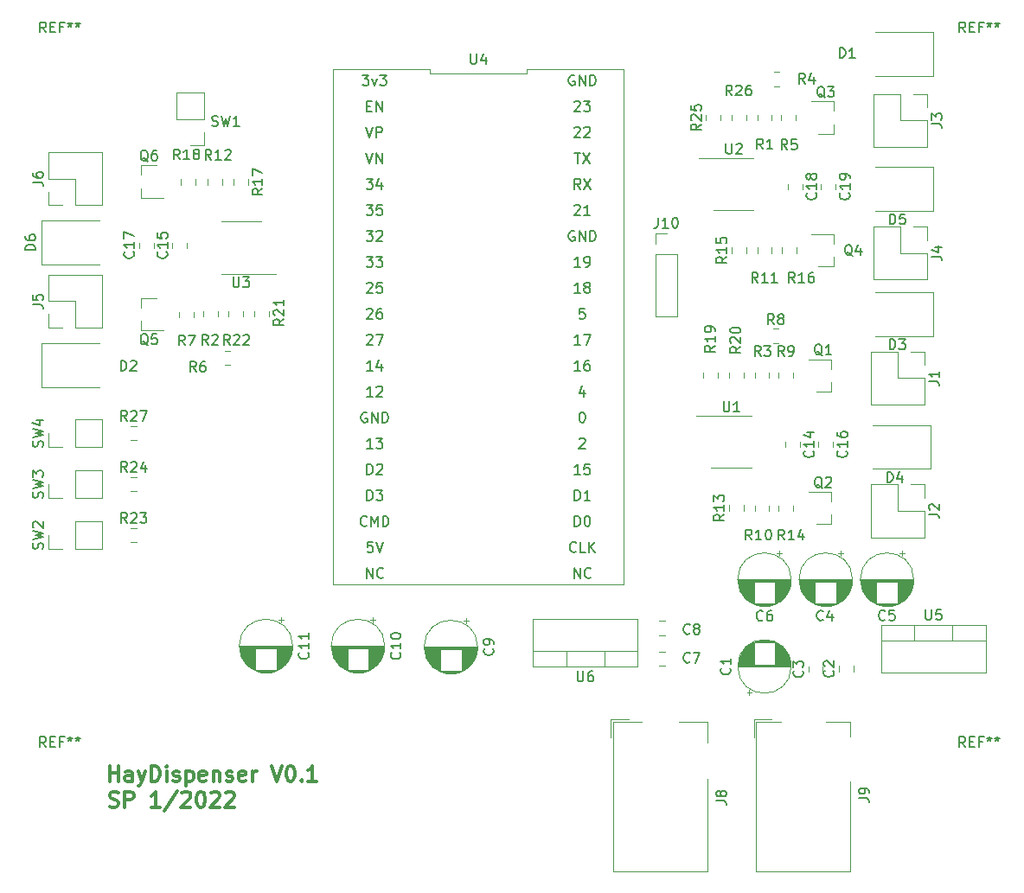
<source format=gto>
G04 #@! TF.GenerationSoftware,KiCad,Pcbnew,5.1.10*
G04 #@! TF.CreationDate,2022-01-16T13:43:41+02:00*
G04 #@! TF.ProjectId,horse_feeder,686f7273-655f-4666-9565-6465722e6b69,rev?*
G04 #@! TF.SameCoordinates,Original*
G04 #@! TF.FileFunction,Legend,Top*
G04 #@! TF.FilePolarity,Positive*
%FSLAX46Y46*%
G04 Gerber Fmt 4.6, Leading zero omitted, Abs format (unit mm)*
G04 Created by KiCad (PCBNEW 5.1.10) date 2022-01-16 13:43:41*
%MOMM*%
%LPD*%
G01*
G04 APERTURE LIST*
%ADD10C,0.300000*%
%ADD11C,0.120000*%
%ADD12C,0.150000*%
%ADD13R,2.110000X2.110000*%
%ADD14C,5.600000*%
%ADD15R,0.900000X0.800000*%
%ADD16C,2.600000*%
%ADD17R,2.600000X2.600000*%
%ADD18R,3.800000X2.600000*%
%ADD19O,3.800000X2.600000*%
%ADD20O,2.600000X3.800000*%
%ADD21R,1.600000X1.600000*%
%ADD22C,1.600000*%
%ADD23R,2.500000X2.300000*%
%ADD24R,1.350000X1.350000*%
%ADD25O,1.350000X1.350000*%
%ADD26O,1.700000X1.700000*%
%ADD27R,1.700000X1.700000*%
%ADD28O,1.905000X2.000000*%
%ADD29R,1.905000X2.000000*%
%ADD30O,2.000000X1.200000*%
G04 APERTURE END LIST*
D10*
X29892857Y-117447142D02*
X30107142Y-117518571D01*
X30464285Y-117518571D01*
X30607142Y-117447142D01*
X30678571Y-117375714D01*
X30750000Y-117232857D01*
X30750000Y-117090000D01*
X30678571Y-116947142D01*
X30607142Y-116875714D01*
X30464285Y-116804285D01*
X30178571Y-116732857D01*
X30035714Y-116661428D01*
X29964285Y-116590000D01*
X29892857Y-116447142D01*
X29892857Y-116304285D01*
X29964285Y-116161428D01*
X30035714Y-116090000D01*
X30178571Y-116018571D01*
X30535714Y-116018571D01*
X30750000Y-116090000D01*
X31392857Y-117518571D02*
X31392857Y-116018571D01*
X31964285Y-116018571D01*
X32107142Y-116090000D01*
X32178571Y-116161428D01*
X32250000Y-116304285D01*
X32250000Y-116518571D01*
X32178571Y-116661428D01*
X32107142Y-116732857D01*
X31964285Y-116804285D01*
X31392857Y-116804285D01*
X34821428Y-117518571D02*
X33964285Y-117518571D01*
X34392857Y-117518571D02*
X34392857Y-116018571D01*
X34250000Y-116232857D01*
X34107142Y-116375714D01*
X33964285Y-116447142D01*
X36535714Y-115947142D02*
X35250000Y-117875714D01*
X36964285Y-116161428D02*
X37035714Y-116090000D01*
X37178571Y-116018571D01*
X37535714Y-116018571D01*
X37678571Y-116090000D01*
X37750000Y-116161428D01*
X37821428Y-116304285D01*
X37821428Y-116447142D01*
X37750000Y-116661428D01*
X36892857Y-117518571D01*
X37821428Y-117518571D01*
X38750000Y-116018571D02*
X38892857Y-116018571D01*
X39035714Y-116090000D01*
X39107142Y-116161428D01*
X39178571Y-116304285D01*
X39250000Y-116590000D01*
X39250000Y-116947142D01*
X39178571Y-117232857D01*
X39107142Y-117375714D01*
X39035714Y-117447142D01*
X38892857Y-117518571D01*
X38750000Y-117518571D01*
X38607142Y-117447142D01*
X38535714Y-117375714D01*
X38464285Y-117232857D01*
X38392857Y-116947142D01*
X38392857Y-116590000D01*
X38464285Y-116304285D01*
X38535714Y-116161428D01*
X38607142Y-116090000D01*
X38750000Y-116018571D01*
X39821428Y-116161428D02*
X39892857Y-116090000D01*
X40035714Y-116018571D01*
X40392857Y-116018571D01*
X40535714Y-116090000D01*
X40607142Y-116161428D01*
X40678571Y-116304285D01*
X40678571Y-116447142D01*
X40607142Y-116661428D01*
X39750000Y-117518571D01*
X40678571Y-117518571D01*
X41250000Y-116161428D02*
X41321428Y-116090000D01*
X41464285Y-116018571D01*
X41821428Y-116018571D01*
X41964285Y-116090000D01*
X42035714Y-116161428D01*
X42107142Y-116304285D01*
X42107142Y-116447142D01*
X42035714Y-116661428D01*
X41178571Y-117518571D01*
X42107142Y-117518571D01*
X29892857Y-114978571D02*
X29892857Y-113478571D01*
X29892857Y-114192857D02*
X30750000Y-114192857D01*
X30750000Y-114978571D02*
X30750000Y-113478571D01*
X32107142Y-114978571D02*
X32107142Y-114192857D01*
X32035714Y-114050000D01*
X31892857Y-113978571D01*
X31607142Y-113978571D01*
X31464285Y-114050000D01*
X32107142Y-114907142D02*
X31964285Y-114978571D01*
X31607142Y-114978571D01*
X31464285Y-114907142D01*
X31392857Y-114764285D01*
X31392857Y-114621428D01*
X31464285Y-114478571D01*
X31607142Y-114407142D01*
X31964285Y-114407142D01*
X32107142Y-114335714D01*
X32678571Y-113978571D02*
X33035714Y-114978571D01*
X33392857Y-113978571D02*
X33035714Y-114978571D01*
X32892857Y-115335714D01*
X32821428Y-115407142D01*
X32678571Y-115478571D01*
X33964285Y-114978571D02*
X33964285Y-113478571D01*
X34321428Y-113478571D01*
X34535714Y-113550000D01*
X34678571Y-113692857D01*
X34750000Y-113835714D01*
X34821428Y-114121428D01*
X34821428Y-114335714D01*
X34750000Y-114621428D01*
X34678571Y-114764285D01*
X34535714Y-114907142D01*
X34321428Y-114978571D01*
X33964285Y-114978571D01*
X35464285Y-114978571D02*
X35464285Y-113978571D01*
X35464285Y-113478571D02*
X35392857Y-113550000D01*
X35464285Y-113621428D01*
X35535714Y-113550000D01*
X35464285Y-113478571D01*
X35464285Y-113621428D01*
X36107142Y-114907142D02*
X36250000Y-114978571D01*
X36535714Y-114978571D01*
X36678571Y-114907142D01*
X36750000Y-114764285D01*
X36750000Y-114692857D01*
X36678571Y-114550000D01*
X36535714Y-114478571D01*
X36321428Y-114478571D01*
X36178571Y-114407142D01*
X36107142Y-114264285D01*
X36107142Y-114192857D01*
X36178571Y-114050000D01*
X36321428Y-113978571D01*
X36535714Y-113978571D01*
X36678571Y-114050000D01*
X37392857Y-113978571D02*
X37392857Y-115478571D01*
X37392857Y-114050000D02*
X37535714Y-113978571D01*
X37821428Y-113978571D01*
X37964285Y-114050000D01*
X38035714Y-114121428D01*
X38107142Y-114264285D01*
X38107142Y-114692857D01*
X38035714Y-114835714D01*
X37964285Y-114907142D01*
X37821428Y-114978571D01*
X37535714Y-114978571D01*
X37392857Y-114907142D01*
X39321428Y-114907142D02*
X39178571Y-114978571D01*
X38892857Y-114978571D01*
X38750000Y-114907142D01*
X38678571Y-114764285D01*
X38678571Y-114192857D01*
X38750000Y-114050000D01*
X38892857Y-113978571D01*
X39178571Y-113978571D01*
X39321428Y-114050000D01*
X39392857Y-114192857D01*
X39392857Y-114335714D01*
X38678571Y-114478571D01*
X40035714Y-113978571D02*
X40035714Y-114978571D01*
X40035714Y-114121428D02*
X40107142Y-114050000D01*
X40250000Y-113978571D01*
X40464285Y-113978571D01*
X40607142Y-114050000D01*
X40678571Y-114192857D01*
X40678571Y-114978571D01*
X41321428Y-114907142D02*
X41464285Y-114978571D01*
X41750000Y-114978571D01*
X41892857Y-114907142D01*
X41964285Y-114764285D01*
X41964285Y-114692857D01*
X41892857Y-114550000D01*
X41750000Y-114478571D01*
X41535714Y-114478571D01*
X41392857Y-114407142D01*
X41321428Y-114264285D01*
X41321428Y-114192857D01*
X41392857Y-114050000D01*
X41535714Y-113978571D01*
X41750000Y-113978571D01*
X41892857Y-114050000D01*
X43178571Y-114907142D02*
X43035714Y-114978571D01*
X42750000Y-114978571D01*
X42607142Y-114907142D01*
X42535714Y-114764285D01*
X42535714Y-114192857D01*
X42607142Y-114050000D01*
X42750000Y-113978571D01*
X43035714Y-113978571D01*
X43178571Y-114050000D01*
X43250000Y-114192857D01*
X43250000Y-114335714D01*
X42535714Y-114478571D01*
X43892857Y-114978571D02*
X43892857Y-113978571D01*
X43892857Y-114264285D02*
X43964285Y-114121428D01*
X44035714Y-114050000D01*
X44178571Y-113978571D01*
X44321428Y-113978571D01*
X45750000Y-113478571D02*
X46250000Y-114978571D01*
X46750000Y-113478571D01*
X47535714Y-113478571D02*
X47678571Y-113478571D01*
X47821428Y-113550000D01*
X47892857Y-113621428D01*
X47964285Y-113764285D01*
X48035714Y-114050000D01*
X48035714Y-114407142D01*
X47964285Y-114692857D01*
X47892857Y-114835714D01*
X47821428Y-114907142D01*
X47678571Y-114978571D01*
X47535714Y-114978571D01*
X47392857Y-114907142D01*
X47321428Y-114835714D01*
X47250000Y-114692857D01*
X47178571Y-114407142D01*
X47178571Y-114050000D01*
X47250000Y-113764285D01*
X47321428Y-113621428D01*
X47392857Y-113550000D01*
X47535714Y-113478571D01*
X48678571Y-114835714D02*
X48750000Y-114907142D01*
X48678571Y-114978571D01*
X48607142Y-114907142D01*
X48678571Y-114835714D01*
X48678571Y-114978571D01*
X50178571Y-114978571D02*
X49321428Y-114978571D01*
X49750000Y-114978571D02*
X49750000Y-113478571D01*
X49607142Y-113692857D01*
X49464285Y-113835714D01*
X49321428Y-113907142D01*
D11*
X91000000Y-53940000D02*
X92950000Y-53940000D01*
X91000000Y-59060000D02*
X92950000Y-59060000D01*
X91000000Y-53940000D02*
X87550000Y-53940000D01*
X91000000Y-59060000D02*
X89050000Y-59060000D01*
X42750000Y-65310000D02*
X40800000Y-65310000D01*
X42750000Y-60190000D02*
X40800000Y-60190000D01*
X42750000Y-65310000D02*
X46200000Y-65310000D01*
X42750000Y-60190000D02*
X44700000Y-60190000D01*
X90750000Y-79190000D02*
X92700000Y-79190000D01*
X90750000Y-84310000D02*
X92700000Y-84310000D01*
X90750000Y-79190000D02*
X87300000Y-79190000D01*
X90750000Y-84310000D02*
X88800000Y-84310000D01*
X100960000Y-56488748D02*
X100960000Y-57011252D01*
X99540000Y-56488748D02*
X99540000Y-57011252D01*
X100760000Y-51580000D02*
X99300000Y-51580000D01*
X100760000Y-48420000D02*
X98600000Y-48420000D01*
X100760000Y-48420000D02*
X100760000Y-49350000D01*
X100760000Y-51580000D02*
X100760000Y-50650000D01*
X89710000Y-50261252D02*
X89710000Y-49738748D01*
X88290000Y-50261252D02*
X88290000Y-49738748D01*
X96290000Y-56488748D02*
X96290000Y-57011252D01*
X97710000Y-56488748D02*
X97710000Y-57011252D01*
X97074999Y-49713748D02*
X97074999Y-50236252D01*
X95654999Y-49713748D02*
X95654999Y-50236252D01*
X97145001Y-62738748D02*
X97145001Y-63261252D01*
X95725001Y-62738748D02*
X95725001Y-63261252D01*
X93290000Y-49738748D02*
X93290000Y-50261252D01*
X94710000Y-49738748D02*
X94710000Y-50261252D01*
X100760000Y-64580000D02*
X100760000Y-63650000D01*
X100760000Y-61420000D02*
X100760000Y-62350000D01*
X100760000Y-61420000D02*
X98600000Y-61420000D01*
X100760000Y-64580000D02*
X99300000Y-64580000D01*
X94710000Y-63261252D02*
X94710000Y-62738748D01*
X93290000Y-63261252D02*
X93290000Y-62738748D01*
X92210000Y-49738748D02*
X92210000Y-50261252D01*
X90790000Y-49738748D02*
X90790000Y-50261252D01*
X41540000Y-69511252D02*
X41540000Y-68988748D01*
X42960000Y-69511252D02*
X42960000Y-68988748D01*
X44040000Y-68988748D02*
X44040000Y-69511252D01*
X45460000Y-68988748D02*
X45460000Y-69511252D01*
X36890000Y-56561252D02*
X36890000Y-56038748D01*
X38310000Y-56561252D02*
X38310000Y-56038748D01*
X39490000Y-56038748D02*
X39490000Y-56561252D01*
X40910000Y-56038748D02*
X40910000Y-56561252D01*
X36675001Y-69536252D02*
X36675001Y-69013748D01*
X38095001Y-69536252D02*
X38095001Y-69013748D01*
X37460000Y-62761252D02*
X37460000Y-62238748D01*
X36040000Y-62761252D02*
X36040000Y-62238748D01*
X32790000Y-62761252D02*
X32790000Y-62238748D01*
X34210000Y-62761252D02*
X34210000Y-62238748D01*
X40460000Y-69511252D02*
X40460000Y-68988748D01*
X39040000Y-69511252D02*
X39040000Y-68988748D01*
X32990000Y-54670000D02*
X32990000Y-55600000D01*
X32990000Y-57830000D02*
X32990000Y-56900000D01*
X32990000Y-57830000D02*
X35150000Y-57830000D01*
X32990000Y-54670000D02*
X34450000Y-54670000D01*
X32990000Y-67670000D02*
X34450000Y-67670000D01*
X32990000Y-70830000D02*
X35150000Y-70830000D01*
X32990000Y-70830000D02*
X32990000Y-69900000D01*
X32990000Y-67670000D02*
X32990000Y-68600000D01*
X88400000Y-114800000D02*
X88400000Y-123800000D01*
X88400000Y-123800000D02*
X79200000Y-123800000D01*
X79200000Y-123800000D02*
X79200000Y-109200000D01*
X79200000Y-109200000D02*
X82000000Y-109200000D01*
X85600000Y-109200000D02*
X88400000Y-109200000D01*
X88400000Y-109200000D02*
X88400000Y-111200000D01*
X78960000Y-110700000D02*
X78960000Y-108960000D01*
X78960000Y-108960000D02*
X80700000Y-108960000D01*
X102400000Y-115000000D02*
X102400000Y-123800000D01*
X102400000Y-123800000D02*
X93200000Y-123800000D01*
X93200000Y-123800000D02*
X93200000Y-109200000D01*
X93200000Y-109200000D02*
X95600000Y-109200000D01*
X100000000Y-109200000D02*
X102400000Y-109200000D01*
X102400000Y-109200000D02*
X102400000Y-110600000D01*
X92960000Y-110700000D02*
X92960000Y-108960000D01*
X92960000Y-108960000D02*
X94700000Y-108960000D01*
X96620000Y-103750000D02*
G75*
G03*
X96620000Y-103750000I-2620000J0D01*
G01*
X91420000Y-103750000D02*
X96580000Y-103750000D01*
X91420000Y-103710000D02*
X96580000Y-103710000D01*
X91421000Y-103670000D02*
X96579000Y-103670000D01*
X91422000Y-103630000D02*
X96578000Y-103630000D01*
X91424000Y-103590000D02*
X96576000Y-103590000D01*
X91427000Y-103550000D02*
X96573000Y-103550000D01*
X91431000Y-103510000D02*
X92960000Y-103510000D01*
X95040000Y-103510000D02*
X96569000Y-103510000D01*
X91435000Y-103470000D02*
X92960000Y-103470000D01*
X95040000Y-103470000D02*
X96565000Y-103470000D01*
X91439000Y-103430000D02*
X92960000Y-103430000D01*
X95040000Y-103430000D02*
X96561000Y-103430000D01*
X91444000Y-103390000D02*
X92960000Y-103390000D01*
X95040000Y-103390000D02*
X96556000Y-103390000D01*
X91450000Y-103350000D02*
X92960000Y-103350000D01*
X95040000Y-103350000D02*
X96550000Y-103350000D01*
X91457000Y-103310000D02*
X92960000Y-103310000D01*
X95040000Y-103310000D02*
X96543000Y-103310000D01*
X91464000Y-103270000D02*
X92960000Y-103270000D01*
X95040000Y-103270000D02*
X96536000Y-103270000D01*
X91472000Y-103230000D02*
X92960000Y-103230000D01*
X95040000Y-103230000D02*
X96528000Y-103230000D01*
X91480000Y-103190000D02*
X92960000Y-103190000D01*
X95040000Y-103190000D02*
X96520000Y-103190000D01*
X91489000Y-103150000D02*
X92960000Y-103150000D01*
X95040000Y-103150000D02*
X96511000Y-103150000D01*
X91499000Y-103110000D02*
X92960000Y-103110000D01*
X95040000Y-103110000D02*
X96501000Y-103110000D01*
X91509000Y-103070000D02*
X92960000Y-103070000D01*
X95040000Y-103070000D02*
X96491000Y-103070000D01*
X91520000Y-103029000D02*
X92960000Y-103029000D01*
X95040000Y-103029000D02*
X96480000Y-103029000D01*
X91532000Y-102989000D02*
X92960000Y-102989000D01*
X95040000Y-102989000D02*
X96468000Y-102989000D01*
X91545000Y-102949000D02*
X92960000Y-102949000D01*
X95040000Y-102949000D02*
X96455000Y-102949000D01*
X91558000Y-102909000D02*
X92960000Y-102909000D01*
X95040000Y-102909000D02*
X96442000Y-102909000D01*
X91572000Y-102869000D02*
X92960000Y-102869000D01*
X95040000Y-102869000D02*
X96428000Y-102869000D01*
X91586000Y-102829000D02*
X92960000Y-102829000D01*
X95040000Y-102829000D02*
X96414000Y-102829000D01*
X91602000Y-102789000D02*
X92960000Y-102789000D01*
X95040000Y-102789000D02*
X96398000Y-102789000D01*
X91618000Y-102749000D02*
X92960000Y-102749000D01*
X95040000Y-102749000D02*
X96382000Y-102749000D01*
X91635000Y-102709000D02*
X92960000Y-102709000D01*
X95040000Y-102709000D02*
X96365000Y-102709000D01*
X91652000Y-102669000D02*
X92960000Y-102669000D01*
X95040000Y-102669000D02*
X96348000Y-102669000D01*
X91671000Y-102629000D02*
X92960000Y-102629000D01*
X95040000Y-102629000D02*
X96329000Y-102629000D01*
X91690000Y-102589000D02*
X92960000Y-102589000D01*
X95040000Y-102589000D02*
X96310000Y-102589000D01*
X91710000Y-102549000D02*
X92960000Y-102549000D01*
X95040000Y-102549000D02*
X96290000Y-102549000D01*
X91732000Y-102509000D02*
X92960000Y-102509000D01*
X95040000Y-102509000D02*
X96268000Y-102509000D01*
X91753000Y-102469000D02*
X92960000Y-102469000D01*
X95040000Y-102469000D02*
X96247000Y-102469000D01*
X91776000Y-102429000D02*
X92960000Y-102429000D01*
X95040000Y-102429000D02*
X96224000Y-102429000D01*
X91800000Y-102389000D02*
X92960000Y-102389000D01*
X95040000Y-102389000D02*
X96200000Y-102389000D01*
X91825000Y-102349000D02*
X92960000Y-102349000D01*
X95040000Y-102349000D02*
X96175000Y-102349000D01*
X91851000Y-102309000D02*
X92960000Y-102309000D01*
X95040000Y-102309000D02*
X96149000Y-102309000D01*
X91878000Y-102269000D02*
X92960000Y-102269000D01*
X95040000Y-102269000D02*
X96122000Y-102269000D01*
X91905000Y-102229000D02*
X92960000Y-102229000D01*
X95040000Y-102229000D02*
X96095000Y-102229000D01*
X91935000Y-102189000D02*
X92960000Y-102189000D01*
X95040000Y-102189000D02*
X96065000Y-102189000D01*
X91965000Y-102149000D02*
X92960000Y-102149000D01*
X95040000Y-102149000D02*
X96035000Y-102149000D01*
X91996000Y-102109000D02*
X92960000Y-102109000D01*
X95040000Y-102109000D02*
X96004000Y-102109000D01*
X92029000Y-102069000D02*
X92960000Y-102069000D01*
X95040000Y-102069000D02*
X95971000Y-102069000D01*
X92063000Y-102029000D02*
X92960000Y-102029000D01*
X95040000Y-102029000D02*
X95937000Y-102029000D01*
X92099000Y-101989000D02*
X92960000Y-101989000D01*
X95040000Y-101989000D02*
X95901000Y-101989000D01*
X92136000Y-101949000D02*
X92960000Y-101949000D01*
X95040000Y-101949000D02*
X95864000Y-101949000D01*
X92174000Y-101909000D02*
X92960000Y-101909000D01*
X95040000Y-101909000D02*
X95826000Y-101909000D01*
X92215000Y-101869000D02*
X92960000Y-101869000D01*
X95040000Y-101869000D02*
X95785000Y-101869000D01*
X92257000Y-101829000D02*
X92960000Y-101829000D01*
X95040000Y-101829000D02*
X95743000Y-101829000D01*
X92301000Y-101789000D02*
X92960000Y-101789000D01*
X95040000Y-101789000D02*
X95699000Y-101789000D01*
X92347000Y-101749000D02*
X92960000Y-101749000D01*
X95040000Y-101749000D02*
X95653000Y-101749000D01*
X92395000Y-101709000D02*
X92960000Y-101709000D01*
X95040000Y-101709000D02*
X95605000Y-101709000D01*
X92446000Y-101669000D02*
X92960000Y-101669000D01*
X95040000Y-101669000D02*
X95554000Y-101669000D01*
X92500000Y-101629000D02*
X92960000Y-101629000D01*
X95040000Y-101629000D02*
X95500000Y-101629000D01*
X92557000Y-101589000D02*
X92960000Y-101589000D01*
X95040000Y-101589000D02*
X95443000Y-101589000D01*
X92617000Y-101549000D02*
X92960000Y-101549000D01*
X95040000Y-101549000D02*
X95383000Y-101549000D01*
X92681000Y-101509000D02*
X92960000Y-101509000D01*
X95040000Y-101509000D02*
X95319000Y-101509000D01*
X92749000Y-101469000D02*
X92960000Y-101469000D01*
X95040000Y-101469000D02*
X95251000Y-101469000D01*
X92822000Y-101429000D02*
X95178000Y-101429000D01*
X92902000Y-101389000D02*
X95098000Y-101389000D01*
X92989000Y-101349000D02*
X95011000Y-101349000D01*
X93085000Y-101309000D02*
X94915000Y-101309000D01*
X93195000Y-101269000D02*
X94805000Y-101269000D01*
X93323000Y-101229000D02*
X94677000Y-101229000D01*
X93482000Y-101189000D02*
X94518000Y-101189000D01*
X93716000Y-101149000D02*
X94284000Y-101149000D01*
X92525000Y-106554775D02*
X92525000Y-106054775D01*
X92275000Y-106304775D02*
X92775000Y-106304775D01*
X101290000Y-104236252D02*
X101290000Y-103713748D01*
X102710000Y-104236252D02*
X102710000Y-103713748D01*
X98290000Y-104261252D02*
X98290000Y-103738748D01*
X99710000Y-104261252D02*
X99710000Y-103738748D01*
X102620000Y-95250000D02*
G75*
G03*
X102620000Y-95250000I-2620000J0D01*
G01*
X102580000Y-95250000D02*
X97420000Y-95250000D01*
X102580000Y-95290000D02*
X97420000Y-95290000D01*
X102579000Y-95330000D02*
X97421000Y-95330000D01*
X102578000Y-95370000D02*
X97422000Y-95370000D01*
X102576000Y-95410000D02*
X97424000Y-95410000D01*
X102573000Y-95450000D02*
X97427000Y-95450000D01*
X102569000Y-95490000D02*
X101040000Y-95490000D01*
X98960000Y-95490000D02*
X97431000Y-95490000D01*
X102565000Y-95530000D02*
X101040000Y-95530000D01*
X98960000Y-95530000D02*
X97435000Y-95530000D01*
X102561000Y-95570000D02*
X101040000Y-95570000D01*
X98960000Y-95570000D02*
X97439000Y-95570000D01*
X102556000Y-95610000D02*
X101040000Y-95610000D01*
X98960000Y-95610000D02*
X97444000Y-95610000D01*
X102550000Y-95650000D02*
X101040000Y-95650000D01*
X98960000Y-95650000D02*
X97450000Y-95650000D01*
X102543000Y-95690000D02*
X101040000Y-95690000D01*
X98960000Y-95690000D02*
X97457000Y-95690000D01*
X102536000Y-95730000D02*
X101040000Y-95730000D01*
X98960000Y-95730000D02*
X97464000Y-95730000D01*
X102528000Y-95770000D02*
X101040000Y-95770000D01*
X98960000Y-95770000D02*
X97472000Y-95770000D01*
X102520000Y-95810000D02*
X101040000Y-95810000D01*
X98960000Y-95810000D02*
X97480000Y-95810000D01*
X102511000Y-95850000D02*
X101040000Y-95850000D01*
X98960000Y-95850000D02*
X97489000Y-95850000D01*
X102501000Y-95890000D02*
X101040000Y-95890000D01*
X98960000Y-95890000D02*
X97499000Y-95890000D01*
X102491000Y-95930000D02*
X101040000Y-95930000D01*
X98960000Y-95930000D02*
X97509000Y-95930000D01*
X102480000Y-95971000D02*
X101040000Y-95971000D01*
X98960000Y-95971000D02*
X97520000Y-95971000D01*
X102468000Y-96011000D02*
X101040000Y-96011000D01*
X98960000Y-96011000D02*
X97532000Y-96011000D01*
X102455000Y-96051000D02*
X101040000Y-96051000D01*
X98960000Y-96051000D02*
X97545000Y-96051000D01*
X102442000Y-96091000D02*
X101040000Y-96091000D01*
X98960000Y-96091000D02*
X97558000Y-96091000D01*
X102428000Y-96131000D02*
X101040000Y-96131000D01*
X98960000Y-96131000D02*
X97572000Y-96131000D01*
X102414000Y-96171000D02*
X101040000Y-96171000D01*
X98960000Y-96171000D02*
X97586000Y-96171000D01*
X102398000Y-96211000D02*
X101040000Y-96211000D01*
X98960000Y-96211000D02*
X97602000Y-96211000D01*
X102382000Y-96251000D02*
X101040000Y-96251000D01*
X98960000Y-96251000D02*
X97618000Y-96251000D01*
X102365000Y-96291000D02*
X101040000Y-96291000D01*
X98960000Y-96291000D02*
X97635000Y-96291000D01*
X102348000Y-96331000D02*
X101040000Y-96331000D01*
X98960000Y-96331000D02*
X97652000Y-96331000D01*
X102329000Y-96371000D02*
X101040000Y-96371000D01*
X98960000Y-96371000D02*
X97671000Y-96371000D01*
X102310000Y-96411000D02*
X101040000Y-96411000D01*
X98960000Y-96411000D02*
X97690000Y-96411000D01*
X102290000Y-96451000D02*
X101040000Y-96451000D01*
X98960000Y-96451000D02*
X97710000Y-96451000D01*
X102268000Y-96491000D02*
X101040000Y-96491000D01*
X98960000Y-96491000D02*
X97732000Y-96491000D01*
X102247000Y-96531000D02*
X101040000Y-96531000D01*
X98960000Y-96531000D02*
X97753000Y-96531000D01*
X102224000Y-96571000D02*
X101040000Y-96571000D01*
X98960000Y-96571000D02*
X97776000Y-96571000D01*
X102200000Y-96611000D02*
X101040000Y-96611000D01*
X98960000Y-96611000D02*
X97800000Y-96611000D01*
X102175000Y-96651000D02*
X101040000Y-96651000D01*
X98960000Y-96651000D02*
X97825000Y-96651000D01*
X102149000Y-96691000D02*
X101040000Y-96691000D01*
X98960000Y-96691000D02*
X97851000Y-96691000D01*
X102122000Y-96731000D02*
X101040000Y-96731000D01*
X98960000Y-96731000D02*
X97878000Y-96731000D01*
X102095000Y-96771000D02*
X101040000Y-96771000D01*
X98960000Y-96771000D02*
X97905000Y-96771000D01*
X102065000Y-96811000D02*
X101040000Y-96811000D01*
X98960000Y-96811000D02*
X97935000Y-96811000D01*
X102035000Y-96851000D02*
X101040000Y-96851000D01*
X98960000Y-96851000D02*
X97965000Y-96851000D01*
X102004000Y-96891000D02*
X101040000Y-96891000D01*
X98960000Y-96891000D02*
X97996000Y-96891000D01*
X101971000Y-96931000D02*
X101040000Y-96931000D01*
X98960000Y-96931000D02*
X98029000Y-96931000D01*
X101937000Y-96971000D02*
X101040000Y-96971000D01*
X98960000Y-96971000D02*
X98063000Y-96971000D01*
X101901000Y-97011000D02*
X101040000Y-97011000D01*
X98960000Y-97011000D02*
X98099000Y-97011000D01*
X101864000Y-97051000D02*
X101040000Y-97051000D01*
X98960000Y-97051000D02*
X98136000Y-97051000D01*
X101826000Y-97091000D02*
X101040000Y-97091000D01*
X98960000Y-97091000D02*
X98174000Y-97091000D01*
X101785000Y-97131000D02*
X101040000Y-97131000D01*
X98960000Y-97131000D02*
X98215000Y-97131000D01*
X101743000Y-97171000D02*
X101040000Y-97171000D01*
X98960000Y-97171000D02*
X98257000Y-97171000D01*
X101699000Y-97211000D02*
X101040000Y-97211000D01*
X98960000Y-97211000D02*
X98301000Y-97211000D01*
X101653000Y-97251000D02*
X101040000Y-97251000D01*
X98960000Y-97251000D02*
X98347000Y-97251000D01*
X101605000Y-97291000D02*
X101040000Y-97291000D01*
X98960000Y-97291000D02*
X98395000Y-97291000D01*
X101554000Y-97331000D02*
X101040000Y-97331000D01*
X98960000Y-97331000D02*
X98446000Y-97331000D01*
X101500000Y-97371000D02*
X101040000Y-97371000D01*
X98960000Y-97371000D02*
X98500000Y-97371000D01*
X101443000Y-97411000D02*
X101040000Y-97411000D01*
X98960000Y-97411000D02*
X98557000Y-97411000D01*
X101383000Y-97451000D02*
X101040000Y-97451000D01*
X98960000Y-97451000D02*
X98617000Y-97451000D01*
X101319000Y-97491000D02*
X101040000Y-97491000D01*
X98960000Y-97491000D02*
X98681000Y-97491000D01*
X101251000Y-97531000D02*
X101040000Y-97531000D01*
X98960000Y-97531000D02*
X98749000Y-97531000D01*
X101178000Y-97571000D02*
X98822000Y-97571000D01*
X101098000Y-97611000D02*
X98902000Y-97611000D01*
X101011000Y-97651000D02*
X98989000Y-97651000D01*
X100915000Y-97691000D02*
X99085000Y-97691000D01*
X100805000Y-97731000D02*
X99195000Y-97731000D01*
X100677000Y-97771000D02*
X99323000Y-97771000D01*
X100518000Y-97811000D02*
X99482000Y-97811000D01*
X100284000Y-97851000D02*
X99716000Y-97851000D01*
X101475000Y-92445225D02*
X101475000Y-92945225D01*
X101725000Y-92695225D02*
X101225000Y-92695225D01*
X108620000Y-95250000D02*
G75*
G03*
X108620000Y-95250000I-2620000J0D01*
G01*
X108580000Y-95250000D02*
X103420000Y-95250000D01*
X108580000Y-95290000D02*
X103420000Y-95290000D01*
X108579000Y-95330000D02*
X103421000Y-95330000D01*
X108578000Y-95370000D02*
X103422000Y-95370000D01*
X108576000Y-95410000D02*
X103424000Y-95410000D01*
X108573000Y-95450000D02*
X103427000Y-95450000D01*
X108569000Y-95490000D02*
X107040000Y-95490000D01*
X104960000Y-95490000D02*
X103431000Y-95490000D01*
X108565000Y-95530000D02*
X107040000Y-95530000D01*
X104960000Y-95530000D02*
X103435000Y-95530000D01*
X108561000Y-95570000D02*
X107040000Y-95570000D01*
X104960000Y-95570000D02*
X103439000Y-95570000D01*
X108556000Y-95610000D02*
X107040000Y-95610000D01*
X104960000Y-95610000D02*
X103444000Y-95610000D01*
X108550000Y-95650000D02*
X107040000Y-95650000D01*
X104960000Y-95650000D02*
X103450000Y-95650000D01*
X108543000Y-95690000D02*
X107040000Y-95690000D01*
X104960000Y-95690000D02*
X103457000Y-95690000D01*
X108536000Y-95730000D02*
X107040000Y-95730000D01*
X104960000Y-95730000D02*
X103464000Y-95730000D01*
X108528000Y-95770000D02*
X107040000Y-95770000D01*
X104960000Y-95770000D02*
X103472000Y-95770000D01*
X108520000Y-95810000D02*
X107040000Y-95810000D01*
X104960000Y-95810000D02*
X103480000Y-95810000D01*
X108511000Y-95850000D02*
X107040000Y-95850000D01*
X104960000Y-95850000D02*
X103489000Y-95850000D01*
X108501000Y-95890000D02*
X107040000Y-95890000D01*
X104960000Y-95890000D02*
X103499000Y-95890000D01*
X108491000Y-95930000D02*
X107040000Y-95930000D01*
X104960000Y-95930000D02*
X103509000Y-95930000D01*
X108480000Y-95971000D02*
X107040000Y-95971000D01*
X104960000Y-95971000D02*
X103520000Y-95971000D01*
X108468000Y-96011000D02*
X107040000Y-96011000D01*
X104960000Y-96011000D02*
X103532000Y-96011000D01*
X108455000Y-96051000D02*
X107040000Y-96051000D01*
X104960000Y-96051000D02*
X103545000Y-96051000D01*
X108442000Y-96091000D02*
X107040000Y-96091000D01*
X104960000Y-96091000D02*
X103558000Y-96091000D01*
X108428000Y-96131000D02*
X107040000Y-96131000D01*
X104960000Y-96131000D02*
X103572000Y-96131000D01*
X108414000Y-96171000D02*
X107040000Y-96171000D01*
X104960000Y-96171000D02*
X103586000Y-96171000D01*
X108398000Y-96211000D02*
X107040000Y-96211000D01*
X104960000Y-96211000D02*
X103602000Y-96211000D01*
X108382000Y-96251000D02*
X107040000Y-96251000D01*
X104960000Y-96251000D02*
X103618000Y-96251000D01*
X108365000Y-96291000D02*
X107040000Y-96291000D01*
X104960000Y-96291000D02*
X103635000Y-96291000D01*
X108348000Y-96331000D02*
X107040000Y-96331000D01*
X104960000Y-96331000D02*
X103652000Y-96331000D01*
X108329000Y-96371000D02*
X107040000Y-96371000D01*
X104960000Y-96371000D02*
X103671000Y-96371000D01*
X108310000Y-96411000D02*
X107040000Y-96411000D01*
X104960000Y-96411000D02*
X103690000Y-96411000D01*
X108290000Y-96451000D02*
X107040000Y-96451000D01*
X104960000Y-96451000D02*
X103710000Y-96451000D01*
X108268000Y-96491000D02*
X107040000Y-96491000D01*
X104960000Y-96491000D02*
X103732000Y-96491000D01*
X108247000Y-96531000D02*
X107040000Y-96531000D01*
X104960000Y-96531000D02*
X103753000Y-96531000D01*
X108224000Y-96571000D02*
X107040000Y-96571000D01*
X104960000Y-96571000D02*
X103776000Y-96571000D01*
X108200000Y-96611000D02*
X107040000Y-96611000D01*
X104960000Y-96611000D02*
X103800000Y-96611000D01*
X108175000Y-96651000D02*
X107040000Y-96651000D01*
X104960000Y-96651000D02*
X103825000Y-96651000D01*
X108149000Y-96691000D02*
X107040000Y-96691000D01*
X104960000Y-96691000D02*
X103851000Y-96691000D01*
X108122000Y-96731000D02*
X107040000Y-96731000D01*
X104960000Y-96731000D02*
X103878000Y-96731000D01*
X108095000Y-96771000D02*
X107040000Y-96771000D01*
X104960000Y-96771000D02*
X103905000Y-96771000D01*
X108065000Y-96811000D02*
X107040000Y-96811000D01*
X104960000Y-96811000D02*
X103935000Y-96811000D01*
X108035000Y-96851000D02*
X107040000Y-96851000D01*
X104960000Y-96851000D02*
X103965000Y-96851000D01*
X108004000Y-96891000D02*
X107040000Y-96891000D01*
X104960000Y-96891000D02*
X103996000Y-96891000D01*
X107971000Y-96931000D02*
X107040000Y-96931000D01*
X104960000Y-96931000D02*
X104029000Y-96931000D01*
X107937000Y-96971000D02*
X107040000Y-96971000D01*
X104960000Y-96971000D02*
X104063000Y-96971000D01*
X107901000Y-97011000D02*
X107040000Y-97011000D01*
X104960000Y-97011000D02*
X104099000Y-97011000D01*
X107864000Y-97051000D02*
X107040000Y-97051000D01*
X104960000Y-97051000D02*
X104136000Y-97051000D01*
X107826000Y-97091000D02*
X107040000Y-97091000D01*
X104960000Y-97091000D02*
X104174000Y-97091000D01*
X107785000Y-97131000D02*
X107040000Y-97131000D01*
X104960000Y-97131000D02*
X104215000Y-97131000D01*
X107743000Y-97171000D02*
X107040000Y-97171000D01*
X104960000Y-97171000D02*
X104257000Y-97171000D01*
X107699000Y-97211000D02*
X107040000Y-97211000D01*
X104960000Y-97211000D02*
X104301000Y-97211000D01*
X107653000Y-97251000D02*
X107040000Y-97251000D01*
X104960000Y-97251000D02*
X104347000Y-97251000D01*
X107605000Y-97291000D02*
X107040000Y-97291000D01*
X104960000Y-97291000D02*
X104395000Y-97291000D01*
X107554000Y-97331000D02*
X107040000Y-97331000D01*
X104960000Y-97331000D02*
X104446000Y-97331000D01*
X107500000Y-97371000D02*
X107040000Y-97371000D01*
X104960000Y-97371000D02*
X104500000Y-97371000D01*
X107443000Y-97411000D02*
X107040000Y-97411000D01*
X104960000Y-97411000D02*
X104557000Y-97411000D01*
X107383000Y-97451000D02*
X107040000Y-97451000D01*
X104960000Y-97451000D02*
X104617000Y-97451000D01*
X107319000Y-97491000D02*
X107040000Y-97491000D01*
X104960000Y-97491000D02*
X104681000Y-97491000D01*
X107251000Y-97531000D02*
X107040000Y-97531000D01*
X104960000Y-97531000D02*
X104749000Y-97531000D01*
X107178000Y-97571000D02*
X104822000Y-97571000D01*
X107098000Y-97611000D02*
X104902000Y-97611000D01*
X107011000Y-97651000D02*
X104989000Y-97651000D01*
X106915000Y-97691000D02*
X105085000Y-97691000D01*
X106805000Y-97731000D02*
X105195000Y-97731000D01*
X106677000Y-97771000D02*
X105323000Y-97771000D01*
X106518000Y-97811000D02*
X105482000Y-97811000D01*
X106284000Y-97851000D02*
X105716000Y-97851000D01*
X107475000Y-92445225D02*
X107475000Y-92945225D01*
X107725000Y-92695225D02*
X107225000Y-92695225D01*
X95725000Y-92695225D02*
X95225000Y-92695225D01*
X95475000Y-92445225D02*
X95475000Y-92945225D01*
X94284000Y-97851000D02*
X93716000Y-97851000D01*
X94518000Y-97811000D02*
X93482000Y-97811000D01*
X94677000Y-97771000D02*
X93323000Y-97771000D01*
X94805000Y-97731000D02*
X93195000Y-97731000D01*
X94915000Y-97691000D02*
X93085000Y-97691000D01*
X95011000Y-97651000D02*
X92989000Y-97651000D01*
X95098000Y-97611000D02*
X92902000Y-97611000D01*
X95178000Y-97571000D02*
X92822000Y-97571000D01*
X92960000Y-97531000D02*
X92749000Y-97531000D01*
X95251000Y-97531000D02*
X95040000Y-97531000D01*
X92960000Y-97491000D02*
X92681000Y-97491000D01*
X95319000Y-97491000D02*
X95040000Y-97491000D01*
X92960000Y-97451000D02*
X92617000Y-97451000D01*
X95383000Y-97451000D02*
X95040000Y-97451000D01*
X92960000Y-97411000D02*
X92557000Y-97411000D01*
X95443000Y-97411000D02*
X95040000Y-97411000D01*
X92960000Y-97371000D02*
X92500000Y-97371000D01*
X95500000Y-97371000D02*
X95040000Y-97371000D01*
X92960000Y-97331000D02*
X92446000Y-97331000D01*
X95554000Y-97331000D02*
X95040000Y-97331000D01*
X92960000Y-97291000D02*
X92395000Y-97291000D01*
X95605000Y-97291000D02*
X95040000Y-97291000D01*
X92960000Y-97251000D02*
X92347000Y-97251000D01*
X95653000Y-97251000D02*
X95040000Y-97251000D01*
X92960000Y-97211000D02*
X92301000Y-97211000D01*
X95699000Y-97211000D02*
X95040000Y-97211000D01*
X92960000Y-97171000D02*
X92257000Y-97171000D01*
X95743000Y-97171000D02*
X95040000Y-97171000D01*
X92960000Y-97131000D02*
X92215000Y-97131000D01*
X95785000Y-97131000D02*
X95040000Y-97131000D01*
X92960000Y-97091000D02*
X92174000Y-97091000D01*
X95826000Y-97091000D02*
X95040000Y-97091000D01*
X92960000Y-97051000D02*
X92136000Y-97051000D01*
X95864000Y-97051000D02*
X95040000Y-97051000D01*
X92960000Y-97011000D02*
X92099000Y-97011000D01*
X95901000Y-97011000D02*
X95040000Y-97011000D01*
X92960000Y-96971000D02*
X92063000Y-96971000D01*
X95937000Y-96971000D02*
X95040000Y-96971000D01*
X92960000Y-96931000D02*
X92029000Y-96931000D01*
X95971000Y-96931000D02*
X95040000Y-96931000D01*
X92960000Y-96891000D02*
X91996000Y-96891000D01*
X96004000Y-96891000D02*
X95040000Y-96891000D01*
X92960000Y-96851000D02*
X91965000Y-96851000D01*
X96035000Y-96851000D02*
X95040000Y-96851000D01*
X92960000Y-96811000D02*
X91935000Y-96811000D01*
X96065000Y-96811000D02*
X95040000Y-96811000D01*
X92960000Y-96771000D02*
X91905000Y-96771000D01*
X96095000Y-96771000D02*
X95040000Y-96771000D01*
X92960000Y-96731000D02*
X91878000Y-96731000D01*
X96122000Y-96731000D02*
X95040000Y-96731000D01*
X92960000Y-96691000D02*
X91851000Y-96691000D01*
X96149000Y-96691000D02*
X95040000Y-96691000D01*
X92960000Y-96651000D02*
X91825000Y-96651000D01*
X96175000Y-96651000D02*
X95040000Y-96651000D01*
X92960000Y-96611000D02*
X91800000Y-96611000D01*
X96200000Y-96611000D02*
X95040000Y-96611000D01*
X92960000Y-96571000D02*
X91776000Y-96571000D01*
X96224000Y-96571000D02*
X95040000Y-96571000D01*
X92960000Y-96531000D02*
X91753000Y-96531000D01*
X96247000Y-96531000D02*
X95040000Y-96531000D01*
X92960000Y-96491000D02*
X91732000Y-96491000D01*
X96268000Y-96491000D02*
X95040000Y-96491000D01*
X92960000Y-96451000D02*
X91710000Y-96451000D01*
X96290000Y-96451000D02*
X95040000Y-96451000D01*
X92960000Y-96411000D02*
X91690000Y-96411000D01*
X96310000Y-96411000D02*
X95040000Y-96411000D01*
X92960000Y-96371000D02*
X91671000Y-96371000D01*
X96329000Y-96371000D02*
X95040000Y-96371000D01*
X92960000Y-96331000D02*
X91652000Y-96331000D01*
X96348000Y-96331000D02*
X95040000Y-96331000D01*
X92960000Y-96291000D02*
X91635000Y-96291000D01*
X96365000Y-96291000D02*
X95040000Y-96291000D01*
X92960000Y-96251000D02*
X91618000Y-96251000D01*
X96382000Y-96251000D02*
X95040000Y-96251000D01*
X92960000Y-96211000D02*
X91602000Y-96211000D01*
X96398000Y-96211000D02*
X95040000Y-96211000D01*
X92960000Y-96171000D02*
X91586000Y-96171000D01*
X96414000Y-96171000D02*
X95040000Y-96171000D01*
X92960000Y-96131000D02*
X91572000Y-96131000D01*
X96428000Y-96131000D02*
X95040000Y-96131000D01*
X92960000Y-96091000D02*
X91558000Y-96091000D01*
X96442000Y-96091000D02*
X95040000Y-96091000D01*
X92960000Y-96051000D02*
X91545000Y-96051000D01*
X96455000Y-96051000D02*
X95040000Y-96051000D01*
X92960000Y-96011000D02*
X91532000Y-96011000D01*
X96468000Y-96011000D02*
X95040000Y-96011000D01*
X92960000Y-95971000D02*
X91520000Y-95971000D01*
X96480000Y-95971000D02*
X95040000Y-95971000D01*
X92960000Y-95930000D02*
X91509000Y-95930000D01*
X96491000Y-95930000D02*
X95040000Y-95930000D01*
X92960000Y-95890000D02*
X91499000Y-95890000D01*
X96501000Y-95890000D02*
X95040000Y-95890000D01*
X92960000Y-95850000D02*
X91489000Y-95850000D01*
X96511000Y-95850000D02*
X95040000Y-95850000D01*
X92960000Y-95810000D02*
X91480000Y-95810000D01*
X96520000Y-95810000D02*
X95040000Y-95810000D01*
X92960000Y-95770000D02*
X91472000Y-95770000D01*
X96528000Y-95770000D02*
X95040000Y-95770000D01*
X92960000Y-95730000D02*
X91464000Y-95730000D01*
X96536000Y-95730000D02*
X95040000Y-95730000D01*
X92960000Y-95690000D02*
X91457000Y-95690000D01*
X96543000Y-95690000D02*
X95040000Y-95690000D01*
X92960000Y-95650000D02*
X91450000Y-95650000D01*
X96550000Y-95650000D02*
X95040000Y-95650000D01*
X92960000Y-95610000D02*
X91444000Y-95610000D01*
X96556000Y-95610000D02*
X95040000Y-95610000D01*
X92960000Y-95570000D02*
X91439000Y-95570000D01*
X96561000Y-95570000D02*
X95040000Y-95570000D01*
X92960000Y-95530000D02*
X91435000Y-95530000D01*
X96565000Y-95530000D02*
X95040000Y-95530000D01*
X92960000Y-95490000D02*
X91431000Y-95490000D01*
X96569000Y-95490000D02*
X95040000Y-95490000D01*
X96573000Y-95450000D02*
X91427000Y-95450000D01*
X96576000Y-95410000D02*
X91424000Y-95410000D01*
X96578000Y-95370000D02*
X91422000Y-95370000D01*
X96579000Y-95330000D02*
X91421000Y-95330000D01*
X96580000Y-95290000D02*
X91420000Y-95290000D01*
X96580000Y-95250000D02*
X91420000Y-95250000D01*
X96620000Y-95250000D02*
G75*
G03*
X96620000Y-95250000I-2620000J0D01*
G01*
X84236252Y-102290000D02*
X83713748Y-102290000D01*
X84236252Y-103710000D02*
X83713748Y-103710000D01*
X84236252Y-100710000D02*
X83713748Y-100710000D01*
X84236252Y-99290000D02*
X83713748Y-99290000D01*
X65025000Y-99295225D02*
X64525000Y-99295225D01*
X64775000Y-99045225D02*
X64775000Y-99545225D01*
X63584000Y-104451000D02*
X63016000Y-104451000D01*
X63818000Y-104411000D02*
X62782000Y-104411000D01*
X63977000Y-104371000D02*
X62623000Y-104371000D01*
X64105000Y-104331000D02*
X62495000Y-104331000D01*
X64215000Y-104291000D02*
X62385000Y-104291000D01*
X64311000Y-104251000D02*
X62289000Y-104251000D01*
X64398000Y-104211000D02*
X62202000Y-104211000D01*
X64478000Y-104171000D02*
X62122000Y-104171000D01*
X62260000Y-104131000D02*
X62049000Y-104131000D01*
X64551000Y-104131000D02*
X64340000Y-104131000D01*
X62260000Y-104091000D02*
X61981000Y-104091000D01*
X64619000Y-104091000D02*
X64340000Y-104091000D01*
X62260000Y-104051000D02*
X61917000Y-104051000D01*
X64683000Y-104051000D02*
X64340000Y-104051000D01*
X62260000Y-104011000D02*
X61857000Y-104011000D01*
X64743000Y-104011000D02*
X64340000Y-104011000D01*
X62260000Y-103971000D02*
X61800000Y-103971000D01*
X64800000Y-103971000D02*
X64340000Y-103971000D01*
X62260000Y-103931000D02*
X61746000Y-103931000D01*
X64854000Y-103931000D02*
X64340000Y-103931000D01*
X62260000Y-103891000D02*
X61695000Y-103891000D01*
X64905000Y-103891000D02*
X64340000Y-103891000D01*
X62260000Y-103851000D02*
X61647000Y-103851000D01*
X64953000Y-103851000D02*
X64340000Y-103851000D01*
X62260000Y-103811000D02*
X61601000Y-103811000D01*
X64999000Y-103811000D02*
X64340000Y-103811000D01*
X62260000Y-103771000D02*
X61557000Y-103771000D01*
X65043000Y-103771000D02*
X64340000Y-103771000D01*
X62260000Y-103731000D02*
X61515000Y-103731000D01*
X65085000Y-103731000D02*
X64340000Y-103731000D01*
X62260000Y-103691000D02*
X61474000Y-103691000D01*
X65126000Y-103691000D02*
X64340000Y-103691000D01*
X62260000Y-103651000D02*
X61436000Y-103651000D01*
X65164000Y-103651000D02*
X64340000Y-103651000D01*
X62260000Y-103611000D02*
X61399000Y-103611000D01*
X65201000Y-103611000D02*
X64340000Y-103611000D01*
X62260000Y-103571000D02*
X61363000Y-103571000D01*
X65237000Y-103571000D02*
X64340000Y-103571000D01*
X62260000Y-103531000D02*
X61329000Y-103531000D01*
X65271000Y-103531000D02*
X64340000Y-103531000D01*
X62260000Y-103491000D02*
X61296000Y-103491000D01*
X65304000Y-103491000D02*
X64340000Y-103491000D01*
X62260000Y-103451000D02*
X61265000Y-103451000D01*
X65335000Y-103451000D02*
X64340000Y-103451000D01*
X62260000Y-103411000D02*
X61235000Y-103411000D01*
X65365000Y-103411000D02*
X64340000Y-103411000D01*
X62260000Y-103371000D02*
X61205000Y-103371000D01*
X65395000Y-103371000D02*
X64340000Y-103371000D01*
X62260000Y-103331000D02*
X61178000Y-103331000D01*
X65422000Y-103331000D02*
X64340000Y-103331000D01*
X62260000Y-103291000D02*
X61151000Y-103291000D01*
X65449000Y-103291000D02*
X64340000Y-103291000D01*
X62260000Y-103251000D02*
X61125000Y-103251000D01*
X65475000Y-103251000D02*
X64340000Y-103251000D01*
X62260000Y-103211000D02*
X61100000Y-103211000D01*
X65500000Y-103211000D02*
X64340000Y-103211000D01*
X62260000Y-103171000D02*
X61076000Y-103171000D01*
X65524000Y-103171000D02*
X64340000Y-103171000D01*
X62260000Y-103131000D02*
X61053000Y-103131000D01*
X65547000Y-103131000D02*
X64340000Y-103131000D01*
X62260000Y-103091000D02*
X61032000Y-103091000D01*
X65568000Y-103091000D02*
X64340000Y-103091000D01*
X62260000Y-103051000D02*
X61010000Y-103051000D01*
X65590000Y-103051000D02*
X64340000Y-103051000D01*
X62260000Y-103011000D02*
X60990000Y-103011000D01*
X65610000Y-103011000D02*
X64340000Y-103011000D01*
X62260000Y-102971000D02*
X60971000Y-102971000D01*
X65629000Y-102971000D02*
X64340000Y-102971000D01*
X62260000Y-102931000D02*
X60952000Y-102931000D01*
X65648000Y-102931000D02*
X64340000Y-102931000D01*
X62260000Y-102891000D02*
X60935000Y-102891000D01*
X65665000Y-102891000D02*
X64340000Y-102891000D01*
X62260000Y-102851000D02*
X60918000Y-102851000D01*
X65682000Y-102851000D02*
X64340000Y-102851000D01*
X62260000Y-102811000D02*
X60902000Y-102811000D01*
X65698000Y-102811000D02*
X64340000Y-102811000D01*
X62260000Y-102771000D02*
X60886000Y-102771000D01*
X65714000Y-102771000D02*
X64340000Y-102771000D01*
X62260000Y-102731000D02*
X60872000Y-102731000D01*
X65728000Y-102731000D02*
X64340000Y-102731000D01*
X62260000Y-102691000D02*
X60858000Y-102691000D01*
X65742000Y-102691000D02*
X64340000Y-102691000D01*
X62260000Y-102651000D02*
X60845000Y-102651000D01*
X65755000Y-102651000D02*
X64340000Y-102651000D01*
X62260000Y-102611000D02*
X60832000Y-102611000D01*
X65768000Y-102611000D02*
X64340000Y-102611000D01*
X62260000Y-102571000D02*
X60820000Y-102571000D01*
X65780000Y-102571000D02*
X64340000Y-102571000D01*
X62260000Y-102530000D02*
X60809000Y-102530000D01*
X65791000Y-102530000D02*
X64340000Y-102530000D01*
X62260000Y-102490000D02*
X60799000Y-102490000D01*
X65801000Y-102490000D02*
X64340000Y-102490000D01*
X62260000Y-102450000D02*
X60789000Y-102450000D01*
X65811000Y-102450000D02*
X64340000Y-102450000D01*
X62260000Y-102410000D02*
X60780000Y-102410000D01*
X65820000Y-102410000D02*
X64340000Y-102410000D01*
X62260000Y-102370000D02*
X60772000Y-102370000D01*
X65828000Y-102370000D02*
X64340000Y-102370000D01*
X62260000Y-102330000D02*
X60764000Y-102330000D01*
X65836000Y-102330000D02*
X64340000Y-102330000D01*
X62260000Y-102290000D02*
X60757000Y-102290000D01*
X65843000Y-102290000D02*
X64340000Y-102290000D01*
X62260000Y-102250000D02*
X60750000Y-102250000D01*
X65850000Y-102250000D02*
X64340000Y-102250000D01*
X62260000Y-102210000D02*
X60744000Y-102210000D01*
X65856000Y-102210000D02*
X64340000Y-102210000D01*
X62260000Y-102170000D02*
X60739000Y-102170000D01*
X65861000Y-102170000D02*
X64340000Y-102170000D01*
X62260000Y-102130000D02*
X60735000Y-102130000D01*
X65865000Y-102130000D02*
X64340000Y-102130000D01*
X62260000Y-102090000D02*
X60731000Y-102090000D01*
X65869000Y-102090000D02*
X64340000Y-102090000D01*
X65873000Y-102050000D02*
X60727000Y-102050000D01*
X65876000Y-102010000D02*
X60724000Y-102010000D01*
X65878000Y-101970000D02*
X60722000Y-101970000D01*
X65879000Y-101930000D02*
X60721000Y-101930000D01*
X65880000Y-101890000D02*
X60720000Y-101890000D01*
X65880000Y-101850000D02*
X60720000Y-101850000D01*
X65920000Y-101850000D02*
G75*
G03*
X65920000Y-101850000I-2620000J0D01*
G01*
X56820000Y-101750000D02*
G75*
G03*
X56820000Y-101750000I-2620000J0D01*
G01*
X56780000Y-101750000D02*
X51620000Y-101750000D01*
X56780000Y-101790000D02*
X51620000Y-101790000D01*
X56779000Y-101830000D02*
X51621000Y-101830000D01*
X56778000Y-101870000D02*
X51622000Y-101870000D01*
X56776000Y-101910000D02*
X51624000Y-101910000D01*
X56773000Y-101950000D02*
X51627000Y-101950000D01*
X56769000Y-101990000D02*
X55240000Y-101990000D01*
X53160000Y-101990000D02*
X51631000Y-101990000D01*
X56765000Y-102030000D02*
X55240000Y-102030000D01*
X53160000Y-102030000D02*
X51635000Y-102030000D01*
X56761000Y-102070000D02*
X55240000Y-102070000D01*
X53160000Y-102070000D02*
X51639000Y-102070000D01*
X56756000Y-102110000D02*
X55240000Y-102110000D01*
X53160000Y-102110000D02*
X51644000Y-102110000D01*
X56750000Y-102150000D02*
X55240000Y-102150000D01*
X53160000Y-102150000D02*
X51650000Y-102150000D01*
X56743000Y-102190000D02*
X55240000Y-102190000D01*
X53160000Y-102190000D02*
X51657000Y-102190000D01*
X56736000Y-102230000D02*
X55240000Y-102230000D01*
X53160000Y-102230000D02*
X51664000Y-102230000D01*
X56728000Y-102270000D02*
X55240000Y-102270000D01*
X53160000Y-102270000D02*
X51672000Y-102270000D01*
X56720000Y-102310000D02*
X55240000Y-102310000D01*
X53160000Y-102310000D02*
X51680000Y-102310000D01*
X56711000Y-102350000D02*
X55240000Y-102350000D01*
X53160000Y-102350000D02*
X51689000Y-102350000D01*
X56701000Y-102390000D02*
X55240000Y-102390000D01*
X53160000Y-102390000D02*
X51699000Y-102390000D01*
X56691000Y-102430000D02*
X55240000Y-102430000D01*
X53160000Y-102430000D02*
X51709000Y-102430000D01*
X56680000Y-102471000D02*
X55240000Y-102471000D01*
X53160000Y-102471000D02*
X51720000Y-102471000D01*
X56668000Y-102511000D02*
X55240000Y-102511000D01*
X53160000Y-102511000D02*
X51732000Y-102511000D01*
X56655000Y-102551000D02*
X55240000Y-102551000D01*
X53160000Y-102551000D02*
X51745000Y-102551000D01*
X56642000Y-102591000D02*
X55240000Y-102591000D01*
X53160000Y-102591000D02*
X51758000Y-102591000D01*
X56628000Y-102631000D02*
X55240000Y-102631000D01*
X53160000Y-102631000D02*
X51772000Y-102631000D01*
X56614000Y-102671000D02*
X55240000Y-102671000D01*
X53160000Y-102671000D02*
X51786000Y-102671000D01*
X56598000Y-102711000D02*
X55240000Y-102711000D01*
X53160000Y-102711000D02*
X51802000Y-102711000D01*
X56582000Y-102751000D02*
X55240000Y-102751000D01*
X53160000Y-102751000D02*
X51818000Y-102751000D01*
X56565000Y-102791000D02*
X55240000Y-102791000D01*
X53160000Y-102791000D02*
X51835000Y-102791000D01*
X56548000Y-102831000D02*
X55240000Y-102831000D01*
X53160000Y-102831000D02*
X51852000Y-102831000D01*
X56529000Y-102871000D02*
X55240000Y-102871000D01*
X53160000Y-102871000D02*
X51871000Y-102871000D01*
X56510000Y-102911000D02*
X55240000Y-102911000D01*
X53160000Y-102911000D02*
X51890000Y-102911000D01*
X56490000Y-102951000D02*
X55240000Y-102951000D01*
X53160000Y-102951000D02*
X51910000Y-102951000D01*
X56468000Y-102991000D02*
X55240000Y-102991000D01*
X53160000Y-102991000D02*
X51932000Y-102991000D01*
X56447000Y-103031000D02*
X55240000Y-103031000D01*
X53160000Y-103031000D02*
X51953000Y-103031000D01*
X56424000Y-103071000D02*
X55240000Y-103071000D01*
X53160000Y-103071000D02*
X51976000Y-103071000D01*
X56400000Y-103111000D02*
X55240000Y-103111000D01*
X53160000Y-103111000D02*
X52000000Y-103111000D01*
X56375000Y-103151000D02*
X55240000Y-103151000D01*
X53160000Y-103151000D02*
X52025000Y-103151000D01*
X56349000Y-103191000D02*
X55240000Y-103191000D01*
X53160000Y-103191000D02*
X52051000Y-103191000D01*
X56322000Y-103231000D02*
X55240000Y-103231000D01*
X53160000Y-103231000D02*
X52078000Y-103231000D01*
X56295000Y-103271000D02*
X55240000Y-103271000D01*
X53160000Y-103271000D02*
X52105000Y-103271000D01*
X56265000Y-103311000D02*
X55240000Y-103311000D01*
X53160000Y-103311000D02*
X52135000Y-103311000D01*
X56235000Y-103351000D02*
X55240000Y-103351000D01*
X53160000Y-103351000D02*
X52165000Y-103351000D01*
X56204000Y-103391000D02*
X55240000Y-103391000D01*
X53160000Y-103391000D02*
X52196000Y-103391000D01*
X56171000Y-103431000D02*
X55240000Y-103431000D01*
X53160000Y-103431000D02*
X52229000Y-103431000D01*
X56137000Y-103471000D02*
X55240000Y-103471000D01*
X53160000Y-103471000D02*
X52263000Y-103471000D01*
X56101000Y-103511000D02*
X55240000Y-103511000D01*
X53160000Y-103511000D02*
X52299000Y-103511000D01*
X56064000Y-103551000D02*
X55240000Y-103551000D01*
X53160000Y-103551000D02*
X52336000Y-103551000D01*
X56026000Y-103591000D02*
X55240000Y-103591000D01*
X53160000Y-103591000D02*
X52374000Y-103591000D01*
X55985000Y-103631000D02*
X55240000Y-103631000D01*
X53160000Y-103631000D02*
X52415000Y-103631000D01*
X55943000Y-103671000D02*
X55240000Y-103671000D01*
X53160000Y-103671000D02*
X52457000Y-103671000D01*
X55899000Y-103711000D02*
X55240000Y-103711000D01*
X53160000Y-103711000D02*
X52501000Y-103711000D01*
X55853000Y-103751000D02*
X55240000Y-103751000D01*
X53160000Y-103751000D02*
X52547000Y-103751000D01*
X55805000Y-103791000D02*
X55240000Y-103791000D01*
X53160000Y-103791000D02*
X52595000Y-103791000D01*
X55754000Y-103831000D02*
X55240000Y-103831000D01*
X53160000Y-103831000D02*
X52646000Y-103831000D01*
X55700000Y-103871000D02*
X55240000Y-103871000D01*
X53160000Y-103871000D02*
X52700000Y-103871000D01*
X55643000Y-103911000D02*
X55240000Y-103911000D01*
X53160000Y-103911000D02*
X52757000Y-103911000D01*
X55583000Y-103951000D02*
X55240000Y-103951000D01*
X53160000Y-103951000D02*
X52817000Y-103951000D01*
X55519000Y-103991000D02*
X55240000Y-103991000D01*
X53160000Y-103991000D02*
X52881000Y-103991000D01*
X55451000Y-104031000D02*
X55240000Y-104031000D01*
X53160000Y-104031000D02*
X52949000Y-104031000D01*
X55378000Y-104071000D02*
X53022000Y-104071000D01*
X55298000Y-104111000D02*
X53102000Y-104111000D01*
X55211000Y-104151000D02*
X53189000Y-104151000D01*
X55115000Y-104191000D02*
X53285000Y-104191000D01*
X55005000Y-104231000D02*
X53395000Y-104231000D01*
X54877000Y-104271000D02*
X53523000Y-104271000D01*
X54718000Y-104311000D02*
X53682000Y-104311000D01*
X54484000Y-104351000D02*
X53916000Y-104351000D01*
X55675000Y-98945225D02*
X55675000Y-99445225D01*
X55925000Y-99195225D02*
X55425000Y-99195225D01*
X46925000Y-99195225D02*
X46425000Y-99195225D01*
X46675000Y-98945225D02*
X46675000Y-99445225D01*
X45484000Y-104351000D02*
X44916000Y-104351000D01*
X45718000Y-104311000D02*
X44682000Y-104311000D01*
X45877000Y-104271000D02*
X44523000Y-104271000D01*
X46005000Y-104231000D02*
X44395000Y-104231000D01*
X46115000Y-104191000D02*
X44285000Y-104191000D01*
X46211000Y-104151000D02*
X44189000Y-104151000D01*
X46298000Y-104111000D02*
X44102000Y-104111000D01*
X46378000Y-104071000D02*
X44022000Y-104071000D01*
X44160000Y-104031000D02*
X43949000Y-104031000D01*
X46451000Y-104031000D02*
X46240000Y-104031000D01*
X44160000Y-103991000D02*
X43881000Y-103991000D01*
X46519000Y-103991000D02*
X46240000Y-103991000D01*
X44160000Y-103951000D02*
X43817000Y-103951000D01*
X46583000Y-103951000D02*
X46240000Y-103951000D01*
X44160000Y-103911000D02*
X43757000Y-103911000D01*
X46643000Y-103911000D02*
X46240000Y-103911000D01*
X44160000Y-103871000D02*
X43700000Y-103871000D01*
X46700000Y-103871000D02*
X46240000Y-103871000D01*
X44160000Y-103831000D02*
X43646000Y-103831000D01*
X46754000Y-103831000D02*
X46240000Y-103831000D01*
X44160000Y-103791000D02*
X43595000Y-103791000D01*
X46805000Y-103791000D02*
X46240000Y-103791000D01*
X44160000Y-103751000D02*
X43547000Y-103751000D01*
X46853000Y-103751000D02*
X46240000Y-103751000D01*
X44160000Y-103711000D02*
X43501000Y-103711000D01*
X46899000Y-103711000D02*
X46240000Y-103711000D01*
X44160000Y-103671000D02*
X43457000Y-103671000D01*
X46943000Y-103671000D02*
X46240000Y-103671000D01*
X44160000Y-103631000D02*
X43415000Y-103631000D01*
X46985000Y-103631000D02*
X46240000Y-103631000D01*
X44160000Y-103591000D02*
X43374000Y-103591000D01*
X47026000Y-103591000D02*
X46240000Y-103591000D01*
X44160000Y-103551000D02*
X43336000Y-103551000D01*
X47064000Y-103551000D02*
X46240000Y-103551000D01*
X44160000Y-103511000D02*
X43299000Y-103511000D01*
X47101000Y-103511000D02*
X46240000Y-103511000D01*
X44160000Y-103471000D02*
X43263000Y-103471000D01*
X47137000Y-103471000D02*
X46240000Y-103471000D01*
X44160000Y-103431000D02*
X43229000Y-103431000D01*
X47171000Y-103431000D02*
X46240000Y-103431000D01*
X44160000Y-103391000D02*
X43196000Y-103391000D01*
X47204000Y-103391000D02*
X46240000Y-103391000D01*
X44160000Y-103351000D02*
X43165000Y-103351000D01*
X47235000Y-103351000D02*
X46240000Y-103351000D01*
X44160000Y-103311000D02*
X43135000Y-103311000D01*
X47265000Y-103311000D02*
X46240000Y-103311000D01*
X44160000Y-103271000D02*
X43105000Y-103271000D01*
X47295000Y-103271000D02*
X46240000Y-103271000D01*
X44160000Y-103231000D02*
X43078000Y-103231000D01*
X47322000Y-103231000D02*
X46240000Y-103231000D01*
X44160000Y-103191000D02*
X43051000Y-103191000D01*
X47349000Y-103191000D02*
X46240000Y-103191000D01*
X44160000Y-103151000D02*
X43025000Y-103151000D01*
X47375000Y-103151000D02*
X46240000Y-103151000D01*
X44160000Y-103111000D02*
X43000000Y-103111000D01*
X47400000Y-103111000D02*
X46240000Y-103111000D01*
X44160000Y-103071000D02*
X42976000Y-103071000D01*
X47424000Y-103071000D02*
X46240000Y-103071000D01*
X44160000Y-103031000D02*
X42953000Y-103031000D01*
X47447000Y-103031000D02*
X46240000Y-103031000D01*
X44160000Y-102991000D02*
X42932000Y-102991000D01*
X47468000Y-102991000D02*
X46240000Y-102991000D01*
X44160000Y-102951000D02*
X42910000Y-102951000D01*
X47490000Y-102951000D02*
X46240000Y-102951000D01*
X44160000Y-102911000D02*
X42890000Y-102911000D01*
X47510000Y-102911000D02*
X46240000Y-102911000D01*
X44160000Y-102871000D02*
X42871000Y-102871000D01*
X47529000Y-102871000D02*
X46240000Y-102871000D01*
X44160000Y-102831000D02*
X42852000Y-102831000D01*
X47548000Y-102831000D02*
X46240000Y-102831000D01*
X44160000Y-102791000D02*
X42835000Y-102791000D01*
X47565000Y-102791000D02*
X46240000Y-102791000D01*
X44160000Y-102751000D02*
X42818000Y-102751000D01*
X47582000Y-102751000D02*
X46240000Y-102751000D01*
X44160000Y-102711000D02*
X42802000Y-102711000D01*
X47598000Y-102711000D02*
X46240000Y-102711000D01*
X44160000Y-102671000D02*
X42786000Y-102671000D01*
X47614000Y-102671000D02*
X46240000Y-102671000D01*
X44160000Y-102631000D02*
X42772000Y-102631000D01*
X47628000Y-102631000D02*
X46240000Y-102631000D01*
X44160000Y-102591000D02*
X42758000Y-102591000D01*
X47642000Y-102591000D02*
X46240000Y-102591000D01*
X44160000Y-102551000D02*
X42745000Y-102551000D01*
X47655000Y-102551000D02*
X46240000Y-102551000D01*
X44160000Y-102511000D02*
X42732000Y-102511000D01*
X47668000Y-102511000D02*
X46240000Y-102511000D01*
X44160000Y-102471000D02*
X42720000Y-102471000D01*
X47680000Y-102471000D02*
X46240000Y-102471000D01*
X44160000Y-102430000D02*
X42709000Y-102430000D01*
X47691000Y-102430000D02*
X46240000Y-102430000D01*
X44160000Y-102390000D02*
X42699000Y-102390000D01*
X47701000Y-102390000D02*
X46240000Y-102390000D01*
X44160000Y-102350000D02*
X42689000Y-102350000D01*
X47711000Y-102350000D02*
X46240000Y-102350000D01*
X44160000Y-102310000D02*
X42680000Y-102310000D01*
X47720000Y-102310000D02*
X46240000Y-102310000D01*
X44160000Y-102270000D02*
X42672000Y-102270000D01*
X47728000Y-102270000D02*
X46240000Y-102270000D01*
X44160000Y-102230000D02*
X42664000Y-102230000D01*
X47736000Y-102230000D02*
X46240000Y-102230000D01*
X44160000Y-102190000D02*
X42657000Y-102190000D01*
X47743000Y-102190000D02*
X46240000Y-102190000D01*
X44160000Y-102150000D02*
X42650000Y-102150000D01*
X47750000Y-102150000D02*
X46240000Y-102150000D01*
X44160000Y-102110000D02*
X42644000Y-102110000D01*
X47756000Y-102110000D02*
X46240000Y-102110000D01*
X44160000Y-102070000D02*
X42639000Y-102070000D01*
X47761000Y-102070000D02*
X46240000Y-102070000D01*
X44160000Y-102030000D02*
X42635000Y-102030000D01*
X47765000Y-102030000D02*
X46240000Y-102030000D01*
X44160000Y-101990000D02*
X42631000Y-101990000D01*
X47769000Y-101990000D02*
X46240000Y-101990000D01*
X47773000Y-101950000D02*
X42627000Y-101950000D01*
X47776000Y-101910000D02*
X42624000Y-101910000D01*
X47778000Y-101870000D02*
X42622000Y-101870000D01*
X47779000Y-101830000D02*
X42621000Y-101830000D01*
X47780000Y-101790000D02*
X42620000Y-101790000D01*
X47780000Y-101750000D02*
X42620000Y-101750000D01*
X47820000Y-101750000D02*
G75*
G03*
X47820000Y-101750000I-2620000J0D01*
G01*
X96040000Y-81738748D02*
X96040000Y-82261252D01*
X97460000Y-81738748D02*
X97460000Y-82261252D01*
X100710000Y-81738748D02*
X100710000Y-82261252D01*
X99290000Y-81738748D02*
X99290000Y-82261252D01*
X110550000Y-45900000D02*
X110550000Y-41600000D01*
X110550000Y-41600000D02*
X104850000Y-41600000D01*
X110550000Y-45900000D02*
X104850000Y-45900000D01*
X23200000Y-72100000D02*
X28900000Y-72100000D01*
X23200000Y-76400000D02*
X28900000Y-76400000D01*
X23200000Y-72100000D02*
X23200000Y-76400000D01*
X110550000Y-71400000D02*
X104850000Y-71400000D01*
X110550000Y-67100000D02*
X104850000Y-67100000D01*
X110550000Y-71400000D02*
X110550000Y-67100000D01*
X110300000Y-84400000D02*
X110300000Y-80100000D01*
X110300000Y-80100000D02*
X104600000Y-80100000D01*
X110300000Y-84400000D02*
X104600000Y-84400000D01*
X110550000Y-59150000D02*
X104850000Y-59150000D01*
X110550000Y-54850000D02*
X104850000Y-54850000D01*
X110550000Y-59150000D02*
X110550000Y-54850000D01*
X23200000Y-60100000D02*
X23200000Y-64400000D01*
X23200000Y-64400000D02*
X28900000Y-64400000D01*
X23200000Y-60100000D02*
X28900000Y-60100000D01*
X83340000Y-69460000D02*
X85460000Y-69460000D01*
X83340000Y-63400000D02*
X83340000Y-69460000D01*
X85460000Y-63400000D02*
X85460000Y-69460000D01*
X83340000Y-63400000D02*
X85460000Y-63400000D01*
X83340000Y-62400000D02*
X83340000Y-61340000D01*
X83340000Y-61340000D02*
X84400000Y-61340000D01*
X109905000Y-47670000D02*
X109905000Y-49000000D01*
X108575000Y-47670000D02*
X109905000Y-47670000D01*
X109905000Y-50270000D02*
X109905000Y-52870000D01*
X107305000Y-50270000D02*
X109905000Y-50270000D01*
X107305000Y-47670000D02*
X107305000Y-50270000D01*
X109905000Y-52870000D02*
X104705000Y-52870000D01*
X107305000Y-47670000D02*
X104705000Y-47670000D01*
X104705000Y-47670000D02*
X104705000Y-52870000D01*
X23920000Y-70580000D02*
X23920000Y-69250000D01*
X25250000Y-70580000D02*
X23920000Y-70580000D01*
X23920000Y-67980000D02*
X23920000Y-65380000D01*
X26520000Y-67980000D02*
X23920000Y-67980000D01*
X26520000Y-70580000D02*
X26520000Y-67980000D01*
X23920000Y-65380000D02*
X29120000Y-65380000D01*
X26520000Y-70580000D02*
X29120000Y-70580000D01*
X29120000Y-70580000D02*
X29120000Y-65380000D01*
X109655000Y-72920000D02*
X109655000Y-74250000D01*
X108325000Y-72920000D02*
X109655000Y-72920000D01*
X109655000Y-75520000D02*
X109655000Y-78120000D01*
X107055000Y-75520000D02*
X109655000Y-75520000D01*
X107055000Y-72920000D02*
X107055000Y-75520000D01*
X109655000Y-78120000D02*
X104455000Y-78120000D01*
X107055000Y-72920000D02*
X104455000Y-72920000D01*
X104455000Y-72920000D02*
X104455000Y-78120000D01*
X104455000Y-85920000D02*
X104455000Y-91120000D01*
X107055000Y-85920000D02*
X104455000Y-85920000D01*
X109655000Y-91120000D02*
X104455000Y-91120000D01*
X107055000Y-85920000D02*
X107055000Y-88520000D01*
X107055000Y-88520000D02*
X109655000Y-88520000D01*
X109655000Y-88520000D02*
X109655000Y-91120000D01*
X108325000Y-85920000D02*
X109655000Y-85920000D01*
X109655000Y-85920000D02*
X109655000Y-87250000D01*
X104705000Y-60670000D02*
X104705000Y-65870000D01*
X107305000Y-60670000D02*
X104705000Y-60670000D01*
X109905000Y-65870000D02*
X104705000Y-65870000D01*
X107305000Y-60670000D02*
X107305000Y-63270000D01*
X107305000Y-63270000D02*
X109905000Y-63270000D01*
X109905000Y-63270000D02*
X109905000Y-65870000D01*
X108575000Y-60670000D02*
X109905000Y-60670000D01*
X109905000Y-60670000D02*
X109905000Y-62000000D01*
X29120000Y-58580000D02*
X29120000Y-53380000D01*
X26520000Y-58580000D02*
X29120000Y-58580000D01*
X23920000Y-53380000D02*
X29120000Y-53380000D01*
X26520000Y-58580000D02*
X26520000Y-55980000D01*
X26520000Y-55980000D02*
X23920000Y-55980000D01*
X23920000Y-55980000D02*
X23920000Y-53380000D01*
X25250000Y-58580000D02*
X23920000Y-58580000D01*
X23920000Y-58580000D02*
X23920000Y-57250000D01*
X100510000Y-76830000D02*
X99050000Y-76830000D01*
X100510000Y-73670000D02*
X98350000Y-73670000D01*
X100510000Y-73670000D02*
X100510000Y-74600000D01*
X100510000Y-76830000D02*
X100510000Y-75900000D01*
X100510000Y-89830000D02*
X100510000Y-88900000D01*
X100510000Y-86670000D02*
X100510000Y-87600000D01*
X100510000Y-86670000D02*
X98350000Y-86670000D01*
X100510000Y-89830000D02*
X99050000Y-89830000D01*
X93040000Y-74988748D02*
X93040000Y-75511252D01*
X94460000Y-74988748D02*
X94460000Y-75511252D01*
X95461252Y-45490000D02*
X94938748Y-45490000D01*
X95461252Y-46910000D02*
X94938748Y-46910000D01*
X41163748Y-72815000D02*
X41686252Y-72815000D01*
X41163748Y-74235000D02*
X41686252Y-74235000D01*
X95361252Y-70690000D02*
X94838748Y-70690000D01*
X95361252Y-72110000D02*
X94838748Y-72110000D01*
X96824999Y-74963748D02*
X96824999Y-75486252D01*
X95404999Y-74963748D02*
X95404999Y-75486252D01*
X94460000Y-88511252D02*
X94460000Y-87988748D01*
X93040000Y-88511252D02*
X93040000Y-87988748D01*
X91960000Y-88486252D02*
X91960000Y-87963748D01*
X90540000Y-88486252D02*
X90540000Y-87963748D01*
X96824999Y-87988748D02*
X96824999Y-88511252D01*
X95404999Y-87988748D02*
X95404999Y-88511252D01*
X90790000Y-63261252D02*
X90790000Y-62738748D01*
X92210000Y-63261252D02*
X92210000Y-62738748D01*
X43460000Y-56038748D02*
X43460000Y-56561252D01*
X42040000Y-56038748D02*
X42040000Y-56561252D01*
X89460000Y-75511252D02*
X89460000Y-74988748D01*
X88040000Y-75511252D02*
X88040000Y-74988748D01*
X91960000Y-74988748D02*
X91960000Y-75511252D01*
X90540000Y-74988748D02*
X90540000Y-75511252D01*
X31988748Y-90190000D02*
X32511252Y-90190000D01*
X31988748Y-91610000D02*
X32511252Y-91610000D01*
X31988748Y-86610000D02*
X32511252Y-86610000D01*
X31988748Y-85190000D02*
X32511252Y-85190000D01*
X31988748Y-81610000D02*
X32511252Y-81610000D01*
X31988748Y-80190000D02*
X32511252Y-80190000D01*
X39130000Y-52730000D02*
X37800000Y-52730000D01*
X39130000Y-51400000D02*
X39130000Y-52730000D01*
X39130000Y-50130000D02*
X36470000Y-50130000D01*
X36470000Y-50130000D02*
X36470000Y-47530000D01*
X39130000Y-50130000D02*
X39130000Y-47530000D01*
X39130000Y-47530000D02*
X36470000Y-47530000D01*
X29120000Y-92230000D02*
X29120000Y-89570000D01*
X26520000Y-92230000D02*
X29120000Y-92230000D01*
X26520000Y-89570000D02*
X29120000Y-89570000D01*
X26520000Y-92230000D02*
X26520000Y-89570000D01*
X25250000Y-92230000D02*
X23920000Y-92230000D01*
X23920000Y-92230000D02*
X23920000Y-90900000D01*
X23920000Y-87230000D02*
X23920000Y-85900000D01*
X25250000Y-87230000D02*
X23920000Y-87230000D01*
X26520000Y-87230000D02*
X26520000Y-84570000D01*
X26520000Y-84570000D02*
X29120000Y-84570000D01*
X26520000Y-87230000D02*
X29120000Y-87230000D01*
X29120000Y-87230000D02*
X29120000Y-84570000D01*
X29120000Y-82230000D02*
X29120000Y-79570000D01*
X26520000Y-82230000D02*
X29120000Y-82230000D01*
X26520000Y-79570000D02*
X29120000Y-79570000D01*
X26520000Y-82230000D02*
X26520000Y-79570000D01*
X25250000Y-82230000D02*
X23920000Y-82230000D01*
X23920000Y-82230000D02*
X23920000Y-80900000D01*
X112391000Y-99730000D02*
X112391000Y-101240000D01*
X108690000Y-99730000D02*
X108690000Y-101240000D01*
X105420000Y-101240000D02*
X115660000Y-101240000D01*
X115660000Y-99730000D02*
X115660000Y-104371000D01*
X105420000Y-99730000D02*
X105420000Y-104371000D01*
X105420000Y-104371000D02*
X115660000Y-104371000D01*
X105420000Y-99730000D02*
X115660000Y-99730000D01*
X81580000Y-103770000D02*
X71340000Y-103770000D01*
X81580000Y-99129000D02*
X71340000Y-99129000D01*
X81580000Y-103770000D02*
X81580000Y-99129000D01*
X71340000Y-103770000D02*
X71340000Y-99129000D01*
X81580000Y-102260000D02*
X71340000Y-102260000D01*
X78310000Y-103770000D02*
X78310000Y-102260000D01*
X74609000Y-103770000D02*
X74609000Y-102260000D01*
X51800001Y-45290000D02*
X51800000Y-95750000D01*
X51800000Y-95750000D02*
X80199999Y-95750000D01*
X80199999Y-95750000D02*
X80200000Y-45290000D01*
X80200000Y-45290000D02*
X70733333Y-45290000D01*
X70733333Y-45290000D02*
X70733333Y-45650000D01*
X70733333Y-45650000D02*
X61266667Y-45650000D01*
X61266667Y-45650000D02*
X61266667Y-45290000D01*
X61266667Y-45290000D02*
X51800001Y-45290000D01*
D12*
X90238095Y-52552380D02*
X90238095Y-53361904D01*
X90285714Y-53457142D01*
X90333333Y-53504761D01*
X90428571Y-53552380D01*
X90619047Y-53552380D01*
X90714285Y-53504761D01*
X90761904Y-53457142D01*
X90809523Y-53361904D01*
X90809523Y-52552380D01*
X91238095Y-52647619D02*
X91285714Y-52600000D01*
X91380952Y-52552380D01*
X91619047Y-52552380D01*
X91714285Y-52600000D01*
X91761904Y-52647619D01*
X91809523Y-52742857D01*
X91809523Y-52838095D01*
X91761904Y-52980952D01*
X91190476Y-53552380D01*
X91809523Y-53552380D01*
X41988095Y-65602380D02*
X41988095Y-66411904D01*
X42035714Y-66507142D01*
X42083333Y-66554761D01*
X42178571Y-66602380D01*
X42369047Y-66602380D01*
X42464285Y-66554761D01*
X42511904Y-66507142D01*
X42559523Y-66411904D01*
X42559523Y-65602380D01*
X42940476Y-65602380D02*
X43559523Y-65602380D01*
X43226190Y-65983333D01*
X43369047Y-65983333D01*
X43464285Y-66030952D01*
X43511904Y-66078571D01*
X43559523Y-66173809D01*
X43559523Y-66411904D01*
X43511904Y-66507142D01*
X43464285Y-66554761D01*
X43369047Y-66602380D01*
X43083333Y-66602380D01*
X42988095Y-66554761D01*
X42940476Y-66507142D01*
X89988095Y-77802380D02*
X89988095Y-78611904D01*
X90035714Y-78707142D01*
X90083333Y-78754761D01*
X90178571Y-78802380D01*
X90369047Y-78802380D01*
X90464285Y-78754761D01*
X90511904Y-78707142D01*
X90559523Y-78611904D01*
X90559523Y-77802380D01*
X91559523Y-78802380D02*
X90988095Y-78802380D01*
X91273809Y-78802380D02*
X91273809Y-77802380D01*
X91178571Y-77945238D01*
X91083333Y-78040476D01*
X90988095Y-78088095D01*
X113666666Y-41652380D02*
X113333333Y-41176190D01*
X113095238Y-41652380D02*
X113095238Y-40652380D01*
X113476190Y-40652380D01*
X113571428Y-40700000D01*
X113619047Y-40747619D01*
X113666666Y-40842857D01*
X113666666Y-40985714D01*
X113619047Y-41080952D01*
X113571428Y-41128571D01*
X113476190Y-41176190D01*
X113095238Y-41176190D01*
X114095238Y-41128571D02*
X114428571Y-41128571D01*
X114571428Y-41652380D02*
X114095238Y-41652380D01*
X114095238Y-40652380D01*
X114571428Y-40652380D01*
X115333333Y-41128571D02*
X115000000Y-41128571D01*
X115000000Y-41652380D02*
X115000000Y-40652380D01*
X115476190Y-40652380D01*
X116000000Y-40652380D02*
X116000000Y-40890476D01*
X115761904Y-40795238D02*
X116000000Y-40890476D01*
X116238095Y-40795238D01*
X115857142Y-41080952D02*
X116000000Y-40890476D01*
X116142857Y-41080952D01*
X116761904Y-40652380D02*
X116761904Y-40890476D01*
X116523809Y-40795238D02*
X116761904Y-40890476D01*
X117000000Y-40795238D01*
X116619047Y-41080952D02*
X116761904Y-40890476D01*
X116904761Y-41080952D01*
X23666666Y-41652380D02*
X23333333Y-41176190D01*
X23095238Y-41652380D02*
X23095238Y-40652380D01*
X23476190Y-40652380D01*
X23571428Y-40700000D01*
X23619047Y-40747619D01*
X23666666Y-40842857D01*
X23666666Y-40985714D01*
X23619047Y-41080952D01*
X23571428Y-41128571D01*
X23476190Y-41176190D01*
X23095238Y-41176190D01*
X24095238Y-41128571D02*
X24428571Y-41128571D01*
X24571428Y-41652380D02*
X24095238Y-41652380D01*
X24095238Y-40652380D01*
X24571428Y-40652380D01*
X25333333Y-41128571D02*
X25000000Y-41128571D01*
X25000000Y-41652380D02*
X25000000Y-40652380D01*
X25476190Y-40652380D01*
X26000000Y-40652380D02*
X26000000Y-40890476D01*
X25761904Y-40795238D02*
X26000000Y-40890476D01*
X26238095Y-40795238D01*
X25857142Y-41080952D02*
X26000000Y-40890476D01*
X26142857Y-41080952D01*
X26761904Y-40652380D02*
X26761904Y-40890476D01*
X26523809Y-40795238D02*
X26761904Y-40890476D01*
X27000000Y-40795238D01*
X26619047Y-41080952D02*
X26761904Y-40890476D01*
X26904761Y-41080952D01*
X23666666Y-111652380D02*
X23333333Y-111176190D01*
X23095238Y-111652380D02*
X23095238Y-110652380D01*
X23476190Y-110652380D01*
X23571428Y-110700000D01*
X23619047Y-110747619D01*
X23666666Y-110842857D01*
X23666666Y-110985714D01*
X23619047Y-111080952D01*
X23571428Y-111128571D01*
X23476190Y-111176190D01*
X23095238Y-111176190D01*
X24095238Y-111128571D02*
X24428571Y-111128571D01*
X24571428Y-111652380D02*
X24095238Y-111652380D01*
X24095238Y-110652380D01*
X24571428Y-110652380D01*
X25333333Y-111128571D02*
X25000000Y-111128571D01*
X25000000Y-111652380D02*
X25000000Y-110652380D01*
X25476190Y-110652380D01*
X26000000Y-110652380D02*
X26000000Y-110890476D01*
X25761904Y-110795238D02*
X26000000Y-110890476D01*
X26238095Y-110795238D01*
X25857142Y-111080952D02*
X26000000Y-110890476D01*
X26142857Y-111080952D01*
X26761904Y-110652380D02*
X26761904Y-110890476D01*
X26523809Y-110795238D02*
X26761904Y-110890476D01*
X27000000Y-110795238D01*
X26619047Y-111080952D02*
X26761904Y-110890476D01*
X26904761Y-111080952D01*
X102257142Y-57392857D02*
X102304761Y-57440476D01*
X102352380Y-57583333D01*
X102352380Y-57678571D01*
X102304761Y-57821428D01*
X102209523Y-57916666D01*
X102114285Y-57964285D01*
X101923809Y-58011904D01*
X101780952Y-58011904D01*
X101590476Y-57964285D01*
X101495238Y-57916666D01*
X101400000Y-57821428D01*
X101352380Y-57678571D01*
X101352380Y-57583333D01*
X101400000Y-57440476D01*
X101447619Y-57392857D01*
X102352380Y-56440476D02*
X102352380Y-57011904D01*
X102352380Y-56726190D02*
X101352380Y-56726190D01*
X101495238Y-56821428D01*
X101590476Y-56916666D01*
X101638095Y-57011904D01*
X102352380Y-55964285D02*
X102352380Y-55773809D01*
X102304761Y-55678571D01*
X102257142Y-55630952D01*
X102114285Y-55535714D01*
X101923809Y-55488095D01*
X101542857Y-55488095D01*
X101447619Y-55535714D01*
X101400000Y-55583333D01*
X101352380Y-55678571D01*
X101352380Y-55869047D01*
X101400000Y-55964285D01*
X101447619Y-56011904D01*
X101542857Y-56059523D01*
X101780952Y-56059523D01*
X101876190Y-56011904D01*
X101923809Y-55964285D01*
X101971428Y-55869047D01*
X101971428Y-55678571D01*
X101923809Y-55583333D01*
X101876190Y-55535714D01*
X101780952Y-55488095D01*
X99904761Y-48047619D02*
X99809523Y-48000000D01*
X99714285Y-47904761D01*
X99571428Y-47761904D01*
X99476190Y-47714285D01*
X99380952Y-47714285D01*
X99428571Y-47952380D02*
X99333333Y-47904761D01*
X99238095Y-47809523D01*
X99190476Y-47619047D01*
X99190476Y-47285714D01*
X99238095Y-47095238D01*
X99333333Y-47000000D01*
X99428571Y-46952380D01*
X99619047Y-46952380D01*
X99714285Y-47000000D01*
X99809523Y-47095238D01*
X99857142Y-47285714D01*
X99857142Y-47619047D01*
X99809523Y-47809523D01*
X99714285Y-47904761D01*
X99619047Y-47952380D01*
X99428571Y-47952380D01*
X100190476Y-46952380D02*
X100809523Y-46952380D01*
X100476190Y-47333333D01*
X100619047Y-47333333D01*
X100714285Y-47380952D01*
X100761904Y-47428571D01*
X100809523Y-47523809D01*
X100809523Y-47761904D01*
X100761904Y-47857142D01*
X100714285Y-47904761D01*
X100619047Y-47952380D01*
X100333333Y-47952380D01*
X100238095Y-47904761D01*
X100190476Y-47857142D01*
X87802380Y-50642857D02*
X87326190Y-50976190D01*
X87802380Y-51214285D02*
X86802380Y-51214285D01*
X86802380Y-50833333D01*
X86850000Y-50738095D01*
X86897619Y-50690476D01*
X86992857Y-50642857D01*
X87135714Y-50642857D01*
X87230952Y-50690476D01*
X87278571Y-50738095D01*
X87326190Y-50833333D01*
X87326190Y-51214285D01*
X86897619Y-50261904D02*
X86850000Y-50214285D01*
X86802380Y-50119047D01*
X86802380Y-49880952D01*
X86850000Y-49785714D01*
X86897619Y-49738095D01*
X86992857Y-49690476D01*
X87088095Y-49690476D01*
X87230952Y-49738095D01*
X87802380Y-50309523D01*
X87802380Y-49690476D01*
X86802380Y-48785714D02*
X86802380Y-49261904D01*
X87278571Y-49309523D01*
X87230952Y-49261904D01*
X87183333Y-49166666D01*
X87183333Y-48928571D01*
X87230952Y-48833333D01*
X87278571Y-48785714D01*
X87373809Y-48738095D01*
X87611904Y-48738095D01*
X87707142Y-48785714D01*
X87754761Y-48833333D01*
X87802380Y-48928571D01*
X87802380Y-49166666D01*
X87754761Y-49261904D01*
X87707142Y-49309523D01*
X99007142Y-57392857D02*
X99054761Y-57440476D01*
X99102380Y-57583333D01*
X99102380Y-57678571D01*
X99054761Y-57821428D01*
X98959523Y-57916666D01*
X98864285Y-57964285D01*
X98673809Y-58011904D01*
X98530952Y-58011904D01*
X98340476Y-57964285D01*
X98245238Y-57916666D01*
X98150000Y-57821428D01*
X98102380Y-57678571D01*
X98102380Y-57583333D01*
X98150000Y-57440476D01*
X98197619Y-57392857D01*
X99102380Y-56440476D02*
X99102380Y-57011904D01*
X99102380Y-56726190D02*
X98102380Y-56726190D01*
X98245238Y-56821428D01*
X98340476Y-56916666D01*
X98388095Y-57011904D01*
X98530952Y-55869047D02*
X98483333Y-55964285D01*
X98435714Y-56011904D01*
X98340476Y-56059523D01*
X98292857Y-56059523D01*
X98197619Y-56011904D01*
X98150000Y-55964285D01*
X98102380Y-55869047D01*
X98102380Y-55678571D01*
X98150000Y-55583333D01*
X98197619Y-55535714D01*
X98292857Y-55488095D01*
X98340476Y-55488095D01*
X98435714Y-55535714D01*
X98483333Y-55583333D01*
X98530952Y-55678571D01*
X98530952Y-55869047D01*
X98578571Y-55964285D01*
X98626190Y-56011904D01*
X98721428Y-56059523D01*
X98911904Y-56059523D01*
X99007142Y-56011904D01*
X99054761Y-55964285D01*
X99102380Y-55869047D01*
X99102380Y-55678571D01*
X99054761Y-55583333D01*
X99007142Y-55535714D01*
X98911904Y-55488095D01*
X98721428Y-55488095D01*
X98626190Y-55535714D01*
X98578571Y-55583333D01*
X98530952Y-55678571D01*
X96233333Y-53132380D02*
X95900000Y-52656190D01*
X95661904Y-53132380D02*
X95661904Y-52132380D01*
X96042857Y-52132380D01*
X96138095Y-52180000D01*
X96185714Y-52227619D01*
X96233333Y-52322857D01*
X96233333Y-52465714D01*
X96185714Y-52560952D01*
X96138095Y-52608571D01*
X96042857Y-52656190D01*
X95661904Y-52656190D01*
X97138095Y-52132380D02*
X96661904Y-52132380D01*
X96614285Y-52608571D01*
X96661904Y-52560952D01*
X96757142Y-52513333D01*
X96995238Y-52513333D01*
X97090476Y-52560952D01*
X97138095Y-52608571D01*
X97185714Y-52703809D01*
X97185714Y-52941904D01*
X97138095Y-53037142D01*
X97090476Y-53084761D01*
X96995238Y-53132380D01*
X96757142Y-53132380D01*
X96661904Y-53084761D01*
X96614285Y-53037142D01*
X96957142Y-66152380D02*
X96623809Y-65676190D01*
X96385714Y-66152380D02*
X96385714Y-65152380D01*
X96766666Y-65152380D01*
X96861904Y-65200000D01*
X96909523Y-65247619D01*
X96957142Y-65342857D01*
X96957142Y-65485714D01*
X96909523Y-65580952D01*
X96861904Y-65628571D01*
X96766666Y-65676190D01*
X96385714Y-65676190D01*
X97909523Y-66152380D02*
X97338095Y-66152380D01*
X97623809Y-66152380D02*
X97623809Y-65152380D01*
X97528571Y-65295238D01*
X97433333Y-65390476D01*
X97338095Y-65438095D01*
X98766666Y-65152380D02*
X98576190Y-65152380D01*
X98480952Y-65200000D01*
X98433333Y-65247619D01*
X98338095Y-65390476D01*
X98290476Y-65580952D01*
X98290476Y-65961904D01*
X98338095Y-66057142D01*
X98385714Y-66104761D01*
X98480952Y-66152380D01*
X98671428Y-66152380D01*
X98766666Y-66104761D01*
X98814285Y-66057142D01*
X98861904Y-65961904D01*
X98861904Y-65723809D01*
X98814285Y-65628571D01*
X98766666Y-65580952D01*
X98671428Y-65533333D01*
X98480952Y-65533333D01*
X98385714Y-65580952D01*
X98338095Y-65628571D01*
X98290476Y-65723809D01*
X93853333Y-53082380D02*
X93520000Y-52606190D01*
X93281904Y-53082380D02*
X93281904Y-52082380D01*
X93662857Y-52082380D01*
X93758095Y-52130000D01*
X93805714Y-52177619D01*
X93853333Y-52272857D01*
X93853333Y-52415714D01*
X93805714Y-52510952D01*
X93758095Y-52558571D01*
X93662857Y-52606190D01*
X93281904Y-52606190D01*
X94805714Y-53082380D02*
X94234285Y-53082380D01*
X94520000Y-53082380D02*
X94520000Y-52082380D01*
X94424761Y-52225238D01*
X94329523Y-52320476D01*
X94234285Y-52368095D01*
X102604761Y-63547619D02*
X102509523Y-63500000D01*
X102414285Y-63404761D01*
X102271428Y-63261904D01*
X102176190Y-63214285D01*
X102080952Y-63214285D01*
X102128571Y-63452380D02*
X102033333Y-63404761D01*
X101938095Y-63309523D01*
X101890476Y-63119047D01*
X101890476Y-62785714D01*
X101938095Y-62595238D01*
X102033333Y-62500000D01*
X102128571Y-62452380D01*
X102319047Y-62452380D01*
X102414285Y-62500000D01*
X102509523Y-62595238D01*
X102557142Y-62785714D01*
X102557142Y-63119047D01*
X102509523Y-63309523D01*
X102414285Y-63404761D01*
X102319047Y-63452380D01*
X102128571Y-63452380D01*
X103414285Y-62785714D02*
X103414285Y-63452380D01*
X103176190Y-62404761D02*
X102938095Y-63119047D01*
X103557142Y-63119047D01*
X93357142Y-66152380D02*
X93023809Y-65676190D01*
X92785714Y-66152380D02*
X92785714Y-65152380D01*
X93166666Y-65152380D01*
X93261904Y-65200000D01*
X93309523Y-65247619D01*
X93357142Y-65342857D01*
X93357142Y-65485714D01*
X93309523Y-65580952D01*
X93261904Y-65628571D01*
X93166666Y-65676190D01*
X92785714Y-65676190D01*
X94309523Y-66152380D02*
X93738095Y-66152380D01*
X94023809Y-66152380D02*
X94023809Y-65152380D01*
X93928571Y-65295238D01*
X93833333Y-65390476D01*
X93738095Y-65438095D01*
X95261904Y-66152380D02*
X94690476Y-66152380D01*
X94976190Y-66152380D02*
X94976190Y-65152380D01*
X94880952Y-65295238D01*
X94785714Y-65390476D01*
X94690476Y-65438095D01*
X90827142Y-47832380D02*
X90493809Y-47356190D01*
X90255714Y-47832380D02*
X90255714Y-46832380D01*
X90636666Y-46832380D01*
X90731904Y-46880000D01*
X90779523Y-46927619D01*
X90827142Y-47022857D01*
X90827142Y-47165714D01*
X90779523Y-47260952D01*
X90731904Y-47308571D01*
X90636666Y-47356190D01*
X90255714Y-47356190D01*
X91208095Y-46927619D02*
X91255714Y-46880000D01*
X91350952Y-46832380D01*
X91589047Y-46832380D01*
X91684285Y-46880000D01*
X91731904Y-46927619D01*
X91779523Y-47022857D01*
X91779523Y-47118095D01*
X91731904Y-47260952D01*
X91160476Y-47832380D01*
X91779523Y-47832380D01*
X92636666Y-46832380D02*
X92446190Y-46832380D01*
X92350952Y-46880000D01*
X92303333Y-46927619D01*
X92208095Y-47070476D01*
X92160476Y-47260952D01*
X92160476Y-47641904D01*
X92208095Y-47737142D01*
X92255714Y-47784761D01*
X92350952Y-47832380D01*
X92541428Y-47832380D01*
X92636666Y-47784761D01*
X92684285Y-47737142D01*
X92731904Y-47641904D01*
X92731904Y-47403809D01*
X92684285Y-47308571D01*
X92636666Y-47260952D01*
X92541428Y-47213333D01*
X92350952Y-47213333D01*
X92255714Y-47260952D01*
X92208095Y-47308571D01*
X92160476Y-47403809D01*
X41657142Y-72252380D02*
X41323809Y-71776190D01*
X41085714Y-72252380D02*
X41085714Y-71252380D01*
X41466666Y-71252380D01*
X41561904Y-71300000D01*
X41609523Y-71347619D01*
X41657142Y-71442857D01*
X41657142Y-71585714D01*
X41609523Y-71680952D01*
X41561904Y-71728571D01*
X41466666Y-71776190D01*
X41085714Y-71776190D01*
X42038095Y-71347619D02*
X42085714Y-71300000D01*
X42180952Y-71252380D01*
X42419047Y-71252380D01*
X42514285Y-71300000D01*
X42561904Y-71347619D01*
X42609523Y-71442857D01*
X42609523Y-71538095D01*
X42561904Y-71680952D01*
X41990476Y-72252380D01*
X42609523Y-72252380D01*
X42990476Y-71347619D02*
X43038095Y-71300000D01*
X43133333Y-71252380D01*
X43371428Y-71252380D01*
X43466666Y-71300000D01*
X43514285Y-71347619D01*
X43561904Y-71442857D01*
X43561904Y-71538095D01*
X43514285Y-71680952D01*
X42942857Y-72252380D01*
X43561904Y-72252380D01*
X46952380Y-69742857D02*
X46476190Y-70076190D01*
X46952380Y-70314285D02*
X45952380Y-70314285D01*
X45952380Y-69933333D01*
X46000000Y-69838095D01*
X46047619Y-69790476D01*
X46142857Y-69742857D01*
X46285714Y-69742857D01*
X46380952Y-69790476D01*
X46428571Y-69838095D01*
X46476190Y-69933333D01*
X46476190Y-70314285D01*
X46047619Y-69361904D02*
X46000000Y-69314285D01*
X45952380Y-69219047D01*
X45952380Y-68980952D01*
X46000000Y-68885714D01*
X46047619Y-68838095D01*
X46142857Y-68790476D01*
X46238095Y-68790476D01*
X46380952Y-68838095D01*
X46952380Y-69409523D01*
X46952380Y-68790476D01*
X46952380Y-67838095D02*
X46952380Y-68409523D01*
X46952380Y-68123809D02*
X45952380Y-68123809D01*
X46095238Y-68219047D01*
X46190476Y-68314285D01*
X46238095Y-68409523D01*
X36757142Y-54102380D02*
X36423809Y-53626190D01*
X36185714Y-54102380D02*
X36185714Y-53102380D01*
X36566666Y-53102380D01*
X36661904Y-53150000D01*
X36709523Y-53197619D01*
X36757142Y-53292857D01*
X36757142Y-53435714D01*
X36709523Y-53530952D01*
X36661904Y-53578571D01*
X36566666Y-53626190D01*
X36185714Y-53626190D01*
X37709523Y-54102380D02*
X37138095Y-54102380D01*
X37423809Y-54102380D02*
X37423809Y-53102380D01*
X37328571Y-53245238D01*
X37233333Y-53340476D01*
X37138095Y-53388095D01*
X38280952Y-53530952D02*
X38185714Y-53483333D01*
X38138095Y-53435714D01*
X38090476Y-53340476D01*
X38090476Y-53292857D01*
X38138095Y-53197619D01*
X38185714Y-53150000D01*
X38280952Y-53102380D01*
X38471428Y-53102380D01*
X38566666Y-53150000D01*
X38614285Y-53197619D01*
X38661904Y-53292857D01*
X38661904Y-53340476D01*
X38614285Y-53435714D01*
X38566666Y-53483333D01*
X38471428Y-53530952D01*
X38280952Y-53530952D01*
X38185714Y-53578571D01*
X38138095Y-53626190D01*
X38090476Y-53721428D01*
X38090476Y-53911904D01*
X38138095Y-54007142D01*
X38185714Y-54054761D01*
X38280952Y-54102380D01*
X38471428Y-54102380D01*
X38566666Y-54054761D01*
X38614285Y-54007142D01*
X38661904Y-53911904D01*
X38661904Y-53721428D01*
X38614285Y-53626190D01*
X38566666Y-53578571D01*
X38471428Y-53530952D01*
X39857142Y-54127380D02*
X39523809Y-53651190D01*
X39285714Y-54127380D02*
X39285714Y-53127380D01*
X39666666Y-53127380D01*
X39761904Y-53175000D01*
X39809523Y-53222619D01*
X39857142Y-53317857D01*
X39857142Y-53460714D01*
X39809523Y-53555952D01*
X39761904Y-53603571D01*
X39666666Y-53651190D01*
X39285714Y-53651190D01*
X40809523Y-54127380D02*
X40238095Y-54127380D01*
X40523809Y-54127380D02*
X40523809Y-53127380D01*
X40428571Y-53270238D01*
X40333333Y-53365476D01*
X40238095Y-53413095D01*
X41190476Y-53222619D02*
X41238095Y-53175000D01*
X41333333Y-53127380D01*
X41571428Y-53127380D01*
X41666666Y-53175000D01*
X41714285Y-53222619D01*
X41761904Y-53317857D01*
X41761904Y-53413095D01*
X41714285Y-53555952D01*
X41142857Y-54127380D01*
X41761904Y-54127380D01*
X37258333Y-72302380D02*
X36925000Y-71826190D01*
X36686904Y-72302380D02*
X36686904Y-71302380D01*
X37067857Y-71302380D01*
X37163095Y-71350000D01*
X37210714Y-71397619D01*
X37258333Y-71492857D01*
X37258333Y-71635714D01*
X37210714Y-71730952D01*
X37163095Y-71778571D01*
X37067857Y-71826190D01*
X36686904Y-71826190D01*
X37591666Y-71302380D02*
X38258333Y-71302380D01*
X37829761Y-72302380D01*
X35457142Y-63142857D02*
X35504761Y-63190476D01*
X35552380Y-63333333D01*
X35552380Y-63428571D01*
X35504761Y-63571428D01*
X35409523Y-63666666D01*
X35314285Y-63714285D01*
X35123809Y-63761904D01*
X34980952Y-63761904D01*
X34790476Y-63714285D01*
X34695238Y-63666666D01*
X34600000Y-63571428D01*
X34552380Y-63428571D01*
X34552380Y-63333333D01*
X34600000Y-63190476D01*
X34647619Y-63142857D01*
X35552380Y-62190476D02*
X35552380Y-62761904D01*
X35552380Y-62476190D02*
X34552380Y-62476190D01*
X34695238Y-62571428D01*
X34790476Y-62666666D01*
X34838095Y-62761904D01*
X34552380Y-61285714D02*
X34552380Y-61761904D01*
X35028571Y-61809523D01*
X34980952Y-61761904D01*
X34933333Y-61666666D01*
X34933333Y-61428571D01*
X34980952Y-61333333D01*
X35028571Y-61285714D01*
X35123809Y-61238095D01*
X35361904Y-61238095D01*
X35457142Y-61285714D01*
X35504761Y-61333333D01*
X35552380Y-61428571D01*
X35552380Y-61666666D01*
X35504761Y-61761904D01*
X35457142Y-61809523D01*
X32207142Y-63142857D02*
X32254761Y-63190476D01*
X32302380Y-63333333D01*
X32302380Y-63428571D01*
X32254761Y-63571428D01*
X32159523Y-63666666D01*
X32064285Y-63714285D01*
X31873809Y-63761904D01*
X31730952Y-63761904D01*
X31540476Y-63714285D01*
X31445238Y-63666666D01*
X31350000Y-63571428D01*
X31302380Y-63428571D01*
X31302380Y-63333333D01*
X31350000Y-63190476D01*
X31397619Y-63142857D01*
X32302380Y-62190476D02*
X32302380Y-62761904D01*
X32302380Y-62476190D02*
X31302380Y-62476190D01*
X31445238Y-62571428D01*
X31540476Y-62666666D01*
X31588095Y-62761904D01*
X31302380Y-61857142D02*
X31302380Y-61190476D01*
X32302380Y-61619047D01*
X39533333Y-72252380D02*
X39200000Y-71776190D01*
X38961904Y-72252380D02*
X38961904Y-71252380D01*
X39342857Y-71252380D01*
X39438095Y-71300000D01*
X39485714Y-71347619D01*
X39533333Y-71442857D01*
X39533333Y-71585714D01*
X39485714Y-71680952D01*
X39438095Y-71728571D01*
X39342857Y-71776190D01*
X38961904Y-71776190D01*
X39914285Y-71347619D02*
X39961904Y-71300000D01*
X40057142Y-71252380D01*
X40295238Y-71252380D01*
X40390476Y-71300000D01*
X40438095Y-71347619D01*
X40485714Y-71442857D01*
X40485714Y-71538095D01*
X40438095Y-71680952D01*
X39866666Y-72252380D01*
X40485714Y-72252380D01*
X33654761Y-54297619D02*
X33559523Y-54250000D01*
X33464285Y-54154761D01*
X33321428Y-54011904D01*
X33226190Y-53964285D01*
X33130952Y-53964285D01*
X33178571Y-54202380D02*
X33083333Y-54154761D01*
X32988095Y-54059523D01*
X32940476Y-53869047D01*
X32940476Y-53535714D01*
X32988095Y-53345238D01*
X33083333Y-53250000D01*
X33178571Y-53202380D01*
X33369047Y-53202380D01*
X33464285Y-53250000D01*
X33559523Y-53345238D01*
X33607142Y-53535714D01*
X33607142Y-53869047D01*
X33559523Y-54059523D01*
X33464285Y-54154761D01*
X33369047Y-54202380D01*
X33178571Y-54202380D01*
X34464285Y-53202380D02*
X34273809Y-53202380D01*
X34178571Y-53250000D01*
X34130952Y-53297619D01*
X34035714Y-53440476D01*
X33988095Y-53630952D01*
X33988095Y-54011904D01*
X34035714Y-54107142D01*
X34083333Y-54154761D01*
X34178571Y-54202380D01*
X34369047Y-54202380D01*
X34464285Y-54154761D01*
X34511904Y-54107142D01*
X34559523Y-54011904D01*
X34559523Y-53773809D01*
X34511904Y-53678571D01*
X34464285Y-53630952D01*
X34369047Y-53583333D01*
X34178571Y-53583333D01*
X34083333Y-53630952D01*
X34035714Y-53678571D01*
X33988095Y-53773809D01*
X33654761Y-72297619D02*
X33559523Y-72250000D01*
X33464285Y-72154761D01*
X33321428Y-72011904D01*
X33226190Y-71964285D01*
X33130952Y-71964285D01*
X33178571Y-72202380D02*
X33083333Y-72154761D01*
X32988095Y-72059523D01*
X32940476Y-71869047D01*
X32940476Y-71535714D01*
X32988095Y-71345238D01*
X33083333Y-71250000D01*
X33178571Y-71202380D01*
X33369047Y-71202380D01*
X33464285Y-71250000D01*
X33559523Y-71345238D01*
X33607142Y-71535714D01*
X33607142Y-71869047D01*
X33559523Y-72059523D01*
X33464285Y-72154761D01*
X33369047Y-72202380D01*
X33178571Y-72202380D01*
X34511904Y-71202380D02*
X34035714Y-71202380D01*
X33988095Y-71678571D01*
X34035714Y-71630952D01*
X34130952Y-71583333D01*
X34369047Y-71583333D01*
X34464285Y-71630952D01*
X34511904Y-71678571D01*
X34559523Y-71773809D01*
X34559523Y-72011904D01*
X34511904Y-72107142D01*
X34464285Y-72154761D01*
X34369047Y-72202380D01*
X34130952Y-72202380D01*
X34035714Y-72154761D01*
X33988095Y-72107142D01*
X113666666Y-111652380D02*
X113333333Y-111176190D01*
X113095238Y-111652380D02*
X113095238Y-110652380D01*
X113476190Y-110652380D01*
X113571428Y-110700000D01*
X113619047Y-110747619D01*
X113666666Y-110842857D01*
X113666666Y-110985714D01*
X113619047Y-111080952D01*
X113571428Y-111128571D01*
X113476190Y-111176190D01*
X113095238Y-111176190D01*
X114095238Y-111128571D02*
X114428571Y-111128571D01*
X114571428Y-111652380D02*
X114095238Y-111652380D01*
X114095238Y-110652380D01*
X114571428Y-110652380D01*
X115333333Y-111128571D02*
X115000000Y-111128571D01*
X115000000Y-111652380D02*
X115000000Y-110652380D01*
X115476190Y-110652380D01*
X116000000Y-110652380D02*
X116000000Y-110890476D01*
X115761904Y-110795238D02*
X116000000Y-110890476D01*
X116238095Y-110795238D01*
X115857142Y-111080952D02*
X116000000Y-110890476D01*
X116142857Y-111080952D01*
X116761904Y-110652380D02*
X116761904Y-110890476D01*
X116523809Y-110795238D02*
X116761904Y-110890476D01*
X117000000Y-110795238D01*
X116619047Y-111080952D02*
X116761904Y-110890476D01*
X116904761Y-111080952D01*
X89280380Y-116919333D02*
X89994666Y-116919333D01*
X90137523Y-116966952D01*
X90232761Y-117062190D01*
X90280380Y-117205047D01*
X90280380Y-117300285D01*
X89708952Y-116300285D02*
X89661333Y-116395523D01*
X89613714Y-116443142D01*
X89518476Y-116490761D01*
X89470857Y-116490761D01*
X89375619Y-116443142D01*
X89328000Y-116395523D01*
X89280380Y-116300285D01*
X89280380Y-116109809D01*
X89328000Y-116014571D01*
X89375619Y-115966952D01*
X89470857Y-115919333D01*
X89518476Y-115919333D01*
X89613714Y-115966952D01*
X89661333Y-116014571D01*
X89708952Y-116109809D01*
X89708952Y-116300285D01*
X89756571Y-116395523D01*
X89804190Y-116443142D01*
X89899428Y-116490761D01*
X90089904Y-116490761D01*
X90185142Y-116443142D01*
X90232761Y-116395523D01*
X90280380Y-116300285D01*
X90280380Y-116109809D01*
X90232761Y-116014571D01*
X90185142Y-115966952D01*
X90089904Y-115919333D01*
X89899428Y-115919333D01*
X89804190Y-115966952D01*
X89756571Y-116014571D01*
X89708952Y-116109809D01*
X103250380Y-116665333D02*
X103964666Y-116665333D01*
X104107523Y-116712952D01*
X104202761Y-116808190D01*
X104250380Y-116951047D01*
X104250380Y-117046285D01*
X104250380Y-116141523D02*
X104250380Y-115951047D01*
X104202761Y-115855809D01*
X104155142Y-115808190D01*
X104012285Y-115712952D01*
X103821809Y-115665333D01*
X103440857Y-115665333D01*
X103345619Y-115712952D01*
X103298000Y-115760571D01*
X103250380Y-115855809D01*
X103250380Y-116046285D01*
X103298000Y-116141523D01*
X103345619Y-116189142D01*
X103440857Y-116236761D01*
X103678952Y-116236761D01*
X103774190Y-116189142D01*
X103821809Y-116141523D01*
X103869428Y-116046285D01*
X103869428Y-115855809D01*
X103821809Y-115760571D01*
X103774190Y-115712952D01*
X103678952Y-115665333D01*
X90607142Y-103916666D02*
X90654761Y-103964285D01*
X90702380Y-104107142D01*
X90702380Y-104202380D01*
X90654761Y-104345238D01*
X90559523Y-104440476D01*
X90464285Y-104488095D01*
X90273809Y-104535714D01*
X90130952Y-104535714D01*
X89940476Y-104488095D01*
X89845238Y-104440476D01*
X89750000Y-104345238D01*
X89702380Y-104202380D01*
X89702380Y-104107142D01*
X89750000Y-103964285D01*
X89797619Y-103916666D01*
X90702380Y-102964285D02*
X90702380Y-103535714D01*
X90702380Y-103250000D02*
X89702380Y-103250000D01*
X89845238Y-103345238D01*
X89940476Y-103440476D01*
X89988095Y-103535714D01*
X100707142Y-104141666D02*
X100754761Y-104189285D01*
X100802380Y-104332142D01*
X100802380Y-104427380D01*
X100754761Y-104570238D01*
X100659523Y-104665476D01*
X100564285Y-104713095D01*
X100373809Y-104760714D01*
X100230952Y-104760714D01*
X100040476Y-104713095D01*
X99945238Y-104665476D01*
X99850000Y-104570238D01*
X99802380Y-104427380D01*
X99802380Y-104332142D01*
X99850000Y-104189285D01*
X99897619Y-104141666D01*
X99897619Y-103760714D02*
X99850000Y-103713095D01*
X99802380Y-103617857D01*
X99802380Y-103379761D01*
X99850000Y-103284523D01*
X99897619Y-103236904D01*
X99992857Y-103189285D01*
X100088095Y-103189285D01*
X100230952Y-103236904D01*
X100802380Y-103808333D01*
X100802380Y-103189285D01*
X97707142Y-104166666D02*
X97754761Y-104214285D01*
X97802380Y-104357142D01*
X97802380Y-104452380D01*
X97754761Y-104595238D01*
X97659523Y-104690476D01*
X97564285Y-104738095D01*
X97373809Y-104785714D01*
X97230952Y-104785714D01*
X97040476Y-104738095D01*
X96945238Y-104690476D01*
X96850000Y-104595238D01*
X96802380Y-104452380D01*
X96802380Y-104357142D01*
X96850000Y-104214285D01*
X96897619Y-104166666D01*
X96802380Y-103833333D02*
X96802380Y-103214285D01*
X97183333Y-103547619D01*
X97183333Y-103404761D01*
X97230952Y-103309523D01*
X97278571Y-103261904D01*
X97373809Y-103214285D01*
X97611904Y-103214285D01*
X97707142Y-103261904D01*
X97754761Y-103309523D01*
X97802380Y-103404761D01*
X97802380Y-103690476D01*
X97754761Y-103785714D01*
X97707142Y-103833333D01*
X99743333Y-99167142D02*
X99695714Y-99214761D01*
X99552857Y-99262380D01*
X99457619Y-99262380D01*
X99314761Y-99214761D01*
X99219523Y-99119523D01*
X99171904Y-99024285D01*
X99124285Y-98833809D01*
X99124285Y-98690952D01*
X99171904Y-98500476D01*
X99219523Y-98405238D01*
X99314761Y-98310000D01*
X99457619Y-98262380D01*
X99552857Y-98262380D01*
X99695714Y-98310000D01*
X99743333Y-98357619D01*
X100600476Y-98595714D02*
X100600476Y-99262380D01*
X100362380Y-98214761D02*
X100124285Y-98929047D01*
X100743333Y-98929047D01*
X105813333Y-99147142D02*
X105765714Y-99194761D01*
X105622857Y-99242380D01*
X105527619Y-99242380D01*
X105384761Y-99194761D01*
X105289523Y-99099523D01*
X105241904Y-99004285D01*
X105194285Y-98813809D01*
X105194285Y-98670952D01*
X105241904Y-98480476D01*
X105289523Y-98385238D01*
X105384761Y-98290000D01*
X105527619Y-98242380D01*
X105622857Y-98242380D01*
X105765714Y-98290000D01*
X105813333Y-98337619D01*
X106718095Y-98242380D02*
X106241904Y-98242380D01*
X106194285Y-98718571D01*
X106241904Y-98670952D01*
X106337142Y-98623333D01*
X106575238Y-98623333D01*
X106670476Y-98670952D01*
X106718095Y-98718571D01*
X106765714Y-98813809D01*
X106765714Y-99051904D01*
X106718095Y-99147142D01*
X106670476Y-99194761D01*
X106575238Y-99242380D01*
X106337142Y-99242380D01*
X106241904Y-99194761D01*
X106194285Y-99147142D01*
X93843333Y-99187142D02*
X93795714Y-99234761D01*
X93652857Y-99282380D01*
X93557619Y-99282380D01*
X93414761Y-99234761D01*
X93319523Y-99139523D01*
X93271904Y-99044285D01*
X93224285Y-98853809D01*
X93224285Y-98710952D01*
X93271904Y-98520476D01*
X93319523Y-98425238D01*
X93414761Y-98330000D01*
X93557619Y-98282380D01*
X93652857Y-98282380D01*
X93795714Y-98330000D01*
X93843333Y-98377619D01*
X94700476Y-98282380D02*
X94510000Y-98282380D01*
X94414761Y-98330000D01*
X94367142Y-98377619D01*
X94271904Y-98520476D01*
X94224285Y-98710952D01*
X94224285Y-99091904D01*
X94271904Y-99187142D01*
X94319523Y-99234761D01*
X94414761Y-99282380D01*
X94605238Y-99282380D01*
X94700476Y-99234761D01*
X94748095Y-99187142D01*
X94795714Y-99091904D01*
X94795714Y-98853809D01*
X94748095Y-98758571D01*
X94700476Y-98710952D01*
X94605238Y-98663333D01*
X94414761Y-98663333D01*
X94319523Y-98710952D01*
X94271904Y-98758571D01*
X94224285Y-98853809D01*
X86701333Y-103291142D02*
X86653714Y-103338761D01*
X86510857Y-103386380D01*
X86415619Y-103386380D01*
X86272761Y-103338761D01*
X86177523Y-103243523D01*
X86129904Y-103148285D01*
X86082285Y-102957809D01*
X86082285Y-102814952D01*
X86129904Y-102624476D01*
X86177523Y-102529238D01*
X86272761Y-102434000D01*
X86415619Y-102386380D01*
X86510857Y-102386380D01*
X86653714Y-102434000D01*
X86701333Y-102481619D01*
X87034666Y-102386380D02*
X87701333Y-102386380D01*
X87272761Y-103386380D01*
X86701333Y-100497142D02*
X86653714Y-100544761D01*
X86510857Y-100592380D01*
X86415619Y-100592380D01*
X86272761Y-100544761D01*
X86177523Y-100449523D01*
X86129904Y-100354285D01*
X86082285Y-100163809D01*
X86082285Y-100020952D01*
X86129904Y-99830476D01*
X86177523Y-99735238D01*
X86272761Y-99640000D01*
X86415619Y-99592380D01*
X86510857Y-99592380D01*
X86653714Y-99640000D01*
X86701333Y-99687619D01*
X87272761Y-100020952D02*
X87177523Y-99973333D01*
X87129904Y-99925714D01*
X87082285Y-99830476D01*
X87082285Y-99782857D01*
X87129904Y-99687619D01*
X87177523Y-99640000D01*
X87272761Y-99592380D01*
X87463238Y-99592380D01*
X87558476Y-99640000D01*
X87606095Y-99687619D01*
X87653714Y-99782857D01*
X87653714Y-99830476D01*
X87606095Y-99925714D01*
X87558476Y-99973333D01*
X87463238Y-100020952D01*
X87272761Y-100020952D01*
X87177523Y-100068571D01*
X87129904Y-100116190D01*
X87082285Y-100211428D01*
X87082285Y-100401904D01*
X87129904Y-100497142D01*
X87177523Y-100544761D01*
X87272761Y-100592380D01*
X87463238Y-100592380D01*
X87558476Y-100544761D01*
X87606095Y-100497142D01*
X87653714Y-100401904D01*
X87653714Y-100211428D01*
X87606095Y-100116190D01*
X87558476Y-100068571D01*
X87463238Y-100020952D01*
X67407142Y-102016666D02*
X67454761Y-102064285D01*
X67502380Y-102207142D01*
X67502380Y-102302380D01*
X67454761Y-102445238D01*
X67359523Y-102540476D01*
X67264285Y-102588095D01*
X67073809Y-102635714D01*
X66930952Y-102635714D01*
X66740476Y-102588095D01*
X66645238Y-102540476D01*
X66550000Y-102445238D01*
X66502380Y-102302380D01*
X66502380Y-102207142D01*
X66550000Y-102064285D01*
X66597619Y-102016666D01*
X67502380Y-101540476D02*
X67502380Y-101350000D01*
X67454761Y-101254761D01*
X67407142Y-101207142D01*
X67264285Y-101111904D01*
X67073809Y-101064285D01*
X66692857Y-101064285D01*
X66597619Y-101111904D01*
X66550000Y-101159523D01*
X66502380Y-101254761D01*
X66502380Y-101445238D01*
X66550000Y-101540476D01*
X66597619Y-101588095D01*
X66692857Y-101635714D01*
X66930952Y-101635714D01*
X67026190Y-101588095D01*
X67073809Y-101540476D01*
X67121428Y-101445238D01*
X67121428Y-101254761D01*
X67073809Y-101159523D01*
X67026190Y-101111904D01*
X66930952Y-101064285D01*
X58307142Y-102392857D02*
X58354761Y-102440476D01*
X58402380Y-102583333D01*
X58402380Y-102678571D01*
X58354761Y-102821428D01*
X58259523Y-102916666D01*
X58164285Y-102964285D01*
X57973809Y-103011904D01*
X57830952Y-103011904D01*
X57640476Y-102964285D01*
X57545238Y-102916666D01*
X57450000Y-102821428D01*
X57402380Y-102678571D01*
X57402380Y-102583333D01*
X57450000Y-102440476D01*
X57497619Y-102392857D01*
X58402380Y-101440476D02*
X58402380Y-102011904D01*
X58402380Y-101726190D02*
X57402380Y-101726190D01*
X57545238Y-101821428D01*
X57640476Y-101916666D01*
X57688095Y-102011904D01*
X57402380Y-100821428D02*
X57402380Y-100726190D01*
X57450000Y-100630952D01*
X57497619Y-100583333D01*
X57592857Y-100535714D01*
X57783333Y-100488095D01*
X58021428Y-100488095D01*
X58211904Y-100535714D01*
X58307142Y-100583333D01*
X58354761Y-100630952D01*
X58402380Y-100726190D01*
X58402380Y-100821428D01*
X58354761Y-100916666D01*
X58307142Y-100964285D01*
X58211904Y-101011904D01*
X58021428Y-101059523D01*
X57783333Y-101059523D01*
X57592857Y-101011904D01*
X57497619Y-100964285D01*
X57450000Y-100916666D01*
X57402380Y-100821428D01*
X49307142Y-102392857D02*
X49354761Y-102440476D01*
X49402380Y-102583333D01*
X49402380Y-102678571D01*
X49354761Y-102821428D01*
X49259523Y-102916666D01*
X49164285Y-102964285D01*
X48973809Y-103011904D01*
X48830952Y-103011904D01*
X48640476Y-102964285D01*
X48545238Y-102916666D01*
X48450000Y-102821428D01*
X48402380Y-102678571D01*
X48402380Y-102583333D01*
X48450000Y-102440476D01*
X48497619Y-102392857D01*
X49402380Y-101440476D02*
X49402380Y-102011904D01*
X49402380Y-101726190D02*
X48402380Y-101726190D01*
X48545238Y-101821428D01*
X48640476Y-101916666D01*
X48688095Y-102011904D01*
X49402380Y-100488095D02*
X49402380Y-101059523D01*
X49402380Y-100773809D02*
X48402380Y-100773809D01*
X48545238Y-100869047D01*
X48640476Y-100964285D01*
X48688095Y-101059523D01*
X98757142Y-82642857D02*
X98804761Y-82690476D01*
X98852380Y-82833333D01*
X98852380Y-82928571D01*
X98804761Y-83071428D01*
X98709523Y-83166666D01*
X98614285Y-83214285D01*
X98423809Y-83261904D01*
X98280952Y-83261904D01*
X98090476Y-83214285D01*
X97995238Y-83166666D01*
X97900000Y-83071428D01*
X97852380Y-82928571D01*
X97852380Y-82833333D01*
X97900000Y-82690476D01*
X97947619Y-82642857D01*
X98852380Y-81690476D02*
X98852380Y-82261904D01*
X98852380Y-81976190D02*
X97852380Y-81976190D01*
X97995238Y-82071428D01*
X98090476Y-82166666D01*
X98138095Y-82261904D01*
X98185714Y-80833333D02*
X98852380Y-80833333D01*
X97804761Y-81071428D02*
X98519047Y-81309523D01*
X98519047Y-80690476D01*
X102007142Y-82642857D02*
X102054761Y-82690476D01*
X102102380Y-82833333D01*
X102102380Y-82928571D01*
X102054761Y-83071428D01*
X101959523Y-83166666D01*
X101864285Y-83214285D01*
X101673809Y-83261904D01*
X101530952Y-83261904D01*
X101340476Y-83214285D01*
X101245238Y-83166666D01*
X101150000Y-83071428D01*
X101102380Y-82928571D01*
X101102380Y-82833333D01*
X101150000Y-82690476D01*
X101197619Y-82642857D01*
X102102380Y-81690476D02*
X102102380Y-82261904D01*
X102102380Y-81976190D02*
X101102380Y-81976190D01*
X101245238Y-82071428D01*
X101340476Y-82166666D01*
X101388095Y-82261904D01*
X101102380Y-80833333D02*
X101102380Y-81023809D01*
X101150000Y-81119047D01*
X101197619Y-81166666D01*
X101340476Y-81261904D01*
X101530952Y-81309523D01*
X101911904Y-81309523D01*
X102007142Y-81261904D01*
X102054761Y-81214285D01*
X102102380Y-81119047D01*
X102102380Y-80928571D01*
X102054761Y-80833333D01*
X102007142Y-80785714D01*
X101911904Y-80738095D01*
X101673809Y-80738095D01*
X101578571Y-80785714D01*
X101530952Y-80833333D01*
X101483333Y-80928571D01*
X101483333Y-81119047D01*
X101530952Y-81214285D01*
X101578571Y-81261904D01*
X101673809Y-81309523D01*
X101361904Y-44152380D02*
X101361904Y-43152380D01*
X101600000Y-43152380D01*
X101742857Y-43200000D01*
X101838095Y-43295238D01*
X101885714Y-43390476D01*
X101933333Y-43580952D01*
X101933333Y-43723809D01*
X101885714Y-43914285D01*
X101838095Y-44009523D01*
X101742857Y-44104761D01*
X101600000Y-44152380D01*
X101361904Y-44152380D01*
X102885714Y-44152380D02*
X102314285Y-44152380D01*
X102600000Y-44152380D02*
X102600000Y-43152380D01*
X102504761Y-43295238D01*
X102409523Y-43390476D01*
X102314285Y-43438095D01*
X30986904Y-74802380D02*
X30986904Y-73802380D01*
X31225000Y-73802380D01*
X31367857Y-73850000D01*
X31463095Y-73945238D01*
X31510714Y-74040476D01*
X31558333Y-74230952D01*
X31558333Y-74373809D01*
X31510714Y-74564285D01*
X31463095Y-74659523D01*
X31367857Y-74754761D01*
X31225000Y-74802380D01*
X30986904Y-74802380D01*
X31939285Y-73897619D02*
X31986904Y-73850000D01*
X32082142Y-73802380D01*
X32320238Y-73802380D01*
X32415476Y-73850000D01*
X32463095Y-73897619D01*
X32510714Y-73992857D01*
X32510714Y-74088095D01*
X32463095Y-74230952D01*
X31891666Y-74802380D01*
X32510714Y-74802380D01*
X106261904Y-72702380D02*
X106261904Y-71702380D01*
X106500000Y-71702380D01*
X106642857Y-71750000D01*
X106738095Y-71845238D01*
X106785714Y-71940476D01*
X106833333Y-72130952D01*
X106833333Y-72273809D01*
X106785714Y-72464285D01*
X106738095Y-72559523D01*
X106642857Y-72654761D01*
X106500000Y-72702380D01*
X106261904Y-72702380D01*
X107166666Y-71702380D02*
X107785714Y-71702380D01*
X107452380Y-72083333D01*
X107595238Y-72083333D01*
X107690476Y-72130952D01*
X107738095Y-72178571D01*
X107785714Y-72273809D01*
X107785714Y-72511904D01*
X107738095Y-72607142D01*
X107690476Y-72654761D01*
X107595238Y-72702380D01*
X107309523Y-72702380D01*
X107214285Y-72654761D01*
X107166666Y-72607142D01*
X106011904Y-85702380D02*
X106011904Y-84702380D01*
X106250000Y-84702380D01*
X106392857Y-84750000D01*
X106488095Y-84845238D01*
X106535714Y-84940476D01*
X106583333Y-85130952D01*
X106583333Y-85273809D01*
X106535714Y-85464285D01*
X106488095Y-85559523D01*
X106392857Y-85654761D01*
X106250000Y-85702380D01*
X106011904Y-85702380D01*
X107440476Y-85035714D02*
X107440476Y-85702380D01*
X107202380Y-84654761D02*
X106964285Y-85369047D01*
X107583333Y-85369047D01*
X106261904Y-60452380D02*
X106261904Y-59452380D01*
X106500000Y-59452380D01*
X106642857Y-59500000D01*
X106738095Y-59595238D01*
X106785714Y-59690476D01*
X106833333Y-59880952D01*
X106833333Y-60023809D01*
X106785714Y-60214285D01*
X106738095Y-60309523D01*
X106642857Y-60404761D01*
X106500000Y-60452380D01*
X106261904Y-60452380D01*
X107738095Y-59452380D02*
X107261904Y-59452380D01*
X107214285Y-59928571D01*
X107261904Y-59880952D01*
X107357142Y-59833333D01*
X107595238Y-59833333D01*
X107690476Y-59880952D01*
X107738095Y-59928571D01*
X107785714Y-60023809D01*
X107785714Y-60261904D01*
X107738095Y-60357142D01*
X107690476Y-60404761D01*
X107595238Y-60452380D01*
X107357142Y-60452380D01*
X107261904Y-60404761D01*
X107214285Y-60357142D01*
X22627380Y-62988095D02*
X21627380Y-62988095D01*
X21627380Y-62750000D01*
X21675000Y-62607142D01*
X21770238Y-62511904D01*
X21865476Y-62464285D01*
X22055952Y-62416666D01*
X22198809Y-62416666D01*
X22389285Y-62464285D01*
X22484523Y-62511904D01*
X22579761Y-62607142D01*
X22627380Y-62750000D01*
X22627380Y-62988095D01*
X21627380Y-61559523D02*
X21627380Y-61750000D01*
X21675000Y-61845238D01*
X21722619Y-61892857D01*
X21865476Y-61988095D01*
X22055952Y-62035714D01*
X22436904Y-62035714D01*
X22532142Y-61988095D01*
X22579761Y-61940476D01*
X22627380Y-61845238D01*
X22627380Y-61654761D01*
X22579761Y-61559523D01*
X22532142Y-61511904D01*
X22436904Y-61464285D01*
X22198809Y-61464285D01*
X22103571Y-61511904D01*
X22055952Y-61559523D01*
X22008333Y-61654761D01*
X22008333Y-61845238D01*
X22055952Y-61940476D01*
X22103571Y-61988095D01*
X22198809Y-62035714D01*
X83590476Y-59792380D02*
X83590476Y-60506666D01*
X83542857Y-60649523D01*
X83447619Y-60744761D01*
X83304761Y-60792380D01*
X83209523Y-60792380D01*
X84590476Y-60792380D02*
X84019047Y-60792380D01*
X84304761Y-60792380D02*
X84304761Y-59792380D01*
X84209523Y-59935238D01*
X84114285Y-60030476D01*
X84019047Y-60078095D01*
X85209523Y-59792380D02*
X85304761Y-59792380D01*
X85400000Y-59840000D01*
X85447619Y-59887619D01*
X85495238Y-59982857D01*
X85542857Y-60173333D01*
X85542857Y-60411428D01*
X85495238Y-60601904D01*
X85447619Y-60697142D01*
X85400000Y-60744761D01*
X85304761Y-60792380D01*
X85209523Y-60792380D01*
X85114285Y-60744761D01*
X85066666Y-60697142D01*
X85019047Y-60601904D01*
X84971428Y-60411428D01*
X84971428Y-60173333D01*
X85019047Y-59982857D01*
X85066666Y-59887619D01*
X85114285Y-59840000D01*
X85209523Y-59792380D01*
X110357380Y-50603333D02*
X111071666Y-50603333D01*
X111214523Y-50650952D01*
X111309761Y-50746190D01*
X111357380Y-50889047D01*
X111357380Y-50984285D01*
X110357380Y-50222380D02*
X110357380Y-49603333D01*
X110738333Y-49936666D01*
X110738333Y-49793809D01*
X110785952Y-49698571D01*
X110833571Y-49650952D01*
X110928809Y-49603333D01*
X111166904Y-49603333D01*
X111262142Y-49650952D01*
X111309761Y-49698571D01*
X111357380Y-49793809D01*
X111357380Y-50079523D01*
X111309761Y-50174761D01*
X111262142Y-50222380D01*
X22372380Y-68313333D02*
X23086666Y-68313333D01*
X23229523Y-68360952D01*
X23324761Y-68456190D01*
X23372380Y-68599047D01*
X23372380Y-68694285D01*
X22372380Y-67360952D02*
X22372380Y-67837142D01*
X22848571Y-67884761D01*
X22800952Y-67837142D01*
X22753333Y-67741904D01*
X22753333Y-67503809D01*
X22800952Y-67408571D01*
X22848571Y-67360952D01*
X22943809Y-67313333D01*
X23181904Y-67313333D01*
X23277142Y-67360952D01*
X23324761Y-67408571D01*
X23372380Y-67503809D01*
X23372380Y-67741904D01*
X23324761Y-67837142D01*
X23277142Y-67884761D01*
X110107380Y-75853333D02*
X110821666Y-75853333D01*
X110964523Y-75900952D01*
X111059761Y-75996190D01*
X111107380Y-76139047D01*
X111107380Y-76234285D01*
X111107380Y-74853333D02*
X111107380Y-75424761D01*
X111107380Y-75139047D02*
X110107380Y-75139047D01*
X110250238Y-75234285D01*
X110345476Y-75329523D01*
X110393095Y-75424761D01*
X110107380Y-88853333D02*
X110821666Y-88853333D01*
X110964523Y-88900952D01*
X111059761Y-88996190D01*
X111107380Y-89139047D01*
X111107380Y-89234285D01*
X110202619Y-88424761D02*
X110155000Y-88377142D01*
X110107380Y-88281904D01*
X110107380Y-88043809D01*
X110155000Y-87948571D01*
X110202619Y-87900952D01*
X110297857Y-87853333D01*
X110393095Y-87853333D01*
X110535952Y-87900952D01*
X111107380Y-88472380D01*
X111107380Y-87853333D01*
X110357380Y-63603333D02*
X111071666Y-63603333D01*
X111214523Y-63650952D01*
X111309761Y-63746190D01*
X111357380Y-63889047D01*
X111357380Y-63984285D01*
X110690714Y-62698571D02*
X111357380Y-62698571D01*
X110309761Y-62936666D02*
X111024047Y-63174761D01*
X111024047Y-62555714D01*
X22372380Y-56313333D02*
X23086666Y-56313333D01*
X23229523Y-56360952D01*
X23324761Y-56456190D01*
X23372380Y-56599047D01*
X23372380Y-56694285D01*
X22372380Y-55408571D02*
X22372380Y-55599047D01*
X22420000Y-55694285D01*
X22467619Y-55741904D01*
X22610476Y-55837142D01*
X22800952Y-55884761D01*
X23181904Y-55884761D01*
X23277142Y-55837142D01*
X23324761Y-55789523D01*
X23372380Y-55694285D01*
X23372380Y-55503809D01*
X23324761Y-55408571D01*
X23277142Y-55360952D01*
X23181904Y-55313333D01*
X22943809Y-55313333D01*
X22848571Y-55360952D01*
X22800952Y-55408571D01*
X22753333Y-55503809D01*
X22753333Y-55694285D01*
X22800952Y-55789523D01*
X22848571Y-55837142D01*
X22943809Y-55884761D01*
X99654761Y-73297619D02*
X99559523Y-73250000D01*
X99464285Y-73154761D01*
X99321428Y-73011904D01*
X99226190Y-72964285D01*
X99130952Y-72964285D01*
X99178571Y-73202380D02*
X99083333Y-73154761D01*
X98988095Y-73059523D01*
X98940476Y-72869047D01*
X98940476Y-72535714D01*
X98988095Y-72345238D01*
X99083333Y-72250000D01*
X99178571Y-72202380D01*
X99369047Y-72202380D01*
X99464285Y-72250000D01*
X99559523Y-72345238D01*
X99607142Y-72535714D01*
X99607142Y-72869047D01*
X99559523Y-73059523D01*
X99464285Y-73154761D01*
X99369047Y-73202380D01*
X99178571Y-73202380D01*
X100559523Y-73202380D02*
X99988095Y-73202380D01*
X100273809Y-73202380D02*
X100273809Y-72202380D01*
X100178571Y-72345238D01*
X100083333Y-72440476D01*
X99988095Y-72488095D01*
X99654761Y-86297619D02*
X99559523Y-86250000D01*
X99464285Y-86154761D01*
X99321428Y-86011904D01*
X99226190Y-85964285D01*
X99130952Y-85964285D01*
X99178571Y-86202380D02*
X99083333Y-86154761D01*
X98988095Y-86059523D01*
X98940476Y-85869047D01*
X98940476Y-85535714D01*
X98988095Y-85345238D01*
X99083333Y-85250000D01*
X99178571Y-85202380D01*
X99369047Y-85202380D01*
X99464285Y-85250000D01*
X99559523Y-85345238D01*
X99607142Y-85535714D01*
X99607142Y-85869047D01*
X99559523Y-86059523D01*
X99464285Y-86154761D01*
X99369047Y-86202380D01*
X99178571Y-86202380D01*
X99988095Y-85297619D02*
X100035714Y-85250000D01*
X100130952Y-85202380D01*
X100369047Y-85202380D01*
X100464285Y-85250000D01*
X100511904Y-85297619D01*
X100559523Y-85392857D01*
X100559523Y-85488095D01*
X100511904Y-85630952D01*
X99940476Y-86202380D01*
X100559523Y-86202380D01*
X93633333Y-73352380D02*
X93300000Y-72876190D01*
X93061904Y-73352380D02*
X93061904Y-72352380D01*
X93442857Y-72352380D01*
X93538095Y-72400000D01*
X93585714Y-72447619D01*
X93633333Y-72542857D01*
X93633333Y-72685714D01*
X93585714Y-72780952D01*
X93538095Y-72828571D01*
X93442857Y-72876190D01*
X93061904Y-72876190D01*
X93966666Y-72352380D02*
X94585714Y-72352380D01*
X94252380Y-72733333D01*
X94395238Y-72733333D01*
X94490476Y-72780952D01*
X94538095Y-72828571D01*
X94585714Y-72923809D01*
X94585714Y-73161904D01*
X94538095Y-73257142D01*
X94490476Y-73304761D01*
X94395238Y-73352380D01*
X94109523Y-73352380D01*
X94014285Y-73304761D01*
X93966666Y-73257142D01*
X97973333Y-46652380D02*
X97640000Y-46176190D01*
X97401904Y-46652380D02*
X97401904Y-45652380D01*
X97782857Y-45652380D01*
X97878095Y-45700000D01*
X97925714Y-45747619D01*
X97973333Y-45842857D01*
X97973333Y-45985714D01*
X97925714Y-46080952D01*
X97878095Y-46128571D01*
X97782857Y-46176190D01*
X97401904Y-46176190D01*
X98830476Y-45985714D02*
X98830476Y-46652380D01*
X98592380Y-45604761D02*
X98354285Y-46319047D01*
X98973333Y-46319047D01*
X38358333Y-74877380D02*
X38025000Y-74401190D01*
X37786904Y-74877380D02*
X37786904Y-73877380D01*
X38167857Y-73877380D01*
X38263095Y-73925000D01*
X38310714Y-73972619D01*
X38358333Y-74067857D01*
X38358333Y-74210714D01*
X38310714Y-74305952D01*
X38263095Y-74353571D01*
X38167857Y-74401190D01*
X37786904Y-74401190D01*
X39215476Y-73877380D02*
X39025000Y-73877380D01*
X38929761Y-73925000D01*
X38882142Y-73972619D01*
X38786904Y-74115476D01*
X38739285Y-74305952D01*
X38739285Y-74686904D01*
X38786904Y-74782142D01*
X38834523Y-74829761D01*
X38929761Y-74877380D01*
X39120238Y-74877380D01*
X39215476Y-74829761D01*
X39263095Y-74782142D01*
X39310714Y-74686904D01*
X39310714Y-74448809D01*
X39263095Y-74353571D01*
X39215476Y-74305952D01*
X39120238Y-74258333D01*
X38929761Y-74258333D01*
X38834523Y-74305952D01*
X38786904Y-74353571D01*
X38739285Y-74448809D01*
X94933333Y-70252380D02*
X94600000Y-69776190D01*
X94361904Y-70252380D02*
X94361904Y-69252380D01*
X94742857Y-69252380D01*
X94838095Y-69300000D01*
X94885714Y-69347619D01*
X94933333Y-69442857D01*
X94933333Y-69585714D01*
X94885714Y-69680952D01*
X94838095Y-69728571D01*
X94742857Y-69776190D01*
X94361904Y-69776190D01*
X95504761Y-69680952D02*
X95409523Y-69633333D01*
X95361904Y-69585714D01*
X95314285Y-69490476D01*
X95314285Y-69442857D01*
X95361904Y-69347619D01*
X95409523Y-69300000D01*
X95504761Y-69252380D01*
X95695238Y-69252380D01*
X95790476Y-69300000D01*
X95838095Y-69347619D01*
X95885714Y-69442857D01*
X95885714Y-69490476D01*
X95838095Y-69585714D01*
X95790476Y-69633333D01*
X95695238Y-69680952D01*
X95504761Y-69680952D01*
X95409523Y-69728571D01*
X95361904Y-69776190D01*
X95314285Y-69871428D01*
X95314285Y-70061904D01*
X95361904Y-70157142D01*
X95409523Y-70204761D01*
X95504761Y-70252380D01*
X95695238Y-70252380D01*
X95790476Y-70204761D01*
X95838095Y-70157142D01*
X95885714Y-70061904D01*
X95885714Y-69871428D01*
X95838095Y-69776190D01*
X95790476Y-69728571D01*
X95695238Y-69680952D01*
X95933333Y-73352380D02*
X95600000Y-72876190D01*
X95361904Y-73352380D02*
X95361904Y-72352380D01*
X95742857Y-72352380D01*
X95838095Y-72400000D01*
X95885714Y-72447619D01*
X95933333Y-72542857D01*
X95933333Y-72685714D01*
X95885714Y-72780952D01*
X95838095Y-72828571D01*
X95742857Y-72876190D01*
X95361904Y-72876190D01*
X96409523Y-73352380D02*
X96600000Y-73352380D01*
X96695238Y-73304761D01*
X96742857Y-73257142D01*
X96838095Y-73114285D01*
X96885714Y-72923809D01*
X96885714Y-72542857D01*
X96838095Y-72447619D01*
X96790476Y-72400000D01*
X96695238Y-72352380D01*
X96504761Y-72352380D01*
X96409523Y-72400000D01*
X96361904Y-72447619D01*
X96314285Y-72542857D01*
X96314285Y-72780952D01*
X96361904Y-72876190D01*
X96409523Y-72923809D01*
X96504761Y-72971428D01*
X96695238Y-72971428D01*
X96790476Y-72923809D01*
X96838095Y-72876190D01*
X96885714Y-72780952D01*
X92757142Y-91352380D02*
X92423809Y-90876190D01*
X92185714Y-91352380D02*
X92185714Y-90352380D01*
X92566666Y-90352380D01*
X92661904Y-90400000D01*
X92709523Y-90447619D01*
X92757142Y-90542857D01*
X92757142Y-90685714D01*
X92709523Y-90780952D01*
X92661904Y-90828571D01*
X92566666Y-90876190D01*
X92185714Y-90876190D01*
X93709523Y-91352380D02*
X93138095Y-91352380D01*
X93423809Y-91352380D02*
X93423809Y-90352380D01*
X93328571Y-90495238D01*
X93233333Y-90590476D01*
X93138095Y-90638095D01*
X94328571Y-90352380D02*
X94423809Y-90352380D01*
X94519047Y-90400000D01*
X94566666Y-90447619D01*
X94614285Y-90542857D01*
X94661904Y-90733333D01*
X94661904Y-90971428D01*
X94614285Y-91161904D01*
X94566666Y-91257142D01*
X94519047Y-91304761D01*
X94423809Y-91352380D01*
X94328571Y-91352380D01*
X94233333Y-91304761D01*
X94185714Y-91257142D01*
X94138095Y-91161904D01*
X94090476Y-90971428D01*
X94090476Y-90733333D01*
X94138095Y-90542857D01*
X94185714Y-90447619D01*
X94233333Y-90400000D01*
X94328571Y-90352380D01*
X90052380Y-88867857D02*
X89576190Y-89201190D01*
X90052380Y-89439285D02*
X89052380Y-89439285D01*
X89052380Y-89058333D01*
X89100000Y-88963095D01*
X89147619Y-88915476D01*
X89242857Y-88867857D01*
X89385714Y-88867857D01*
X89480952Y-88915476D01*
X89528571Y-88963095D01*
X89576190Y-89058333D01*
X89576190Y-89439285D01*
X90052380Y-87915476D02*
X90052380Y-88486904D01*
X90052380Y-88201190D02*
X89052380Y-88201190D01*
X89195238Y-88296428D01*
X89290476Y-88391666D01*
X89338095Y-88486904D01*
X89052380Y-87582142D02*
X89052380Y-86963095D01*
X89433333Y-87296428D01*
X89433333Y-87153571D01*
X89480952Y-87058333D01*
X89528571Y-87010714D01*
X89623809Y-86963095D01*
X89861904Y-86963095D01*
X89957142Y-87010714D01*
X90004761Y-87058333D01*
X90052380Y-87153571D01*
X90052380Y-87439285D01*
X90004761Y-87534523D01*
X89957142Y-87582142D01*
X95957142Y-91352380D02*
X95623809Y-90876190D01*
X95385714Y-91352380D02*
X95385714Y-90352380D01*
X95766666Y-90352380D01*
X95861904Y-90400000D01*
X95909523Y-90447619D01*
X95957142Y-90542857D01*
X95957142Y-90685714D01*
X95909523Y-90780952D01*
X95861904Y-90828571D01*
X95766666Y-90876190D01*
X95385714Y-90876190D01*
X96909523Y-91352380D02*
X96338095Y-91352380D01*
X96623809Y-91352380D02*
X96623809Y-90352380D01*
X96528571Y-90495238D01*
X96433333Y-90590476D01*
X96338095Y-90638095D01*
X97766666Y-90685714D02*
X97766666Y-91352380D01*
X97528571Y-90304761D02*
X97290476Y-91019047D01*
X97909523Y-91019047D01*
X90302380Y-63642857D02*
X89826190Y-63976190D01*
X90302380Y-64214285D02*
X89302380Y-64214285D01*
X89302380Y-63833333D01*
X89350000Y-63738095D01*
X89397619Y-63690476D01*
X89492857Y-63642857D01*
X89635714Y-63642857D01*
X89730952Y-63690476D01*
X89778571Y-63738095D01*
X89826190Y-63833333D01*
X89826190Y-64214285D01*
X90302380Y-62690476D02*
X90302380Y-63261904D01*
X90302380Y-62976190D02*
X89302380Y-62976190D01*
X89445238Y-63071428D01*
X89540476Y-63166666D01*
X89588095Y-63261904D01*
X89302380Y-61785714D02*
X89302380Y-62261904D01*
X89778571Y-62309523D01*
X89730952Y-62261904D01*
X89683333Y-62166666D01*
X89683333Y-61928571D01*
X89730952Y-61833333D01*
X89778571Y-61785714D01*
X89873809Y-61738095D01*
X90111904Y-61738095D01*
X90207142Y-61785714D01*
X90254761Y-61833333D01*
X90302380Y-61928571D01*
X90302380Y-62166666D01*
X90254761Y-62261904D01*
X90207142Y-62309523D01*
X44852380Y-56942857D02*
X44376190Y-57276190D01*
X44852380Y-57514285D02*
X43852380Y-57514285D01*
X43852380Y-57133333D01*
X43900000Y-57038095D01*
X43947619Y-56990476D01*
X44042857Y-56942857D01*
X44185714Y-56942857D01*
X44280952Y-56990476D01*
X44328571Y-57038095D01*
X44376190Y-57133333D01*
X44376190Y-57514285D01*
X44852380Y-55990476D02*
X44852380Y-56561904D01*
X44852380Y-56276190D02*
X43852380Y-56276190D01*
X43995238Y-56371428D01*
X44090476Y-56466666D01*
X44138095Y-56561904D01*
X43852380Y-55657142D02*
X43852380Y-54990476D01*
X44852380Y-55419047D01*
X89152380Y-72342857D02*
X88676190Y-72676190D01*
X89152380Y-72914285D02*
X88152380Y-72914285D01*
X88152380Y-72533333D01*
X88200000Y-72438095D01*
X88247619Y-72390476D01*
X88342857Y-72342857D01*
X88485714Y-72342857D01*
X88580952Y-72390476D01*
X88628571Y-72438095D01*
X88676190Y-72533333D01*
X88676190Y-72914285D01*
X89152380Y-71390476D02*
X89152380Y-71961904D01*
X89152380Y-71676190D02*
X88152380Y-71676190D01*
X88295238Y-71771428D01*
X88390476Y-71866666D01*
X88438095Y-71961904D01*
X89152380Y-70914285D02*
X89152380Y-70723809D01*
X89104761Y-70628571D01*
X89057142Y-70580952D01*
X88914285Y-70485714D01*
X88723809Y-70438095D01*
X88342857Y-70438095D01*
X88247619Y-70485714D01*
X88200000Y-70533333D01*
X88152380Y-70628571D01*
X88152380Y-70819047D01*
X88200000Y-70914285D01*
X88247619Y-70961904D01*
X88342857Y-71009523D01*
X88580952Y-71009523D01*
X88676190Y-70961904D01*
X88723809Y-70914285D01*
X88771428Y-70819047D01*
X88771428Y-70628571D01*
X88723809Y-70533333D01*
X88676190Y-70485714D01*
X88580952Y-70438095D01*
X91652380Y-72442857D02*
X91176190Y-72776190D01*
X91652380Y-73014285D02*
X90652380Y-73014285D01*
X90652380Y-72633333D01*
X90700000Y-72538095D01*
X90747619Y-72490476D01*
X90842857Y-72442857D01*
X90985714Y-72442857D01*
X91080952Y-72490476D01*
X91128571Y-72538095D01*
X91176190Y-72633333D01*
X91176190Y-73014285D01*
X90747619Y-72061904D02*
X90700000Y-72014285D01*
X90652380Y-71919047D01*
X90652380Y-71680952D01*
X90700000Y-71585714D01*
X90747619Y-71538095D01*
X90842857Y-71490476D01*
X90938095Y-71490476D01*
X91080952Y-71538095D01*
X91652380Y-72109523D01*
X91652380Y-71490476D01*
X90652380Y-70871428D02*
X90652380Y-70776190D01*
X90700000Y-70680952D01*
X90747619Y-70633333D01*
X90842857Y-70585714D01*
X91033333Y-70538095D01*
X91271428Y-70538095D01*
X91461904Y-70585714D01*
X91557142Y-70633333D01*
X91604761Y-70680952D01*
X91652380Y-70776190D01*
X91652380Y-70871428D01*
X91604761Y-70966666D01*
X91557142Y-71014285D01*
X91461904Y-71061904D01*
X91271428Y-71109523D01*
X91033333Y-71109523D01*
X90842857Y-71061904D01*
X90747619Y-71014285D01*
X90700000Y-70966666D01*
X90652380Y-70871428D01*
X31607142Y-89702380D02*
X31273809Y-89226190D01*
X31035714Y-89702380D02*
X31035714Y-88702380D01*
X31416666Y-88702380D01*
X31511904Y-88750000D01*
X31559523Y-88797619D01*
X31607142Y-88892857D01*
X31607142Y-89035714D01*
X31559523Y-89130952D01*
X31511904Y-89178571D01*
X31416666Y-89226190D01*
X31035714Y-89226190D01*
X31988095Y-88797619D02*
X32035714Y-88750000D01*
X32130952Y-88702380D01*
X32369047Y-88702380D01*
X32464285Y-88750000D01*
X32511904Y-88797619D01*
X32559523Y-88892857D01*
X32559523Y-88988095D01*
X32511904Y-89130952D01*
X31940476Y-89702380D01*
X32559523Y-89702380D01*
X32892857Y-88702380D02*
X33511904Y-88702380D01*
X33178571Y-89083333D01*
X33321428Y-89083333D01*
X33416666Y-89130952D01*
X33464285Y-89178571D01*
X33511904Y-89273809D01*
X33511904Y-89511904D01*
X33464285Y-89607142D01*
X33416666Y-89654761D01*
X33321428Y-89702380D01*
X33035714Y-89702380D01*
X32940476Y-89654761D01*
X32892857Y-89607142D01*
X31607142Y-84702380D02*
X31273809Y-84226190D01*
X31035714Y-84702380D02*
X31035714Y-83702380D01*
X31416666Y-83702380D01*
X31511904Y-83750000D01*
X31559523Y-83797619D01*
X31607142Y-83892857D01*
X31607142Y-84035714D01*
X31559523Y-84130952D01*
X31511904Y-84178571D01*
X31416666Y-84226190D01*
X31035714Y-84226190D01*
X31988095Y-83797619D02*
X32035714Y-83750000D01*
X32130952Y-83702380D01*
X32369047Y-83702380D01*
X32464285Y-83750000D01*
X32511904Y-83797619D01*
X32559523Y-83892857D01*
X32559523Y-83988095D01*
X32511904Y-84130952D01*
X31940476Y-84702380D01*
X32559523Y-84702380D01*
X33416666Y-84035714D02*
X33416666Y-84702380D01*
X33178571Y-83654761D02*
X32940476Y-84369047D01*
X33559523Y-84369047D01*
X31607142Y-79702380D02*
X31273809Y-79226190D01*
X31035714Y-79702380D02*
X31035714Y-78702380D01*
X31416666Y-78702380D01*
X31511904Y-78750000D01*
X31559523Y-78797619D01*
X31607142Y-78892857D01*
X31607142Y-79035714D01*
X31559523Y-79130952D01*
X31511904Y-79178571D01*
X31416666Y-79226190D01*
X31035714Y-79226190D01*
X31988095Y-78797619D02*
X32035714Y-78750000D01*
X32130952Y-78702380D01*
X32369047Y-78702380D01*
X32464285Y-78750000D01*
X32511904Y-78797619D01*
X32559523Y-78892857D01*
X32559523Y-78988095D01*
X32511904Y-79130952D01*
X31940476Y-79702380D01*
X32559523Y-79702380D01*
X32892857Y-78702380D02*
X33559523Y-78702380D01*
X33130952Y-79702380D01*
X39916666Y-50779761D02*
X40059523Y-50827380D01*
X40297619Y-50827380D01*
X40392857Y-50779761D01*
X40440476Y-50732142D01*
X40488095Y-50636904D01*
X40488095Y-50541666D01*
X40440476Y-50446428D01*
X40392857Y-50398809D01*
X40297619Y-50351190D01*
X40107142Y-50303571D01*
X40011904Y-50255952D01*
X39964285Y-50208333D01*
X39916666Y-50113095D01*
X39916666Y-50017857D01*
X39964285Y-49922619D01*
X40011904Y-49875000D01*
X40107142Y-49827380D01*
X40345238Y-49827380D01*
X40488095Y-49875000D01*
X40821428Y-49827380D02*
X41059523Y-50827380D01*
X41250000Y-50113095D01*
X41440476Y-50827380D01*
X41678571Y-49827380D01*
X42583333Y-50827380D02*
X42011904Y-50827380D01*
X42297619Y-50827380D02*
X42297619Y-49827380D01*
X42202380Y-49970238D01*
X42107142Y-50065476D01*
X42011904Y-50113095D01*
X23324761Y-92233333D02*
X23372380Y-92090476D01*
X23372380Y-91852380D01*
X23324761Y-91757142D01*
X23277142Y-91709523D01*
X23181904Y-91661904D01*
X23086666Y-91661904D01*
X22991428Y-91709523D01*
X22943809Y-91757142D01*
X22896190Y-91852380D01*
X22848571Y-92042857D01*
X22800952Y-92138095D01*
X22753333Y-92185714D01*
X22658095Y-92233333D01*
X22562857Y-92233333D01*
X22467619Y-92185714D01*
X22420000Y-92138095D01*
X22372380Y-92042857D01*
X22372380Y-91804761D01*
X22420000Y-91661904D01*
X22372380Y-91328571D02*
X23372380Y-91090476D01*
X22658095Y-90900000D01*
X23372380Y-90709523D01*
X22372380Y-90471428D01*
X22467619Y-90138095D02*
X22420000Y-90090476D01*
X22372380Y-89995238D01*
X22372380Y-89757142D01*
X22420000Y-89661904D01*
X22467619Y-89614285D01*
X22562857Y-89566666D01*
X22658095Y-89566666D01*
X22800952Y-89614285D01*
X23372380Y-90185714D01*
X23372380Y-89566666D01*
X23324761Y-87233333D02*
X23372380Y-87090476D01*
X23372380Y-86852380D01*
X23324761Y-86757142D01*
X23277142Y-86709523D01*
X23181904Y-86661904D01*
X23086666Y-86661904D01*
X22991428Y-86709523D01*
X22943809Y-86757142D01*
X22896190Y-86852380D01*
X22848571Y-87042857D01*
X22800952Y-87138095D01*
X22753333Y-87185714D01*
X22658095Y-87233333D01*
X22562857Y-87233333D01*
X22467619Y-87185714D01*
X22420000Y-87138095D01*
X22372380Y-87042857D01*
X22372380Y-86804761D01*
X22420000Y-86661904D01*
X22372380Y-86328571D02*
X23372380Y-86090476D01*
X22658095Y-85900000D01*
X23372380Y-85709523D01*
X22372380Y-85471428D01*
X22372380Y-85185714D02*
X22372380Y-84566666D01*
X22753333Y-84900000D01*
X22753333Y-84757142D01*
X22800952Y-84661904D01*
X22848571Y-84614285D01*
X22943809Y-84566666D01*
X23181904Y-84566666D01*
X23277142Y-84614285D01*
X23324761Y-84661904D01*
X23372380Y-84757142D01*
X23372380Y-85042857D01*
X23324761Y-85138095D01*
X23277142Y-85185714D01*
X23324761Y-82233333D02*
X23372380Y-82090476D01*
X23372380Y-81852380D01*
X23324761Y-81757142D01*
X23277142Y-81709523D01*
X23181904Y-81661904D01*
X23086666Y-81661904D01*
X22991428Y-81709523D01*
X22943809Y-81757142D01*
X22896190Y-81852380D01*
X22848571Y-82042857D01*
X22800952Y-82138095D01*
X22753333Y-82185714D01*
X22658095Y-82233333D01*
X22562857Y-82233333D01*
X22467619Y-82185714D01*
X22420000Y-82138095D01*
X22372380Y-82042857D01*
X22372380Y-81804761D01*
X22420000Y-81661904D01*
X22372380Y-81328571D02*
X23372380Y-81090476D01*
X22658095Y-80900000D01*
X23372380Y-80709523D01*
X22372380Y-80471428D01*
X22705714Y-79661904D02*
X23372380Y-79661904D01*
X22324761Y-79900000D02*
X23039047Y-80138095D01*
X23039047Y-79519047D01*
X109778095Y-98182380D02*
X109778095Y-98991904D01*
X109825714Y-99087142D01*
X109873333Y-99134761D01*
X109968571Y-99182380D01*
X110159047Y-99182380D01*
X110254285Y-99134761D01*
X110301904Y-99087142D01*
X110349523Y-98991904D01*
X110349523Y-98182380D01*
X111301904Y-98182380D02*
X110825714Y-98182380D01*
X110778095Y-98658571D01*
X110825714Y-98610952D01*
X110920952Y-98563333D01*
X111159047Y-98563333D01*
X111254285Y-98610952D01*
X111301904Y-98658571D01*
X111349523Y-98753809D01*
X111349523Y-98991904D01*
X111301904Y-99087142D01*
X111254285Y-99134761D01*
X111159047Y-99182380D01*
X110920952Y-99182380D01*
X110825714Y-99134761D01*
X110778095Y-99087142D01*
X75698095Y-104222380D02*
X75698095Y-105031904D01*
X75745714Y-105127142D01*
X75793333Y-105174761D01*
X75888571Y-105222380D01*
X76079047Y-105222380D01*
X76174285Y-105174761D01*
X76221904Y-105127142D01*
X76269523Y-105031904D01*
X76269523Y-104222380D01*
X77174285Y-104222380D02*
X76983809Y-104222380D01*
X76888571Y-104270000D01*
X76840952Y-104317619D01*
X76745714Y-104460476D01*
X76698095Y-104650952D01*
X76698095Y-105031904D01*
X76745714Y-105127142D01*
X76793333Y-105174761D01*
X76888571Y-105222380D01*
X77079047Y-105222380D01*
X77174285Y-105174761D01*
X77221904Y-105127142D01*
X77269523Y-105031904D01*
X77269523Y-104793809D01*
X77221904Y-104698571D01*
X77174285Y-104650952D01*
X77079047Y-104603333D01*
X76888571Y-104603333D01*
X76793333Y-104650952D01*
X76745714Y-104698571D01*
X76698095Y-104793809D01*
X65238095Y-43742380D02*
X65238095Y-44551904D01*
X65285714Y-44647142D01*
X65333333Y-44694761D01*
X65428571Y-44742380D01*
X65619047Y-44742380D01*
X65714285Y-44694761D01*
X65761904Y-44647142D01*
X65809523Y-44551904D01*
X65809523Y-43742380D01*
X66714285Y-44075714D02*
X66714285Y-44742380D01*
X66476190Y-43694761D02*
X66238095Y-44409047D01*
X66857142Y-44409047D01*
X55030476Y-63622380D02*
X55649523Y-63622380D01*
X55316190Y-64003333D01*
X55459047Y-64003333D01*
X55554285Y-64050952D01*
X55601904Y-64098571D01*
X55649523Y-64193809D01*
X55649523Y-64431904D01*
X55601904Y-64527142D01*
X55554285Y-64574761D01*
X55459047Y-64622380D01*
X55173333Y-64622380D01*
X55078095Y-64574761D01*
X55030476Y-64527142D01*
X55982857Y-63622380D02*
X56601904Y-63622380D01*
X56268571Y-64003333D01*
X56411428Y-64003333D01*
X56506666Y-64050952D01*
X56554285Y-64098571D01*
X56601904Y-64193809D01*
X56601904Y-64431904D01*
X56554285Y-64527142D01*
X56506666Y-64574761D01*
X56411428Y-64622380D01*
X56125714Y-64622380D01*
X56030476Y-64574761D01*
X55982857Y-64527142D01*
X54649523Y-45842380D02*
X55268571Y-45842380D01*
X54935238Y-46223333D01*
X55078095Y-46223333D01*
X55173333Y-46270952D01*
X55220952Y-46318571D01*
X55268571Y-46413809D01*
X55268571Y-46651904D01*
X55220952Y-46747142D01*
X55173333Y-46794761D01*
X55078095Y-46842380D01*
X54792380Y-46842380D01*
X54697142Y-46794761D01*
X54649523Y-46747142D01*
X55601904Y-46175714D02*
X55840000Y-46842380D01*
X56078095Y-46175714D01*
X56363809Y-45842380D02*
X56982857Y-45842380D01*
X56649523Y-46223333D01*
X56792380Y-46223333D01*
X56887619Y-46270952D01*
X56935238Y-46318571D01*
X56982857Y-46413809D01*
X56982857Y-46651904D01*
X56935238Y-46747142D01*
X56887619Y-46794761D01*
X56792380Y-46842380D01*
X56506666Y-46842380D01*
X56411428Y-46794761D01*
X56363809Y-46747142D01*
X54982857Y-53462380D02*
X55316190Y-54462380D01*
X55649523Y-53462380D01*
X55982857Y-54462380D02*
X55982857Y-53462380D01*
X56554285Y-54462380D01*
X56554285Y-53462380D01*
X55006666Y-50922380D02*
X55340000Y-51922380D01*
X55673333Y-50922380D01*
X56006666Y-51922380D02*
X56006666Y-50922380D01*
X56387619Y-50922380D01*
X56482857Y-50970000D01*
X56530476Y-51017619D01*
X56578095Y-51112857D01*
X56578095Y-51255714D01*
X56530476Y-51350952D01*
X56482857Y-51398571D01*
X56387619Y-51446190D01*
X56006666Y-51446190D01*
X75969523Y-67162380D02*
X75398095Y-67162380D01*
X75683809Y-67162380D02*
X75683809Y-66162380D01*
X75588571Y-66305238D01*
X75493333Y-66400476D01*
X75398095Y-66448095D01*
X76540952Y-66590952D02*
X76445714Y-66543333D01*
X76398095Y-66495714D01*
X76350476Y-66400476D01*
X76350476Y-66352857D01*
X76398095Y-66257619D01*
X76445714Y-66210000D01*
X76540952Y-66162380D01*
X76731428Y-66162380D01*
X76826666Y-66210000D01*
X76874285Y-66257619D01*
X76921904Y-66352857D01*
X76921904Y-66400476D01*
X76874285Y-66495714D01*
X76826666Y-66543333D01*
X76731428Y-66590952D01*
X76540952Y-66590952D01*
X76445714Y-66638571D01*
X76398095Y-66686190D01*
X76350476Y-66781428D01*
X76350476Y-66971904D01*
X76398095Y-67067142D01*
X76445714Y-67114761D01*
X76540952Y-67162380D01*
X76731428Y-67162380D01*
X76826666Y-67114761D01*
X76874285Y-67067142D01*
X76921904Y-66971904D01*
X76921904Y-66781428D01*
X76874285Y-66686190D01*
X76826666Y-66638571D01*
X76731428Y-66590952D01*
X55649523Y-82402380D02*
X55078095Y-82402380D01*
X55363809Y-82402380D02*
X55363809Y-81402380D01*
X55268571Y-81545238D01*
X55173333Y-81640476D01*
X55078095Y-81688095D01*
X55982857Y-81402380D02*
X56601904Y-81402380D01*
X56268571Y-81783333D01*
X56411428Y-81783333D01*
X56506666Y-81830952D01*
X56554285Y-81878571D01*
X56601904Y-81973809D01*
X56601904Y-82211904D01*
X56554285Y-82307142D01*
X56506666Y-82354761D01*
X56411428Y-82402380D01*
X56125714Y-82402380D01*
X56030476Y-82354761D01*
X55982857Y-82307142D01*
X55649523Y-74782380D02*
X55078095Y-74782380D01*
X55363809Y-74782380D02*
X55363809Y-73782380D01*
X55268571Y-73925238D01*
X55173333Y-74020476D01*
X55078095Y-74068095D01*
X56506666Y-74115714D02*
X56506666Y-74782380D01*
X56268571Y-73734761D02*
X56030476Y-74449047D01*
X56649523Y-74449047D01*
X76350476Y-76655714D02*
X76350476Y-77322380D01*
X76112380Y-76274761D02*
X75874285Y-76989047D01*
X76493333Y-76989047D01*
X75969523Y-74782380D02*
X75398095Y-74782380D01*
X75683809Y-74782380D02*
X75683809Y-73782380D01*
X75588571Y-73925238D01*
X75493333Y-74020476D01*
X75398095Y-74068095D01*
X76826666Y-73782380D02*
X76636190Y-73782380D01*
X76540952Y-73830000D01*
X76493333Y-73877619D01*
X76398095Y-74020476D01*
X76350476Y-74210952D01*
X76350476Y-74591904D01*
X76398095Y-74687142D01*
X76445714Y-74734761D01*
X76540952Y-74782380D01*
X76731428Y-74782380D01*
X76826666Y-74734761D01*
X76874285Y-74687142D01*
X76921904Y-74591904D01*
X76921904Y-74353809D01*
X76874285Y-74258571D01*
X76826666Y-74210952D01*
X76731428Y-74163333D01*
X76540952Y-74163333D01*
X76445714Y-74210952D01*
X76398095Y-74258571D01*
X76350476Y-74353809D01*
X55030476Y-58542380D02*
X55649523Y-58542380D01*
X55316190Y-58923333D01*
X55459047Y-58923333D01*
X55554285Y-58970952D01*
X55601904Y-59018571D01*
X55649523Y-59113809D01*
X55649523Y-59351904D01*
X55601904Y-59447142D01*
X55554285Y-59494761D01*
X55459047Y-59542380D01*
X55173333Y-59542380D01*
X55078095Y-59494761D01*
X55030476Y-59447142D01*
X56554285Y-58542380D02*
X56078095Y-58542380D01*
X56030476Y-59018571D01*
X56078095Y-58970952D01*
X56173333Y-58923333D01*
X56411428Y-58923333D01*
X56506666Y-58970952D01*
X56554285Y-59018571D01*
X56601904Y-59113809D01*
X56601904Y-59351904D01*
X56554285Y-59447142D01*
X56506666Y-59494761D01*
X56411428Y-59542380D01*
X56173333Y-59542380D01*
X56078095Y-59494761D01*
X56030476Y-59447142D01*
X55078095Y-68797619D02*
X55125714Y-68750000D01*
X55220952Y-68702380D01*
X55459047Y-68702380D01*
X55554285Y-68750000D01*
X55601904Y-68797619D01*
X55649523Y-68892857D01*
X55649523Y-68988095D01*
X55601904Y-69130952D01*
X55030476Y-69702380D01*
X55649523Y-69702380D01*
X56506666Y-68702380D02*
X56316190Y-68702380D01*
X56220952Y-68750000D01*
X56173333Y-68797619D01*
X56078095Y-68940476D01*
X56030476Y-69130952D01*
X56030476Y-69511904D01*
X56078095Y-69607142D01*
X56125714Y-69654761D01*
X56220952Y-69702380D01*
X56411428Y-69702380D01*
X56506666Y-69654761D01*
X56554285Y-69607142D01*
X56601904Y-69511904D01*
X56601904Y-69273809D01*
X56554285Y-69178571D01*
X56506666Y-69130952D01*
X56411428Y-69083333D01*
X56220952Y-69083333D01*
X56125714Y-69130952D01*
X56078095Y-69178571D01*
X56030476Y-69273809D01*
X55101904Y-48858571D02*
X55435238Y-48858571D01*
X55578095Y-49382380D02*
X55101904Y-49382380D01*
X55101904Y-48382380D01*
X55578095Y-48382380D01*
X56006666Y-49382380D02*
X56006666Y-48382380D01*
X56578095Y-49382380D01*
X56578095Y-48382380D01*
X55649523Y-77322380D02*
X55078095Y-77322380D01*
X55363809Y-77322380D02*
X55363809Y-76322380D01*
X55268571Y-76465238D01*
X55173333Y-76560476D01*
X55078095Y-76608095D01*
X56030476Y-76417619D02*
X56078095Y-76370000D01*
X56173333Y-76322380D01*
X56411428Y-76322380D01*
X56506666Y-76370000D01*
X56554285Y-76417619D01*
X56601904Y-76512857D01*
X56601904Y-76608095D01*
X56554285Y-76750952D01*
X55982857Y-77322380D01*
X56601904Y-77322380D01*
X75421904Y-90022380D02*
X75421904Y-89022380D01*
X75660000Y-89022380D01*
X75802857Y-89070000D01*
X75898095Y-89165238D01*
X75945714Y-89260476D01*
X75993333Y-89450952D01*
X75993333Y-89593809D01*
X75945714Y-89784285D01*
X75898095Y-89879523D01*
X75802857Y-89974761D01*
X75660000Y-90022380D01*
X75421904Y-90022380D01*
X76612380Y-89022380D02*
X76707619Y-89022380D01*
X76802857Y-89070000D01*
X76850476Y-89117619D01*
X76898095Y-89212857D01*
X76945714Y-89403333D01*
X76945714Y-89641428D01*
X76898095Y-89831904D01*
X76850476Y-89927142D01*
X76802857Y-89974761D01*
X76707619Y-90022380D01*
X76612380Y-90022380D01*
X76517142Y-89974761D01*
X76469523Y-89927142D01*
X76421904Y-89831904D01*
X76374285Y-89641428D01*
X76374285Y-89403333D01*
X76421904Y-89212857D01*
X76469523Y-89117619D01*
X76517142Y-89070000D01*
X76612380Y-89022380D01*
X75398095Y-53462380D02*
X75969523Y-53462380D01*
X75683809Y-54462380D02*
X75683809Y-53462380D01*
X76207619Y-53462380D02*
X76874285Y-54462380D01*
X76874285Y-53462380D02*
X76207619Y-54462380D01*
X75421904Y-87482380D02*
X75421904Y-86482380D01*
X75660000Y-86482380D01*
X75802857Y-86530000D01*
X75898095Y-86625238D01*
X75945714Y-86720476D01*
X75993333Y-86910952D01*
X75993333Y-87053809D01*
X75945714Y-87244285D01*
X75898095Y-87339523D01*
X75802857Y-87434761D01*
X75660000Y-87482380D01*
X75421904Y-87482380D01*
X76945714Y-87482380D02*
X76374285Y-87482380D01*
X76660000Y-87482380D02*
X76660000Y-86482380D01*
X76564761Y-86625238D01*
X76469523Y-86720476D01*
X76374285Y-86768095D01*
X75969523Y-84942380D02*
X75398095Y-84942380D01*
X75683809Y-84942380D02*
X75683809Y-83942380D01*
X75588571Y-84085238D01*
X75493333Y-84180476D01*
X75398095Y-84228095D01*
X76874285Y-83942380D02*
X76398095Y-83942380D01*
X76350476Y-84418571D01*
X76398095Y-84370952D01*
X76493333Y-84323333D01*
X76731428Y-84323333D01*
X76826666Y-84370952D01*
X76874285Y-84418571D01*
X76921904Y-84513809D01*
X76921904Y-84751904D01*
X76874285Y-84847142D01*
X76826666Y-84894761D01*
X76731428Y-84942380D01*
X76493333Y-84942380D01*
X76398095Y-84894761D01*
X76350476Y-84847142D01*
X75398095Y-51017619D02*
X75445714Y-50970000D01*
X75540952Y-50922380D01*
X75779047Y-50922380D01*
X75874285Y-50970000D01*
X75921904Y-51017619D01*
X75969523Y-51112857D01*
X75969523Y-51208095D01*
X75921904Y-51350952D01*
X75350476Y-51922380D01*
X75969523Y-51922380D01*
X76350476Y-51017619D02*
X76398095Y-50970000D01*
X76493333Y-50922380D01*
X76731428Y-50922380D01*
X76826666Y-50970000D01*
X76874285Y-51017619D01*
X76921904Y-51112857D01*
X76921904Y-51208095D01*
X76874285Y-51350952D01*
X76302857Y-51922380D01*
X76921904Y-51922380D01*
X55030476Y-61082380D02*
X55649523Y-61082380D01*
X55316190Y-61463333D01*
X55459047Y-61463333D01*
X55554285Y-61510952D01*
X55601904Y-61558571D01*
X55649523Y-61653809D01*
X55649523Y-61891904D01*
X55601904Y-61987142D01*
X55554285Y-62034761D01*
X55459047Y-62082380D01*
X55173333Y-62082380D01*
X55078095Y-62034761D01*
X55030476Y-61987142D01*
X56030476Y-61177619D02*
X56078095Y-61130000D01*
X56173333Y-61082380D01*
X56411428Y-61082380D01*
X56506666Y-61130000D01*
X56554285Y-61177619D01*
X56601904Y-61272857D01*
X56601904Y-61368095D01*
X56554285Y-61510952D01*
X55982857Y-62082380D01*
X56601904Y-62082380D01*
X75969523Y-64622380D02*
X75398095Y-64622380D01*
X75683809Y-64622380D02*
X75683809Y-63622380D01*
X75588571Y-63765238D01*
X75493333Y-63860476D01*
X75398095Y-63908095D01*
X76445714Y-64622380D02*
X76636190Y-64622380D01*
X76731428Y-64574761D01*
X76779047Y-64527142D01*
X76874285Y-64384285D01*
X76921904Y-64193809D01*
X76921904Y-63812857D01*
X76874285Y-63717619D01*
X76826666Y-63670000D01*
X76731428Y-63622380D01*
X76540952Y-63622380D01*
X76445714Y-63670000D01*
X76398095Y-63717619D01*
X76350476Y-63812857D01*
X76350476Y-64050952D01*
X76398095Y-64146190D01*
X76445714Y-64193809D01*
X76540952Y-64241428D01*
X76731428Y-64241428D01*
X76826666Y-64193809D01*
X76874285Y-64146190D01*
X76921904Y-64050952D01*
X75969523Y-72242380D02*
X75398095Y-72242380D01*
X75683809Y-72242380D02*
X75683809Y-71242380D01*
X75588571Y-71385238D01*
X75493333Y-71480476D01*
X75398095Y-71528095D01*
X76302857Y-71242380D02*
X76969523Y-71242380D01*
X76540952Y-72242380D01*
X76398095Y-68702380D02*
X75921904Y-68702380D01*
X75874285Y-69178571D01*
X75921904Y-69130952D01*
X76017142Y-69083333D01*
X76255238Y-69083333D01*
X76350476Y-69130952D01*
X76398095Y-69178571D01*
X76445714Y-69273809D01*
X76445714Y-69511904D01*
X76398095Y-69607142D01*
X76350476Y-69654761D01*
X76255238Y-69702380D01*
X76017142Y-69702380D01*
X75921904Y-69654761D01*
X75874285Y-69607142D01*
X55078095Y-71337619D02*
X55125714Y-71290000D01*
X55220952Y-71242380D01*
X55459047Y-71242380D01*
X55554285Y-71290000D01*
X55601904Y-71337619D01*
X55649523Y-71432857D01*
X55649523Y-71528095D01*
X55601904Y-71670952D01*
X55030476Y-72242380D01*
X55649523Y-72242380D01*
X55982857Y-71242380D02*
X56649523Y-71242380D01*
X56220952Y-72242380D01*
X55101904Y-87482380D02*
X55101904Y-86482380D01*
X55340000Y-86482380D01*
X55482857Y-86530000D01*
X55578095Y-86625238D01*
X55625714Y-86720476D01*
X55673333Y-86910952D01*
X55673333Y-87053809D01*
X55625714Y-87244285D01*
X55578095Y-87339523D01*
X55482857Y-87434761D01*
X55340000Y-87482380D01*
X55101904Y-87482380D01*
X56006666Y-86482380D02*
X56625714Y-86482380D01*
X56292380Y-86863333D01*
X56435238Y-86863333D01*
X56530476Y-86910952D01*
X56578095Y-86958571D01*
X56625714Y-87053809D01*
X56625714Y-87291904D01*
X56578095Y-87387142D01*
X56530476Y-87434761D01*
X56435238Y-87482380D01*
X56149523Y-87482380D01*
X56054285Y-87434761D01*
X56006666Y-87387142D01*
X75993333Y-57002380D02*
X75660000Y-56526190D01*
X75421904Y-57002380D02*
X75421904Y-56002380D01*
X75802857Y-56002380D01*
X75898095Y-56050000D01*
X75945714Y-56097619D01*
X75993333Y-56192857D01*
X75993333Y-56335714D01*
X75945714Y-56430952D01*
X75898095Y-56478571D01*
X75802857Y-56526190D01*
X75421904Y-56526190D01*
X76326666Y-56002380D02*
X76993333Y-57002380D01*
X76993333Y-56002380D02*
X76326666Y-57002380D01*
X75398095Y-58637619D02*
X75445714Y-58590000D01*
X75540952Y-58542380D01*
X75779047Y-58542380D01*
X75874285Y-58590000D01*
X75921904Y-58637619D01*
X75969523Y-58732857D01*
X75969523Y-58828095D01*
X75921904Y-58970952D01*
X75350476Y-59542380D01*
X75969523Y-59542380D01*
X76921904Y-59542380D02*
X76350476Y-59542380D01*
X76636190Y-59542380D02*
X76636190Y-58542380D01*
X76540952Y-58685238D01*
X76445714Y-58780476D01*
X76350476Y-58828095D01*
X75398095Y-48477619D02*
X75445714Y-48430000D01*
X75540952Y-48382380D01*
X75779047Y-48382380D01*
X75874285Y-48430000D01*
X75921904Y-48477619D01*
X75969523Y-48572857D01*
X75969523Y-48668095D01*
X75921904Y-48810952D01*
X75350476Y-49382380D01*
X75969523Y-49382380D01*
X76302857Y-48382380D02*
X76921904Y-48382380D01*
X76588571Y-48763333D01*
X76731428Y-48763333D01*
X76826666Y-48810952D01*
X76874285Y-48858571D01*
X76921904Y-48953809D01*
X76921904Y-49191904D01*
X76874285Y-49287142D01*
X76826666Y-49334761D01*
X76731428Y-49382380D01*
X76445714Y-49382380D01*
X76350476Y-49334761D01*
X76302857Y-49287142D01*
X55101904Y-84942380D02*
X55101904Y-83942380D01*
X55340000Y-83942380D01*
X55482857Y-83990000D01*
X55578095Y-84085238D01*
X55625714Y-84180476D01*
X55673333Y-84370952D01*
X55673333Y-84513809D01*
X55625714Y-84704285D01*
X55578095Y-84799523D01*
X55482857Y-84894761D01*
X55340000Y-84942380D01*
X55101904Y-84942380D01*
X56054285Y-84037619D02*
X56101904Y-83990000D01*
X56197142Y-83942380D01*
X56435238Y-83942380D01*
X56530476Y-83990000D01*
X56578095Y-84037619D01*
X56625714Y-84132857D01*
X56625714Y-84228095D01*
X56578095Y-84370952D01*
X56006666Y-84942380D01*
X56625714Y-84942380D01*
X55078095Y-66257619D02*
X55125714Y-66210000D01*
X55220952Y-66162380D01*
X55459047Y-66162380D01*
X55554285Y-66210000D01*
X55601904Y-66257619D01*
X55649523Y-66352857D01*
X55649523Y-66448095D01*
X55601904Y-66590952D01*
X55030476Y-67162380D01*
X55649523Y-67162380D01*
X56554285Y-66162380D02*
X56078095Y-66162380D01*
X56030476Y-66638571D01*
X56078095Y-66590952D01*
X56173333Y-66543333D01*
X56411428Y-66543333D01*
X56506666Y-66590952D01*
X56554285Y-66638571D01*
X56601904Y-66733809D01*
X56601904Y-66971904D01*
X56554285Y-67067142D01*
X56506666Y-67114761D01*
X56411428Y-67162380D01*
X56173333Y-67162380D01*
X56078095Y-67114761D01*
X56030476Y-67067142D01*
X55030476Y-56002380D02*
X55649523Y-56002380D01*
X55316190Y-56383333D01*
X55459047Y-56383333D01*
X55554285Y-56430952D01*
X55601904Y-56478571D01*
X55649523Y-56573809D01*
X55649523Y-56811904D01*
X55601904Y-56907142D01*
X55554285Y-56954761D01*
X55459047Y-57002380D01*
X55173333Y-57002380D01*
X55078095Y-56954761D01*
X55030476Y-56907142D01*
X56506666Y-56335714D02*
X56506666Y-57002380D01*
X56268571Y-55954761D02*
X56030476Y-56669047D01*
X56649523Y-56669047D01*
X75874285Y-81497619D02*
X75921904Y-81450000D01*
X76017142Y-81402380D01*
X76255238Y-81402380D01*
X76350476Y-81450000D01*
X76398095Y-81497619D01*
X76445714Y-81592857D01*
X76445714Y-81688095D01*
X76398095Y-81830952D01*
X75826666Y-82402380D01*
X76445714Y-82402380D01*
X76112380Y-78862380D02*
X76207619Y-78862380D01*
X76302857Y-78910000D01*
X76350476Y-78957619D01*
X76398095Y-79052857D01*
X76445714Y-79243333D01*
X76445714Y-79481428D01*
X76398095Y-79671904D01*
X76350476Y-79767142D01*
X76302857Y-79814761D01*
X76207619Y-79862380D01*
X76112380Y-79862380D01*
X76017142Y-79814761D01*
X75969523Y-79767142D01*
X75921904Y-79671904D01*
X75874285Y-79481428D01*
X75874285Y-79243333D01*
X75921904Y-79052857D01*
X75969523Y-78957619D01*
X76017142Y-78910000D01*
X76112380Y-78862380D01*
X75398095Y-45890000D02*
X75302857Y-45842380D01*
X75160000Y-45842380D01*
X75017142Y-45890000D01*
X74921904Y-45985238D01*
X74874285Y-46080476D01*
X74826666Y-46270952D01*
X74826666Y-46413809D01*
X74874285Y-46604285D01*
X74921904Y-46699523D01*
X75017142Y-46794761D01*
X75160000Y-46842380D01*
X75255238Y-46842380D01*
X75398095Y-46794761D01*
X75445714Y-46747142D01*
X75445714Y-46413809D01*
X75255238Y-46413809D01*
X75874285Y-46842380D02*
X75874285Y-45842380D01*
X76445714Y-46842380D01*
X76445714Y-45842380D01*
X76921904Y-46842380D02*
X76921904Y-45842380D01*
X77160000Y-45842380D01*
X77302857Y-45890000D01*
X77398095Y-45985238D01*
X77445714Y-46080476D01*
X77493333Y-46270952D01*
X77493333Y-46413809D01*
X77445714Y-46604285D01*
X77398095Y-46699523D01*
X77302857Y-46794761D01*
X77160000Y-46842380D01*
X76921904Y-46842380D01*
X75398095Y-61130000D02*
X75302857Y-61082380D01*
X75160000Y-61082380D01*
X75017142Y-61130000D01*
X74921904Y-61225238D01*
X74874285Y-61320476D01*
X74826666Y-61510952D01*
X74826666Y-61653809D01*
X74874285Y-61844285D01*
X74921904Y-61939523D01*
X75017142Y-62034761D01*
X75160000Y-62082380D01*
X75255238Y-62082380D01*
X75398095Y-62034761D01*
X75445714Y-61987142D01*
X75445714Y-61653809D01*
X75255238Y-61653809D01*
X75874285Y-62082380D02*
X75874285Y-61082380D01*
X76445714Y-62082380D01*
X76445714Y-61082380D01*
X76921904Y-62082380D02*
X76921904Y-61082380D01*
X77160000Y-61082380D01*
X77302857Y-61130000D01*
X77398095Y-61225238D01*
X77445714Y-61320476D01*
X77493333Y-61510952D01*
X77493333Y-61653809D01*
X77445714Y-61844285D01*
X77398095Y-61939523D01*
X77302857Y-62034761D01*
X77160000Y-62082380D01*
X76921904Y-62082380D01*
X75564761Y-92467142D02*
X75517142Y-92514761D01*
X75374285Y-92562380D01*
X75279047Y-92562380D01*
X75136190Y-92514761D01*
X75040952Y-92419523D01*
X74993333Y-92324285D01*
X74945714Y-92133809D01*
X74945714Y-91990952D01*
X74993333Y-91800476D01*
X75040952Y-91705238D01*
X75136190Y-91610000D01*
X75279047Y-91562380D01*
X75374285Y-91562380D01*
X75517142Y-91610000D01*
X75564761Y-91657619D01*
X76469523Y-92562380D02*
X75993333Y-92562380D01*
X75993333Y-91562380D01*
X76802857Y-92562380D02*
X76802857Y-91562380D01*
X77374285Y-92562380D02*
X76945714Y-91990952D01*
X77374285Y-91562380D02*
X76802857Y-92133809D01*
X55054285Y-95102380D02*
X55054285Y-94102380D01*
X55625714Y-95102380D01*
X55625714Y-94102380D01*
X56673333Y-95007142D02*
X56625714Y-95054761D01*
X56482857Y-95102380D01*
X56387619Y-95102380D01*
X56244761Y-95054761D01*
X56149523Y-94959523D01*
X56101904Y-94864285D01*
X56054285Y-94673809D01*
X56054285Y-94530952D01*
X56101904Y-94340476D01*
X56149523Y-94245238D01*
X56244761Y-94150000D01*
X56387619Y-94102380D01*
X56482857Y-94102380D01*
X56625714Y-94150000D01*
X56673333Y-94197619D01*
X75374285Y-95102380D02*
X75374285Y-94102380D01*
X75945714Y-95102380D01*
X75945714Y-94102380D01*
X76993333Y-95007142D02*
X76945714Y-95054761D01*
X76802857Y-95102380D01*
X76707619Y-95102380D01*
X76564761Y-95054761D01*
X76469523Y-94959523D01*
X76421904Y-94864285D01*
X76374285Y-94673809D01*
X76374285Y-94530952D01*
X76421904Y-94340476D01*
X76469523Y-94245238D01*
X76564761Y-94150000D01*
X76707619Y-94102380D01*
X76802857Y-94102380D01*
X76945714Y-94150000D01*
X76993333Y-94197619D01*
X55078095Y-89927142D02*
X55030476Y-89974761D01*
X54887619Y-90022380D01*
X54792380Y-90022380D01*
X54649523Y-89974761D01*
X54554285Y-89879523D01*
X54506666Y-89784285D01*
X54459047Y-89593809D01*
X54459047Y-89450952D01*
X54506666Y-89260476D01*
X54554285Y-89165238D01*
X54649523Y-89070000D01*
X54792380Y-89022380D01*
X54887619Y-89022380D01*
X55030476Y-89070000D01*
X55078095Y-89117619D01*
X55506666Y-90022380D02*
X55506666Y-89022380D01*
X55840000Y-89736666D01*
X56173333Y-89022380D01*
X56173333Y-90022380D01*
X56649523Y-90022380D02*
X56649523Y-89022380D01*
X56887619Y-89022380D01*
X57030476Y-89070000D01*
X57125714Y-89165238D01*
X57173333Y-89260476D01*
X57220952Y-89450952D01*
X57220952Y-89593809D01*
X57173333Y-89784285D01*
X57125714Y-89879523D01*
X57030476Y-89974761D01*
X56887619Y-90022380D01*
X56649523Y-90022380D01*
X55078095Y-78910000D02*
X54982857Y-78862380D01*
X54840000Y-78862380D01*
X54697142Y-78910000D01*
X54601904Y-79005238D01*
X54554285Y-79100476D01*
X54506666Y-79290952D01*
X54506666Y-79433809D01*
X54554285Y-79624285D01*
X54601904Y-79719523D01*
X54697142Y-79814761D01*
X54840000Y-79862380D01*
X54935238Y-79862380D01*
X55078095Y-79814761D01*
X55125714Y-79767142D01*
X55125714Y-79433809D01*
X54935238Y-79433809D01*
X55554285Y-79862380D02*
X55554285Y-78862380D01*
X56125714Y-79862380D01*
X56125714Y-78862380D01*
X56601904Y-79862380D02*
X56601904Y-78862380D01*
X56840000Y-78862380D01*
X56982857Y-78910000D01*
X57078095Y-79005238D01*
X57125714Y-79100476D01*
X57173333Y-79290952D01*
X57173333Y-79433809D01*
X57125714Y-79624285D01*
X57078095Y-79719523D01*
X56982857Y-79814761D01*
X56840000Y-79862380D01*
X56601904Y-79862380D01*
X55649523Y-91562380D02*
X55173333Y-91562380D01*
X55125714Y-92038571D01*
X55173333Y-91990952D01*
X55268571Y-91943333D01*
X55506666Y-91943333D01*
X55601904Y-91990952D01*
X55649523Y-92038571D01*
X55697142Y-92133809D01*
X55697142Y-92371904D01*
X55649523Y-92467142D01*
X55601904Y-92514761D01*
X55506666Y-92562380D01*
X55268571Y-92562380D01*
X55173333Y-92514761D01*
X55125714Y-92467142D01*
X55982857Y-91562380D02*
X56316190Y-92562380D01*
X56649523Y-91562380D01*
%LPC*%
G36*
G01*
X92500000Y-57285000D02*
X92500000Y-56985000D01*
G75*
G02*
X92650000Y-56835000I150000J0D01*
G01*
X94300000Y-56835000D01*
G75*
G02*
X94450000Y-56985000I0J-150000D01*
G01*
X94450000Y-57285000D01*
G75*
G02*
X94300000Y-57435000I-150000J0D01*
G01*
X92650000Y-57435000D01*
G75*
G02*
X92500000Y-57285000I0J150000D01*
G01*
G37*
G36*
G01*
X87550000Y-54745000D02*
X87550000Y-54445000D01*
G75*
G02*
X87700000Y-54295000I150000J0D01*
G01*
X89350000Y-54295000D01*
G75*
G02*
X89500000Y-54445000I0J-150000D01*
G01*
X89500000Y-54745000D01*
G75*
G02*
X89350000Y-54895000I-150000J0D01*
G01*
X87700000Y-54895000D01*
G75*
G02*
X87550000Y-54745000I0J150000D01*
G01*
G37*
G36*
G01*
X87550000Y-56015000D02*
X87550000Y-55715000D01*
G75*
G02*
X87700000Y-55565000I150000J0D01*
G01*
X89350000Y-55565000D01*
G75*
G02*
X89500000Y-55715000I0J-150000D01*
G01*
X89500000Y-56015000D01*
G75*
G02*
X89350000Y-56165000I-150000J0D01*
G01*
X87700000Y-56165000D01*
G75*
G02*
X87550000Y-56015000I0J150000D01*
G01*
G37*
G36*
G01*
X87550000Y-57285000D02*
X87550000Y-56985000D01*
G75*
G02*
X87700000Y-56835000I150000J0D01*
G01*
X89350000Y-56835000D01*
G75*
G02*
X89500000Y-56985000I0J-150000D01*
G01*
X89500000Y-57285000D01*
G75*
G02*
X89350000Y-57435000I-150000J0D01*
G01*
X87700000Y-57435000D01*
G75*
G02*
X87550000Y-57285000I0J150000D01*
G01*
G37*
G36*
G01*
X87550000Y-58555000D02*
X87550000Y-58255000D01*
G75*
G02*
X87700000Y-58105000I150000J0D01*
G01*
X89350000Y-58105000D01*
G75*
G02*
X89500000Y-58255000I0J-150000D01*
G01*
X89500000Y-58555000D01*
G75*
G02*
X89350000Y-58705000I-150000J0D01*
G01*
X87700000Y-58705000D01*
G75*
G02*
X87550000Y-58555000I0J150000D01*
G01*
G37*
G36*
G01*
X92500000Y-58555000D02*
X92500000Y-58255000D01*
G75*
G02*
X92650000Y-58105000I150000J0D01*
G01*
X94300000Y-58105000D01*
G75*
G02*
X94450000Y-58255000I0J-150000D01*
G01*
X94450000Y-58555000D01*
G75*
G02*
X94300000Y-58705000I-150000J0D01*
G01*
X92650000Y-58705000D01*
G75*
G02*
X92500000Y-58555000I0J150000D01*
G01*
G37*
D13*
X91000000Y-56500000D03*
G36*
G01*
X92500000Y-54745000D02*
X92500000Y-54445000D01*
G75*
G02*
X92650000Y-54295000I150000J0D01*
G01*
X94300000Y-54295000D01*
G75*
G02*
X94450000Y-54445000I0J-150000D01*
G01*
X94450000Y-54745000D01*
G75*
G02*
X94300000Y-54895000I-150000J0D01*
G01*
X92650000Y-54895000D01*
G75*
G02*
X92500000Y-54745000I0J150000D01*
G01*
G37*
G36*
G01*
X92500000Y-56015000D02*
X92500000Y-55715000D01*
G75*
G02*
X92650000Y-55565000I150000J0D01*
G01*
X94300000Y-55565000D01*
G75*
G02*
X94450000Y-55715000I0J-150000D01*
G01*
X94450000Y-56015000D01*
G75*
G02*
X94300000Y-56165000I-150000J0D01*
G01*
X92650000Y-56165000D01*
G75*
G02*
X92500000Y-56015000I0J150000D01*
G01*
G37*
G36*
G01*
X41250000Y-61965000D02*
X41250000Y-62265000D01*
G75*
G02*
X41100000Y-62415000I-150000J0D01*
G01*
X39450000Y-62415000D01*
G75*
G02*
X39300000Y-62265000I0J150000D01*
G01*
X39300000Y-61965000D01*
G75*
G02*
X39450000Y-61815000I150000J0D01*
G01*
X41100000Y-61815000D01*
G75*
G02*
X41250000Y-61965000I0J-150000D01*
G01*
G37*
G36*
G01*
X46200000Y-64505000D02*
X46200000Y-64805000D01*
G75*
G02*
X46050000Y-64955000I-150000J0D01*
G01*
X44400000Y-64955000D01*
G75*
G02*
X44250000Y-64805000I0J150000D01*
G01*
X44250000Y-64505000D01*
G75*
G02*
X44400000Y-64355000I150000J0D01*
G01*
X46050000Y-64355000D01*
G75*
G02*
X46200000Y-64505000I0J-150000D01*
G01*
G37*
G36*
G01*
X46200000Y-63235000D02*
X46200000Y-63535000D01*
G75*
G02*
X46050000Y-63685000I-150000J0D01*
G01*
X44400000Y-63685000D01*
G75*
G02*
X44250000Y-63535000I0J150000D01*
G01*
X44250000Y-63235000D01*
G75*
G02*
X44400000Y-63085000I150000J0D01*
G01*
X46050000Y-63085000D01*
G75*
G02*
X46200000Y-63235000I0J-150000D01*
G01*
G37*
G36*
G01*
X46200000Y-61965000D02*
X46200000Y-62265000D01*
G75*
G02*
X46050000Y-62415000I-150000J0D01*
G01*
X44400000Y-62415000D01*
G75*
G02*
X44250000Y-62265000I0J150000D01*
G01*
X44250000Y-61965000D01*
G75*
G02*
X44400000Y-61815000I150000J0D01*
G01*
X46050000Y-61815000D01*
G75*
G02*
X46200000Y-61965000I0J-150000D01*
G01*
G37*
G36*
G01*
X46200000Y-60695000D02*
X46200000Y-60995000D01*
G75*
G02*
X46050000Y-61145000I-150000J0D01*
G01*
X44400000Y-61145000D01*
G75*
G02*
X44250000Y-60995000I0J150000D01*
G01*
X44250000Y-60695000D01*
G75*
G02*
X44400000Y-60545000I150000J0D01*
G01*
X46050000Y-60545000D01*
G75*
G02*
X46200000Y-60695000I0J-150000D01*
G01*
G37*
G36*
G01*
X41250000Y-60695000D02*
X41250000Y-60995000D01*
G75*
G02*
X41100000Y-61145000I-150000J0D01*
G01*
X39450000Y-61145000D01*
G75*
G02*
X39300000Y-60995000I0J150000D01*
G01*
X39300000Y-60695000D01*
G75*
G02*
X39450000Y-60545000I150000J0D01*
G01*
X41100000Y-60545000D01*
G75*
G02*
X41250000Y-60695000I0J-150000D01*
G01*
G37*
X42750000Y-62750000D03*
G36*
G01*
X41250000Y-64505000D02*
X41250000Y-64805000D01*
G75*
G02*
X41100000Y-64955000I-150000J0D01*
G01*
X39450000Y-64955000D01*
G75*
G02*
X39300000Y-64805000I0J150000D01*
G01*
X39300000Y-64505000D01*
G75*
G02*
X39450000Y-64355000I150000J0D01*
G01*
X41100000Y-64355000D01*
G75*
G02*
X41250000Y-64505000I0J-150000D01*
G01*
G37*
G36*
G01*
X41250000Y-63235000D02*
X41250000Y-63535000D01*
G75*
G02*
X41100000Y-63685000I-150000J0D01*
G01*
X39450000Y-63685000D01*
G75*
G02*
X39300000Y-63535000I0J150000D01*
G01*
X39300000Y-63235000D01*
G75*
G02*
X39450000Y-63085000I150000J0D01*
G01*
X41100000Y-63085000D01*
G75*
G02*
X41250000Y-63235000I0J-150000D01*
G01*
G37*
G36*
G01*
X92250000Y-82535000D02*
X92250000Y-82235000D01*
G75*
G02*
X92400000Y-82085000I150000J0D01*
G01*
X94050000Y-82085000D01*
G75*
G02*
X94200000Y-82235000I0J-150000D01*
G01*
X94200000Y-82535000D01*
G75*
G02*
X94050000Y-82685000I-150000J0D01*
G01*
X92400000Y-82685000D01*
G75*
G02*
X92250000Y-82535000I0J150000D01*
G01*
G37*
G36*
G01*
X87300000Y-79995000D02*
X87300000Y-79695000D01*
G75*
G02*
X87450000Y-79545000I150000J0D01*
G01*
X89100000Y-79545000D01*
G75*
G02*
X89250000Y-79695000I0J-150000D01*
G01*
X89250000Y-79995000D01*
G75*
G02*
X89100000Y-80145000I-150000J0D01*
G01*
X87450000Y-80145000D01*
G75*
G02*
X87300000Y-79995000I0J150000D01*
G01*
G37*
G36*
G01*
X87300000Y-81265000D02*
X87300000Y-80965000D01*
G75*
G02*
X87450000Y-80815000I150000J0D01*
G01*
X89100000Y-80815000D01*
G75*
G02*
X89250000Y-80965000I0J-150000D01*
G01*
X89250000Y-81265000D01*
G75*
G02*
X89100000Y-81415000I-150000J0D01*
G01*
X87450000Y-81415000D01*
G75*
G02*
X87300000Y-81265000I0J150000D01*
G01*
G37*
G36*
G01*
X87300000Y-82535000D02*
X87300000Y-82235000D01*
G75*
G02*
X87450000Y-82085000I150000J0D01*
G01*
X89100000Y-82085000D01*
G75*
G02*
X89250000Y-82235000I0J-150000D01*
G01*
X89250000Y-82535000D01*
G75*
G02*
X89100000Y-82685000I-150000J0D01*
G01*
X87450000Y-82685000D01*
G75*
G02*
X87300000Y-82535000I0J150000D01*
G01*
G37*
G36*
G01*
X87300000Y-83805000D02*
X87300000Y-83505000D01*
G75*
G02*
X87450000Y-83355000I150000J0D01*
G01*
X89100000Y-83355000D01*
G75*
G02*
X89250000Y-83505000I0J-150000D01*
G01*
X89250000Y-83805000D01*
G75*
G02*
X89100000Y-83955000I-150000J0D01*
G01*
X87450000Y-83955000D01*
G75*
G02*
X87300000Y-83805000I0J150000D01*
G01*
G37*
G36*
G01*
X92250000Y-83805000D02*
X92250000Y-83505000D01*
G75*
G02*
X92400000Y-83355000I150000J0D01*
G01*
X94050000Y-83355000D01*
G75*
G02*
X94200000Y-83505000I0J-150000D01*
G01*
X94200000Y-83805000D01*
G75*
G02*
X94050000Y-83955000I-150000J0D01*
G01*
X92400000Y-83955000D01*
G75*
G02*
X92250000Y-83805000I0J150000D01*
G01*
G37*
X90750000Y-81750000D03*
G36*
G01*
X92250000Y-79995000D02*
X92250000Y-79695000D01*
G75*
G02*
X92400000Y-79545000I150000J0D01*
G01*
X94050000Y-79545000D01*
G75*
G02*
X94200000Y-79695000I0J-150000D01*
G01*
X94200000Y-79995000D01*
G75*
G02*
X94050000Y-80145000I-150000J0D01*
G01*
X92400000Y-80145000D01*
G75*
G02*
X92250000Y-79995000I0J150000D01*
G01*
G37*
G36*
G01*
X92250000Y-81265000D02*
X92250000Y-80965000D01*
G75*
G02*
X92400000Y-80815000I150000J0D01*
G01*
X94050000Y-80815000D01*
G75*
G02*
X94200000Y-80965000I0J-150000D01*
G01*
X94200000Y-81265000D01*
G75*
G02*
X94050000Y-81415000I-150000J0D01*
G01*
X92400000Y-81415000D01*
G75*
G02*
X92250000Y-81265000I0J150000D01*
G01*
G37*
D14*
X115000000Y-45000000D03*
X25000000Y-45000000D03*
X25000000Y-115000000D03*
G36*
G01*
X99799999Y-55150000D02*
X100700001Y-55150000D01*
G75*
G02*
X100950000Y-55399999I0J-249999D01*
G01*
X100950000Y-56050001D01*
G75*
G02*
X100700001Y-56300000I-249999J0D01*
G01*
X99799999Y-56300000D01*
G75*
G02*
X99550000Y-56050001I0J249999D01*
G01*
X99550000Y-55399999D01*
G75*
G02*
X99799999Y-55150000I249999J0D01*
G01*
G37*
G36*
G01*
X99799999Y-57200000D02*
X100700001Y-57200000D01*
G75*
G02*
X100950000Y-57449999I0J-249999D01*
G01*
X100950000Y-58100001D01*
G75*
G02*
X100700001Y-58350000I-249999J0D01*
G01*
X99799999Y-58350000D01*
G75*
G02*
X99550000Y-58100001I0J249999D01*
G01*
X99550000Y-57449999D01*
G75*
G02*
X99799999Y-57200000I249999J0D01*
G01*
G37*
D15*
X101000000Y-50000000D03*
X99000000Y-50950000D03*
X99000000Y-49050000D03*
G36*
G01*
X89450001Y-49550000D02*
X88549999Y-49550000D01*
G75*
G02*
X88300000Y-49300001I0J249999D01*
G01*
X88300000Y-48649999D01*
G75*
G02*
X88549999Y-48400000I249999J0D01*
G01*
X89450001Y-48400000D01*
G75*
G02*
X89700000Y-48649999I0J-249999D01*
G01*
X89700000Y-49300001D01*
G75*
G02*
X89450001Y-49550000I-249999J0D01*
G01*
G37*
G36*
G01*
X89450001Y-51600000D02*
X88549999Y-51600000D01*
G75*
G02*
X88300000Y-51350001I0J249999D01*
G01*
X88300000Y-50699999D01*
G75*
G02*
X88549999Y-50450000I249999J0D01*
G01*
X89450001Y-50450000D01*
G75*
G02*
X89700000Y-50699999I0J-249999D01*
G01*
X89700000Y-51350001D01*
G75*
G02*
X89450001Y-51600000I-249999J0D01*
G01*
G37*
G36*
G01*
X96549999Y-57200000D02*
X97450001Y-57200000D01*
G75*
G02*
X97700000Y-57449999I0J-249999D01*
G01*
X97700000Y-58100001D01*
G75*
G02*
X97450001Y-58350000I-249999J0D01*
G01*
X96549999Y-58350000D01*
G75*
G02*
X96300000Y-58100001I0J249999D01*
G01*
X96300000Y-57449999D01*
G75*
G02*
X96549999Y-57200000I249999J0D01*
G01*
G37*
G36*
G01*
X96549999Y-55150000D02*
X97450001Y-55150000D01*
G75*
G02*
X97700000Y-55399999I0J-249999D01*
G01*
X97700000Y-56050001D01*
G75*
G02*
X97450001Y-56300000I-249999J0D01*
G01*
X96549999Y-56300000D01*
G75*
G02*
X96300000Y-56050001I0J249999D01*
G01*
X96300000Y-55399999D01*
G75*
G02*
X96549999Y-55150000I249999J0D01*
G01*
G37*
G36*
G01*
X95914998Y-48375000D02*
X96815000Y-48375000D01*
G75*
G02*
X97064999Y-48624999I0J-249999D01*
G01*
X97064999Y-49275001D01*
G75*
G02*
X96815000Y-49525000I-249999J0D01*
G01*
X95914998Y-49525000D01*
G75*
G02*
X95664999Y-49275001I0J249999D01*
G01*
X95664999Y-48624999D01*
G75*
G02*
X95914998Y-48375000I249999J0D01*
G01*
G37*
G36*
G01*
X95914998Y-50425000D02*
X96815000Y-50425000D01*
G75*
G02*
X97064999Y-50674999I0J-249999D01*
G01*
X97064999Y-51325001D01*
G75*
G02*
X96815000Y-51575000I-249999J0D01*
G01*
X95914998Y-51575000D01*
G75*
G02*
X95664999Y-51325001I0J249999D01*
G01*
X95664999Y-50674999D01*
G75*
G02*
X95914998Y-50425000I249999J0D01*
G01*
G37*
G36*
G01*
X95985000Y-61400000D02*
X96885002Y-61400000D01*
G75*
G02*
X97135001Y-61649999I0J-249999D01*
G01*
X97135001Y-62300001D01*
G75*
G02*
X96885002Y-62550000I-249999J0D01*
G01*
X95985000Y-62550000D01*
G75*
G02*
X95735001Y-62300001I0J249999D01*
G01*
X95735001Y-61649999D01*
G75*
G02*
X95985000Y-61400000I249999J0D01*
G01*
G37*
G36*
G01*
X95985000Y-63450000D02*
X96885002Y-63450000D01*
G75*
G02*
X97135001Y-63699999I0J-249999D01*
G01*
X97135001Y-64350001D01*
G75*
G02*
X96885002Y-64600000I-249999J0D01*
G01*
X95985000Y-64600000D01*
G75*
G02*
X95735001Y-64350001I0J249999D01*
G01*
X95735001Y-63699999D01*
G75*
G02*
X95985000Y-63450000I249999J0D01*
G01*
G37*
G36*
G01*
X93549999Y-50450000D02*
X94450001Y-50450000D01*
G75*
G02*
X94700000Y-50699999I0J-249999D01*
G01*
X94700000Y-51350001D01*
G75*
G02*
X94450001Y-51600000I-249999J0D01*
G01*
X93549999Y-51600000D01*
G75*
G02*
X93300000Y-51350001I0J249999D01*
G01*
X93300000Y-50699999D01*
G75*
G02*
X93549999Y-50450000I249999J0D01*
G01*
G37*
G36*
G01*
X93549999Y-48400000D02*
X94450001Y-48400000D01*
G75*
G02*
X94700000Y-48649999I0J-249999D01*
G01*
X94700000Y-49300001D01*
G75*
G02*
X94450001Y-49550000I-249999J0D01*
G01*
X93549999Y-49550000D01*
G75*
G02*
X93300000Y-49300001I0J249999D01*
G01*
X93300000Y-48649999D01*
G75*
G02*
X93549999Y-48400000I249999J0D01*
G01*
G37*
X99000000Y-62050000D03*
X99000000Y-63950000D03*
X101000000Y-63000000D03*
G36*
G01*
X94450001Y-62550000D02*
X93549999Y-62550000D01*
G75*
G02*
X93300000Y-62300001I0J249999D01*
G01*
X93300000Y-61649999D01*
G75*
G02*
X93549999Y-61400000I249999J0D01*
G01*
X94450001Y-61400000D01*
G75*
G02*
X94700000Y-61649999I0J-249999D01*
G01*
X94700000Y-62300001D01*
G75*
G02*
X94450001Y-62550000I-249999J0D01*
G01*
G37*
G36*
G01*
X94450001Y-64600000D02*
X93549999Y-64600000D01*
G75*
G02*
X93300000Y-64350001I0J249999D01*
G01*
X93300000Y-63699999D01*
G75*
G02*
X93549999Y-63450000I249999J0D01*
G01*
X94450001Y-63450000D01*
G75*
G02*
X94700000Y-63699999I0J-249999D01*
G01*
X94700000Y-64350001D01*
G75*
G02*
X94450001Y-64600000I-249999J0D01*
G01*
G37*
G36*
G01*
X91049999Y-48400000D02*
X91950001Y-48400000D01*
G75*
G02*
X92200000Y-48649999I0J-249999D01*
G01*
X92200000Y-49300001D01*
G75*
G02*
X91950001Y-49550000I-249999J0D01*
G01*
X91049999Y-49550000D01*
G75*
G02*
X90800000Y-49300001I0J249999D01*
G01*
X90800000Y-48649999D01*
G75*
G02*
X91049999Y-48400000I249999J0D01*
G01*
G37*
G36*
G01*
X91049999Y-50450000D02*
X91950001Y-50450000D01*
G75*
G02*
X92200000Y-50699999I0J-249999D01*
G01*
X92200000Y-51350001D01*
G75*
G02*
X91950001Y-51600000I-249999J0D01*
G01*
X91049999Y-51600000D01*
G75*
G02*
X90800000Y-51350001I0J249999D01*
G01*
X90800000Y-50699999D01*
G75*
G02*
X91049999Y-50450000I249999J0D01*
G01*
G37*
G36*
G01*
X42700001Y-68800000D02*
X41799999Y-68800000D01*
G75*
G02*
X41550000Y-68550001I0J249999D01*
G01*
X41550000Y-67899999D01*
G75*
G02*
X41799999Y-67650000I249999J0D01*
G01*
X42700001Y-67650000D01*
G75*
G02*
X42950000Y-67899999I0J-249999D01*
G01*
X42950000Y-68550001D01*
G75*
G02*
X42700001Y-68800000I-249999J0D01*
G01*
G37*
G36*
G01*
X42700001Y-70850000D02*
X41799999Y-70850000D01*
G75*
G02*
X41550000Y-70600001I0J249999D01*
G01*
X41550000Y-69949999D01*
G75*
G02*
X41799999Y-69700000I249999J0D01*
G01*
X42700001Y-69700000D01*
G75*
G02*
X42950000Y-69949999I0J-249999D01*
G01*
X42950000Y-70600001D01*
G75*
G02*
X42700001Y-70850000I-249999J0D01*
G01*
G37*
G36*
G01*
X44299999Y-67650000D02*
X45200001Y-67650000D01*
G75*
G02*
X45450000Y-67899999I0J-249999D01*
G01*
X45450000Y-68550001D01*
G75*
G02*
X45200001Y-68800000I-249999J0D01*
G01*
X44299999Y-68800000D01*
G75*
G02*
X44050000Y-68550001I0J249999D01*
G01*
X44050000Y-67899999D01*
G75*
G02*
X44299999Y-67650000I249999J0D01*
G01*
G37*
G36*
G01*
X44299999Y-69700000D02*
X45200001Y-69700000D01*
G75*
G02*
X45450000Y-69949999I0J-249999D01*
G01*
X45450000Y-70600001D01*
G75*
G02*
X45200001Y-70850000I-249999J0D01*
G01*
X44299999Y-70850000D01*
G75*
G02*
X44050000Y-70600001I0J249999D01*
G01*
X44050000Y-69949999D01*
G75*
G02*
X44299999Y-69700000I249999J0D01*
G01*
G37*
G36*
G01*
X38050001Y-55850000D02*
X37149999Y-55850000D01*
G75*
G02*
X36900000Y-55600001I0J249999D01*
G01*
X36900000Y-54949999D01*
G75*
G02*
X37149999Y-54700000I249999J0D01*
G01*
X38050001Y-54700000D01*
G75*
G02*
X38300000Y-54949999I0J-249999D01*
G01*
X38300000Y-55600001D01*
G75*
G02*
X38050001Y-55850000I-249999J0D01*
G01*
G37*
G36*
G01*
X38050001Y-57900000D02*
X37149999Y-57900000D01*
G75*
G02*
X36900000Y-57650001I0J249999D01*
G01*
X36900000Y-56999999D01*
G75*
G02*
X37149999Y-56750000I249999J0D01*
G01*
X38050001Y-56750000D01*
G75*
G02*
X38300000Y-56999999I0J-249999D01*
G01*
X38300000Y-57650001D01*
G75*
G02*
X38050001Y-57900000I-249999J0D01*
G01*
G37*
G36*
G01*
X39749999Y-54700000D02*
X40650001Y-54700000D01*
G75*
G02*
X40900000Y-54949999I0J-249999D01*
G01*
X40900000Y-55600001D01*
G75*
G02*
X40650001Y-55850000I-249999J0D01*
G01*
X39749999Y-55850000D01*
G75*
G02*
X39500000Y-55600001I0J249999D01*
G01*
X39500000Y-54949999D01*
G75*
G02*
X39749999Y-54700000I249999J0D01*
G01*
G37*
G36*
G01*
X39749999Y-56750000D02*
X40650001Y-56750000D01*
G75*
G02*
X40900000Y-56999999I0J-249999D01*
G01*
X40900000Y-57650001D01*
G75*
G02*
X40650001Y-57900000I-249999J0D01*
G01*
X39749999Y-57900000D01*
G75*
G02*
X39500000Y-57650001I0J249999D01*
G01*
X39500000Y-56999999D01*
G75*
G02*
X39749999Y-56750000I249999J0D01*
G01*
G37*
G36*
G01*
X37835002Y-68825000D02*
X36935000Y-68825000D01*
G75*
G02*
X36685001Y-68575001I0J249999D01*
G01*
X36685001Y-67924999D01*
G75*
G02*
X36935000Y-67675000I249999J0D01*
G01*
X37835002Y-67675000D01*
G75*
G02*
X38085001Y-67924999I0J-249999D01*
G01*
X38085001Y-68575001D01*
G75*
G02*
X37835002Y-68825000I-249999J0D01*
G01*
G37*
G36*
G01*
X37835002Y-70875000D02*
X36935000Y-70875000D01*
G75*
G02*
X36685001Y-70625001I0J249999D01*
G01*
X36685001Y-69974999D01*
G75*
G02*
X36935000Y-69725000I249999J0D01*
G01*
X37835002Y-69725000D01*
G75*
G02*
X38085001Y-69974999I0J-249999D01*
G01*
X38085001Y-70625001D01*
G75*
G02*
X37835002Y-70875000I-249999J0D01*
G01*
G37*
G36*
G01*
X37200001Y-64100000D02*
X36299999Y-64100000D01*
G75*
G02*
X36050000Y-63850001I0J249999D01*
G01*
X36050000Y-63199999D01*
G75*
G02*
X36299999Y-62950000I249999J0D01*
G01*
X37200001Y-62950000D01*
G75*
G02*
X37450000Y-63199999I0J-249999D01*
G01*
X37450000Y-63850001D01*
G75*
G02*
X37200001Y-64100000I-249999J0D01*
G01*
G37*
G36*
G01*
X37200001Y-62050000D02*
X36299999Y-62050000D01*
G75*
G02*
X36050000Y-61800001I0J249999D01*
G01*
X36050000Y-61149999D01*
G75*
G02*
X36299999Y-60900000I249999J0D01*
G01*
X37200001Y-60900000D01*
G75*
G02*
X37450000Y-61149999I0J-249999D01*
G01*
X37450000Y-61800001D01*
G75*
G02*
X37200001Y-62050000I-249999J0D01*
G01*
G37*
G36*
G01*
X33950001Y-62050000D02*
X33049999Y-62050000D01*
G75*
G02*
X32800000Y-61800001I0J249999D01*
G01*
X32800000Y-61149999D01*
G75*
G02*
X33049999Y-60900000I249999J0D01*
G01*
X33950001Y-60900000D01*
G75*
G02*
X34200000Y-61149999I0J-249999D01*
G01*
X34200000Y-61800001D01*
G75*
G02*
X33950001Y-62050000I-249999J0D01*
G01*
G37*
G36*
G01*
X33950001Y-64100000D02*
X33049999Y-64100000D01*
G75*
G02*
X32800000Y-63850001I0J249999D01*
G01*
X32800000Y-63199999D01*
G75*
G02*
X33049999Y-62950000I249999J0D01*
G01*
X33950001Y-62950000D01*
G75*
G02*
X34200000Y-63199999I0J-249999D01*
G01*
X34200000Y-63850001D01*
G75*
G02*
X33950001Y-64100000I-249999J0D01*
G01*
G37*
G36*
G01*
X40200001Y-70850000D02*
X39299999Y-70850000D01*
G75*
G02*
X39050000Y-70600001I0J249999D01*
G01*
X39050000Y-69949999D01*
G75*
G02*
X39299999Y-69700000I249999J0D01*
G01*
X40200001Y-69700000D01*
G75*
G02*
X40450000Y-69949999I0J-249999D01*
G01*
X40450000Y-70600001D01*
G75*
G02*
X40200001Y-70850000I-249999J0D01*
G01*
G37*
G36*
G01*
X40200001Y-68800000D02*
X39299999Y-68800000D01*
G75*
G02*
X39050000Y-68550001I0J249999D01*
G01*
X39050000Y-67899999D01*
G75*
G02*
X39299999Y-67650000I249999J0D01*
G01*
X40200001Y-67650000D01*
G75*
G02*
X40450000Y-67899999I0J-249999D01*
G01*
X40450000Y-68550001D01*
G75*
G02*
X40200001Y-68800000I-249999J0D01*
G01*
G37*
X32750000Y-56250000D03*
X34750000Y-55300000D03*
X34750000Y-57200000D03*
X34750000Y-70200000D03*
X34750000Y-68300000D03*
X32750000Y-69250000D03*
D14*
X115000000Y-115000000D03*
D16*
X88500000Y-113000000D03*
X83800000Y-116000000D03*
D17*
X83800000Y-110000000D03*
D18*
X97800000Y-110000000D03*
D19*
X97800000Y-116500000D03*
D20*
X102300000Y-112750000D03*
D21*
X94000000Y-105000000D03*
D22*
X94000000Y-102500000D03*
G36*
G01*
X102450001Y-105575000D02*
X101549999Y-105575000D01*
G75*
G02*
X101300000Y-105325001I0J249999D01*
G01*
X101300000Y-104674999D01*
G75*
G02*
X101549999Y-104425000I249999J0D01*
G01*
X102450001Y-104425000D01*
G75*
G02*
X102700000Y-104674999I0J-249999D01*
G01*
X102700000Y-105325001D01*
G75*
G02*
X102450001Y-105575000I-249999J0D01*
G01*
G37*
G36*
G01*
X102450001Y-103525000D02*
X101549999Y-103525000D01*
G75*
G02*
X101300000Y-103275001I0J249999D01*
G01*
X101300000Y-102624999D01*
G75*
G02*
X101549999Y-102375000I249999J0D01*
G01*
X102450001Y-102375000D01*
G75*
G02*
X102700000Y-102624999I0J-249999D01*
G01*
X102700000Y-103275001D01*
G75*
G02*
X102450001Y-103525000I-249999J0D01*
G01*
G37*
G36*
G01*
X99450001Y-105600000D02*
X98549999Y-105600000D01*
G75*
G02*
X98300000Y-105350001I0J249999D01*
G01*
X98300000Y-104699999D01*
G75*
G02*
X98549999Y-104450000I249999J0D01*
G01*
X99450001Y-104450000D01*
G75*
G02*
X99700000Y-104699999I0J-249999D01*
G01*
X99700000Y-105350001D01*
G75*
G02*
X99450001Y-105600000I-249999J0D01*
G01*
G37*
G36*
G01*
X99450001Y-103550000D02*
X98549999Y-103550000D01*
G75*
G02*
X98300000Y-103300001I0J249999D01*
G01*
X98300000Y-102649999D01*
G75*
G02*
X98549999Y-102400000I249999J0D01*
G01*
X99450001Y-102400000D01*
G75*
G02*
X99700000Y-102649999I0J-249999D01*
G01*
X99700000Y-103300001D01*
G75*
G02*
X99450001Y-103550000I-249999J0D01*
G01*
G37*
D21*
X100000000Y-94000000D03*
D22*
X100000000Y-96500000D03*
D21*
X106000000Y-94000000D03*
D22*
X106000000Y-96500000D03*
X94000000Y-96500000D03*
D21*
X94000000Y-94000000D03*
G36*
G01*
X83525000Y-102549999D02*
X83525000Y-103450001D01*
G75*
G02*
X83275001Y-103700000I-249999J0D01*
G01*
X82624999Y-103700000D01*
G75*
G02*
X82375000Y-103450001I0J249999D01*
G01*
X82375000Y-102549999D01*
G75*
G02*
X82624999Y-102300000I249999J0D01*
G01*
X83275001Y-102300000D01*
G75*
G02*
X83525000Y-102549999I0J-249999D01*
G01*
G37*
G36*
G01*
X85575000Y-102549999D02*
X85575000Y-103450001D01*
G75*
G02*
X85325001Y-103700000I-249999J0D01*
G01*
X84674999Y-103700000D01*
G75*
G02*
X84425000Y-103450001I0J249999D01*
G01*
X84425000Y-102549999D01*
G75*
G02*
X84674999Y-102300000I249999J0D01*
G01*
X85325001Y-102300000D01*
G75*
G02*
X85575000Y-102549999I0J-249999D01*
G01*
G37*
G36*
G01*
X85575000Y-99549999D02*
X85575000Y-100450001D01*
G75*
G02*
X85325001Y-100700000I-249999J0D01*
G01*
X84674999Y-100700000D01*
G75*
G02*
X84425000Y-100450001I0J249999D01*
G01*
X84425000Y-99549999D01*
G75*
G02*
X84674999Y-99300000I249999J0D01*
G01*
X85325001Y-99300000D01*
G75*
G02*
X85575000Y-99549999I0J-249999D01*
G01*
G37*
G36*
G01*
X83525000Y-99549999D02*
X83525000Y-100450001D01*
G75*
G02*
X83275001Y-100700000I-249999J0D01*
G01*
X82624999Y-100700000D01*
G75*
G02*
X82375000Y-100450001I0J249999D01*
G01*
X82375000Y-99549999D01*
G75*
G02*
X82624999Y-99300000I249999J0D01*
G01*
X83275001Y-99300000D01*
G75*
G02*
X83525000Y-99549999I0J-249999D01*
G01*
G37*
D22*
X63300000Y-103100000D03*
D21*
X63300000Y-100600000D03*
X54200000Y-100500000D03*
D22*
X54200000Y-103000000D03*
X45200000Y-103000000D03*
D21*
X45200000Y-100500000D03*
G36*
G01*
X96299999Y-82450000D02*
X97200001Y-82450000D01*
G75*
G02*
X97450000Y-82699999I0J-249999D01*
G01*
X97450000Y-83350001D01*
G75*
G02*
X97200001Y-83600000I-249999J0D01*
G01*
X96299999Y-83600000D01*
G75*
G02*
X96050000Y-83350001I0J249999D01*
G01*
X96050000Y-82699999D01*
G75*
G02*
X96299999Y-82450000I249999J0D01*
G01*
G37*
G36*
G01*
X96299999Y-80400000D02*
X97200001Y-80400000D01*
G75*
G02*
X97450000Y-80649999I0J-249999D01*
G01*
X97450000Y-81300001D01*
G75*
G02*
X97200001Y-81550000I-249999J0D01*
G01*
X96299999Y-81550000D01*
G75*
G02*
X96050000Y-81300001I0J249999D01*
G01*
X96050000Y-80649999D01*
G75*
G02*
X96299999Y-80400000I249999J0D01*
G01*
G37*
G36*
G01*
X99549999Y-80400000D02*
X100450001Y-80400000D01*
G75*
G02*
X100700000Y-80649999I0J-249999D01*
G01*
X100700000Y-81300001D01*
G75*
G02*
X100450001Y-81550000I-249999J0D01*
G01*
X99549999Y-81550000D01*
G75*
G02*
X99300000Y-81300001I0J249999D01*
G01*
X99300000Y-80649999D01*
G75*
G02*
X99549999Y-80400000I249999J0D01*
G01*
G37*
G36*
G01*
X99549999Y-82450000D02*
X100450001Y-82450000D01*
G75*
G02*
X100700000Y-82699999I0J-249999D01*
G01*
X100700000Y-83350001D01*
G75*
G02*
X100450001Y-83600000I-249999J0D01*
G01*
X99549999Y-83600000D01*
G75*
G02*
X99300000Y-83350001I0J249999D01*
G01*
X99300000Y-82699999D01*
G75*
G02*
X99549999Y-82450000I249999J0D01*
G01*
G37*
D23*
X109150000Y-43750000D03*
X104850000Y-43750000D03*
X28900000Y-74250000D03*
X24600000Y-74250000D03*
X104850000Y-69250000D03*
X109150000Y-69250000D03*
X108900000Y-82250000D03*
X104600000Y-82250000D03*
X104850000Y-57000000D03*
X109150000Y-57000000D03*
X24600000Y-62250000D03*
X28900000Y-62250000D03*
D24*
X84400000Y-62400000D03*
D25*
X84400000Y-64400000D03*
X84400000Y-66400000D03*
X84400000Y-68400000D03*
D26*
X106035000Y-51540000D03*
X106035000Y-49000000D03*
X108575000Y-51540000D03*
D27*
X108575000Y-49000000D03*
D26*
X27790000Y-66710000D03*
X27790000Y-69250000D03*
X25250000Y-66710000D03*
D27*
X25250000Y-69250000D03*
D26*
X105785000Y-76790000D03*
X105785000Y-74250000D03*
X108325000Y-76790000D03*
D27*
X108325000Y-74250000D03*
X108325000Y-87250000D03*
D26*
X108325000Y-89790000D03*
X105785000Y-87250000D03*
X105785000Y-89790000D03*
D27*
X108575000Y-62000000D03*
D26*
X108575000Y-64540000D03*
X106035000Y-62000000D03*
X106035000Y-64540000D03*
D27*
X25250000Y-57250000D03*
D26*
X25250000Y-54710000D03*
X27790000Y-57250000D03*
X27790000Y-54710000D03*
D15*
X100750000Y-75250000D03*
X98750000Y-76200000D03*
X98750000Y-74300000D03*
X98750000Y-87300000D03*
X98750000Y-89200000D03*
X100750000Y-88250000D03*
G36*
G01*
X93299999Y-75700000D02*
X94200001Y-75700000D01*
G75*
G02*
X94450000Y-75949999I0J-249999D01*
G01*
X94450000Y-76600001D01*
G75*
G02*
X94200001Y-76850000I-249999J0D01*
G01*
X93299999Y-76850000D01*
G75*
G02*
X93050000Y-76600001I0J249999D01*
G01*
X93050000Y-75949999D01*
G75*
G02*
X93299999Y-75700000I249999J0D01*
G01*
G37*
G36*
G01*
X93299999Y-73650000D02*
X94200001Y-73650000D01*
G75*
G02*
X94450000Y-73899999I0J-249999D01*
G01*
X94450000Y-74550001D01*
G75*
G02*
X94200001Y-74800000I-249999J0D01*
G01*
X93299999Y-74800000D01*
G75*
G02*
X93050000Y-74550001I0J249999D01*
G01*
X93050000Y-73899999D01*
G75*
G02*
X93299999Y-73650000I249999J0D01*
G01*
G37*
G36*
G01*
X94750000Y-45749999D02*
X94750000Y-46650001D01*
G75*
G02*
X94500001Y-46900000I-249999J0D01*
G01*
X93849999Y-46900000D01*
G75*
G02*
X93600000Y-46650001I0J249999D01*
G01*
X93600000Y-45749999D01*
G75*
G02*
X93849999Y-45500000I249999J0D01*
G01*
X94500001Y-45500000D01*
G75*
G02*
X94750000Y-45749999I0J-249999D01*
G01*
G37*
G36*
G01*
X96800000Y-45749999D02*
X96800000Y-46650001D01*
G75*
G02*
X96550001Y-46900000I-249999J0D01*
G01*
X95899999Y-46900000D01*
G75*
G02*
X95650000Y-46650001I0J249999D01*
G01*
X95650000Y-45749999D01*
G75*
G02*
X95899999Y-45500000I249999J0D01*
G01*
X96550001Y-45500000D01*
G75*
G02*
X96800000Y-45749999I0J-249999D01*
G01*
G37*
G36*
G01*
X39825000Y-73975001D02*
X39825000Y-73074999D01*
G75*
G02*
X40074999Y-72825000I249999J0D01*
G01*
X40725001Y-72825000D01*
G75*
G02*
X40975000Y-73074999I0J-249999D01*
G01*
X40975000Y-73975001D01*
G75*
G02*
X40725001Y-74225000I-249999J0D01*
G01*
X40074999Y-74225000D01*
G75*
G02*
X39825000Y-73975001I0J249999D01*
G01*
G37*
G36*
G01*
X41875000Y-73975001D02*
X41875000Y-73074999D01*
G75*
G02*
X42124999Y-72825000I249999J0D01*
G01*
X42775001Y-72825000D01*
G75*
G02*
X43025000Y-73074999I0J-249999D01*
G01*
X43025000Y-73975001D01*
G75*
G02*
X42775001Y-74225000I-249999J0D01*
G01*
X42124999Y-74225000D01*
G75*
G02*
X41875000Y-73975001I0J249999D01*
G01*
G37*
G36*
G01*
X94650000Y-70949999D02*
X94650000Y-71850001D01*
G75*
G02*
X94400001Y-72100000I-249999J0D01*
G01*
X93749999Y-72100000D01*
G75*
G02*
X93500000Y-71850001I0J249999D01*
G01*
X93500000Y-70949999D01*
G75*
G02*
X93749999Y-70700000I249999J0D01*
G01*
X94400001Y-70700000D01*
G75*
G02*
X94650000Y-70949999I0J-249999D01*
G01*
G37*
G36*
G01*
X96700000Y-70949999D02*
X96700000Y-71850001D01*
G75*
G02*
X96450001Y-72100000I-249999J0D01*
G01*
X95799999Y-72100000D01*
G75*
G02*
X95550000Y-71850001I0J249999D01*
G01*
X95550000Y-70949999D01*
G75*
G02*
X95799999Y-70700000I249999J0D01*
G01*
X96450001Y-70700000D01*
G75*
G02*
X96700000Y-70949999I0J-249999D01*
G01*
G37*
G36*
G01*
X95664998Y-73625000D02*
X96565000Y-73625000D01*
G75*
G02*
X96814999Y-73874999I0J-249999D01*
G01*
X96814999Y-74525001D01*
G75*
G02*
X96565000Y-74775000I-249999J0D01*
G01*
X95664998Y-74775000D01*
G75*
G02*
X95414999Y-74525001I0J249999D01*
G01*
X95414999Y-73874999D01*
G75*
G02*
X95664998Y-73625000I249999J0D01*
G01*
G37*
G36*
G01*
X95664998Y-75675000D02*
X96565000Y-75675000D01*
G75*
G02*
X96814999Y-75924999I0J-249999D01*
G01*
X96814999Y-76575001D01*
G75*
G02*
X96565000Y-76825000I-249999J0D01*
G01*
X95664998Y-76825000D01*
G75*
G02*
X95414999Y-76575001I0J249999D01*
G01*
X95414999Y-75924999D01*
G75*
G02*
X95664998Y-75675000I249999J0D01*
G01*
G37*
G36*
G01*
X94200001Y-87800000D02*
X93299999Y-87800000D01*
G75*
G02*
X93050000Y-87550001I0J249999D01*
G01*
X93050000Y-86899999D01*
G75*
G02*
X93299999Y-86650000I249999J0D01*
G01*
X94200001Y-86650000D01*
G75*
G02*
X94450000Y-86899999I0J-249999D01*
G01*
X94450000Y-87550001D01*
G75*
G02*
X94200001Y-87800000I-249999J0D01*
G01*
G37*
G36*
G01*
X94200001Y-89850000D02*
X93299999Y-89850000D01*
G75*
G02*
X93050000Y-89600001I0J249999D01*
G01*
X93050000Y-88949999D01*
G75*
G02*
X93299999Y-88700000I249999J0D01*
G01*
X94200001Y-88700000D01*
G75*
G02*
X94450000Y-88949999I0J-249999D01*
G01*
X94450000Y-89600001D01*
G75*
G02*
X94200001Y-89850000I-249999J0D01*
G01*
G37*
G36*
G01*
X91700001Y-87775000D02*
X90799999Y-87775000D01*
G75*
G02*
X90550000Y-87525001I0J249999D01*
G01*
X90550000Y-86874999D01*
G75*
G02*
X90799999Y-86625000I249999J0D01*
G01*
X91700001Y-86625000D01*
G75*
G02*
X91950000Y-86874999I0J-249999D01*
G01*
X91950000Y-87525001D01*
G75*
G02*
X91700001Y-87775000I-249999J0D01*
G01*
G37*
G36*
G01*
X91700001Y-89825000D02*
X90799999Y-89825000D01*
G75*
G02*
X90550000Y-89575001I0J249999D01*
G01*
X90550000Y-88924999D01*
G75*
G02*
X90799999Y-88675000I249999J0D01*
G01*
X91700001Y-88675000D01*
G75*
G02*
X91950000Y-88924999I0J-249999D01*
G01*
X91950000Y-89575001D01*
G75*
G02*
X91700001Y-89825000I-249999J0D01*
G01*
G37*
G36*
G01*
X95664998Y-86650000D02*
X96565000Y-86650000D01*
G75*
G02*
X96814999Y-86899999I0J-249999D01*
G01*
X96814999Y-87550001D01*
G75*
G02*
X96565000Y-87800000I-249999J0D01*
G01*
X95664998Y-87800000D01*
G75*
G02*
X95414999Y-87550001I0J249999D01*
G01*
X95414999Y-86899999D01*
G75*
G02*
X95664998Y-86650000I249999J0D01*
G01*
G37*
G36*
G01*
X95664998Y-88700000D02*
X96565000Y-88700000D01*
G75*
G02*
X96814999Y-88949999I0J-249999D01*
G01*
X96814999Y-89600001D01*
G75*
G02*
X96565000Y-89850000I-249999J0D01*
G01*
X95664998Y-89850000D01*
G75*
G02*
X95414999Y-89600001I0J249999D01*
G01*
X95414999Y-88949999D01*
G75*
G02*
X95664998Y-88700000I249999J0D01*
G01*
G37*
G36*
G01*
X91950001Y-64600000D02*
X91049999Y-64600000D01*
G75*
G02*
X90800000Y-64350001I0J249999D01*
G01*
X90800000Y-63699999D01*
G75*
G02*
X91049999Y-63450000I249999J0D01*
G01*
X91950001Y-63450000D01*
G75*
G02*
X92200000Y-63699999I0J-249999D01*
G01*
X92200000Y-64350001D01*
G75*
G02*
X91950001Y-64600000I-249999J0D01*
G01*
G37*
G36*
G01*
X91950001Y-62550000D02*
X91049999Y-62550000D01*
G75*
G02*
X90800000Y-62300001I0J249999D01*
G01*
X90800000Y-61649999D01*
G75*
G02*
X91049999Y-61400000I249999J0D01*
G01*
X91950001Y-61400000D01*
G75*
G02*
X92200000Y-61649999I0J-249999D01*
G01*
X92200000Y-62300001D01*
G75*
G02*
X91950001Y-62550000I-249999J0D01*
G01*
G37*
G36*
G01*
X42299999Y-54700000D02*
X43200001Y-54700000D01*
G75*
G02*
X43450000Y-54949999I0J-249999D01*
G01*
X43450000Y-55600001D01*
G75*
G02*
X43200001Y-55850000I-249999J0D01*
G01*
X42299999Y-55850000D01*
G75*
G02*
X42050000Y-55600001I0J249999D01*
G01*
X42050000Y-54949999D01*
G75*
G02*
X42299999Y-54700000I249999J0D01*
G01*
G37*
G36*
G01*
X42299999Y-56750000D02*
X43200001Y-56750000D01*
G75*
G02*
X43450000Y-56999999I0J-249999D01*
G01*
X43450000Y-57650001D01*
G75*
G02*
X43200001Y-57900000I-249999J0D01*
G01*
X42299999Y-57900000D01*
G75*
G02*
X42050000Y-57650001I0J249999D01*
G01*
X42050000Y-56999999D01*
G75*
G02*
X42299999Y-56750000I249999J0D01*
G01*
G37*
G36*
G01*
X89200001Y-74800000D02*
X88299999Y-74800000D01*
G75*
G02*
X88050000Y-74550001I0J249999D01*
G01*
X88050000Y-73899999D01*
G75*
G02*
X88299999Y-73650000I249999J0D01*
G01*
X89200001Y-73650000D01*
G75*
G02*
X89450000Y-73899999I0J-249999D01*
G01*
X89450000Y-74550001D01*
G75*
G02*
X89200001Y-74800000I-249999J0D01*
G01*
G37*
G36*
G01*
X89200001Y-76850000D02*
X88299999Y-76850000D01*
G75*
G02*
X88050000Y-76600001I0J249999D01*
G01*
X88050000Y-75949999D01*
G75*
G02*
X88299999Y-75700000I249999J0D01*
G01*
X89200001Y-75700000D01*
G75*
G02*
X89450000Y-75949999I0J-249999D01*
G01*
X89450000Y-76600001D01*
G75*
G02*
X89200001Y-76850000I-249999J0D01*
G01*
G37*
G36*
G01*
X90799999Y-73650000D02*
X91700001Y-73650000D01*
G75*
G02*
X91950000Y-73899999I0J-249999D01*
G01*
X91950000Y-74550001D01*
G75*
G02*
X91700001Y-74800000I-249999J0D01*
G01*
X90799999Y-74800000D01*
G75*
G02*
X90550000Y-74550001I0J249999D01*
G01*
X90550000Y-73899999D01*
G75*
G02*
X90799999Y-73650000I249999J0D01*
G01*
G37*
G36*
G01*
X90799999Y-75700000D02*
X91700001Y-75700000D01*
G75*
G02*
X91950000Y-75949999I0J-249999D01*
G01*
X91950000Y-76600001D01*
G75*
G02*
X91700001Y-76850000I-249999J0D01*
G01*
X90799999Y-76850000D01*
G75*
G02*
X90550000Y-76600001I0J249999D01*
G01*
X90550000Y-75949999D01*
G75*
G02*
X90799999Y-75700000I249999J0D01*
G01*
G37*
G36*
G01*
X30650000Y-91350001D02*
X30650000Y-90449999D01*
G75*
G02*
X30899999Y-90200000I249999J0D01*
G01*
X31550001Y-90200000D01*
G75*
G02*
X31800000Y-90449999I0J-249999D01*
G01*
X31800000Y-91350001D01*
G75*
G02*
X31550001Y-91600000I-249999J0D01*
G01*
X30899999Y-91600000D01*
G75*
G02*
X30650000Y-91350001I0J249999D01*
G01*
G37*
G36*
G01*
X32700000Y-91350001D02*
X32700000Y-90449999D01*
G75*
G02*
X32949999Y-90200000I249999J0D01*
G01*
X33600001Y-90200000D01*
G75*
G02*
X33850000Y-90449999I0J-249999D01*
G01*
X33850000Y-91350001D01*
G75*
G02*
X33600001Y-91600000I-249999J0D01*
G01*
X32949999Y-91600000D01*
G75*
G02*
X32700000Y-91350001I0J249999D01*
G01*
G37*
G36*
G01*
X32700000Y-86350001D02*
X32700000Y-85449999D01*
G75*
G02*
X32949999Y-85200000I249999J0D01*
G01*
X33600001Y-85200000D01*
G75*
G02*
X33850000Y-85449999I0J-249999D01*
G01*
X33850000Y-86350001D01*
G75*
G02*
X33600001Y-86600000I-249999J0D01*
G01*
X32949999Y-86600000D01*
G75*
G02*
X32700000Y-86350001I0J249999D01*
G01*
G37*
G36*
G01*
X30650000Y-86350001D02*
X30650000Y-85449999D01*
G75*
G02*
X30899999Y-85200000I249999J0D01*
G01*
X31550001Y-85200000D01*
G75*
G02*
X31800000Y-85449999I0J-249999D01*
G01*
X31800000Y-86350001D01*
G75*
G02*
X31550001Y-86600000I-249999J0D01*
G01*
X30899999Y-86600000D01*
G75*
G02*
X30650000Y-86350001I0J249999D01*
G01*
G37*
G36*
G01*
X32700000Y-81350001D02*
X32700000Y-80449999D01*
G75*
G02*
X32949999Y-80200000I249999J0D01*
G01*
X33600001Y-80200000D01*
G75*
G02*
X33850000Y-80449999I0J-249999D01*
G01*
X33850000Y-81350001D01*
G75*
G02*
X33600001Y-81600000I-249999J0D01*
G01*
X32949999Y-81600000D01*
G75*
G02*
X32700000Y-81350001I0J249999D01*
G01*
G37*
G36*
G01*
X30650000Y-81350001D02*
X30650000Y-80449999D01*
G75*
G02*
X30899999Y-80200000I249999J0D01*
G01*
X31550001Y-80200000D01*
G75*
G02*
X31800000Y-80449999I0J-249999D01*
G01*
X31800000Y-81350001D01*
G75*
G02*
X31550001Y-81600000I-249999J0D01*
G01*
X30899999Y-81600000D01*
G75*
G02*
X30650000Y-81350001I0J249999D01*
G01*
G37*
D26*
X37800000Y-48860000D03*
D27*
X37800000Y-51400000D03*
X25250000Y-90900000D03*
D26*
X27790000Y-90900000D03*
X27790000Y-85900000D03*
D27*
X25250000Y-85900000D03*
X25250000Y-80900000D03*
D26*
X27790000Y-80900000D03*
D28*
X113080000Y-103000000D03*
X110540000Y-103000000D03*
D29*
X108000000Y-103000000D03*
X79000000Y-100500000D03*
D28*
X76460000Y-100500000D03*
X73920000Y-100500000D03*
D30*
X78700000Y-46390000D03*
X53300000Y-46390000D03*
X78700000Y-48930000D03*
X53300000Y-48930000D03*
X78700000Y-51470000D03*
X53300000Y-51470000D03*
X78700000Y-54010000D03*
X53300000Y-54010000D03*
X78700000Y-56550000D03*
X53300000Y-56550000D03*
X78700000Y-59090000D03*
X53300000Y-59090000D03*
X78700000Y-61630000D03*
X53300000Y-61630000D03*
X78700000Y-64170000D03*
X53300000Y-64170000D03*
X78700000Y-66710000D03*
X53300000Y-66710000D03*
X78700000Y-69250000D03*
X53300000Y-69250000D03*
X78700000Y-71790000D03*
X53300000Y-71790000D03*
X78700000Y-74330000D03*
X53300000Y-74330000D03*
X78700000Y-76870000D03*
X53300000Y-76870000D03*
X78700000Y-79410000D03*
X53300000Y-79410000D03*
X78700000Y-81950000D03*
X53300000Y-81950000D03*
X78700000Y-84490000D03*
X53300000Y-84490000D03*
X78700000Y-87030000D03*
X53300000Y-87030000D03*
X78700000Y-89570000D03*
X53300000Y-89570000D03*
X78700000Y-92110000D03*
X53300000Y-92110000D03*
X78700000Y-94650000D03*
X53300000Y-94650000D03*
M02*

</source>
